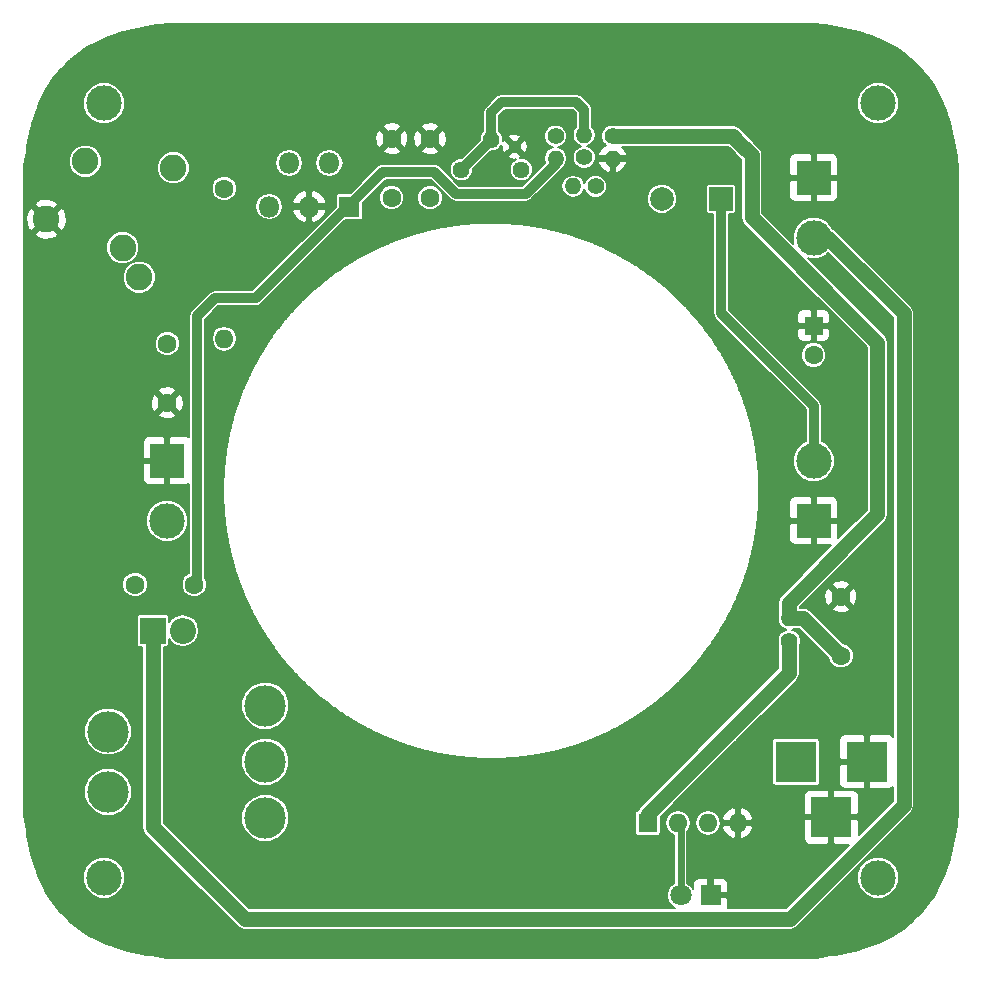
<source format=gtl>
G04 #@! TF.FileFunction,Copper,L1,Top,Signal*
%FSLAX45Y45*%
G04 Gerber Fmt 4.5, Leading zero omitted, Abs format (unit mm)*
G04 Created by KiCad (PCBNEW 4.0.7-e2-6376~58~ubuntu16.04.1) date Thu Oct 12 10:32:19 2017*
%MOMM*%
%LPD*%
G01*
G04 APERTURE LIST*
%ADD10C,0.020000*%
%ADD11R,2.200000X2.200000*%
%ADD12O,2.200000X2.200000*%
%ADD13C,3.500000*%
%ADD14C,3.000000*%
%ADD15R,3.000000X3.000000*%
%ADD16C,1.440000*%
%ADD17R,1.800000X1.800000*%
%ADD18C,1.800000*%
%ADD19C,1.400000*%
%ADD20O,1.400000X1.400000*%
%ADD21C,1.600000*%
%ADD22O,1.600000X1.600000*%
%ADD23O,1.800000X1.800000*%
%ADD24R,1.600000X1.600000*%
%ADD25C,2.000000*%
%ADD26R,2.000000X2.000000*%
%ADD27R,3.500000X3.500000*%
%ADD28C,2.250000*%
%ADD29C,1.000000*%
%ADD30C,1.270000*%
%ADD31C,0.813000*%
%ADD32C,0.610000*%
%ADD33C,0.150000*%
G04 APERTURE END LIST*
D10*
D11*
X12135358Y-11183112D03*
D12*
X12389358Y-11183112D03*
D13*
X11757096Y-12548600D03*
X11757096Y-12038600D03*
X13087096Y-12768600D03*
X13087096Y-12293600D03*
X13087096Y-11818600D03*
D14*
X12257278Y-10253472D03*
D15*
X12257278Y-9745472D03*
D16*
X15254732Y-7281164D03*
X15000732Y-7027164D03*
X14746732Y-7281164D03*
D15*
X17730000Y-7350000D03*
D14*
X17730000Y-7858000D03*
D15*
X17730000Y-10254000D03*
D14*
X17730000Y-9746000D03*
D17*
X16856710Y-13425170D03*
D18*
X16602710Y-13425170D03*
D19*
X15786100Y-7177786D03*
D20*
X15786100Y-6987786D03*
D14*
X11720000Y-13275000D03*
X18275000Y-13275000D03*
X18275000Y-6720000D03*
X11720000Y-6720000D03*
D21*
X12739624Y-7441184D03*
D22*
X12739624Y-8711184D03*
D17*
X13799820Y-7593330D03*
D23*
X13629820Y-7223330D03*
X13459820Y-7593330D03*
X13289820Y-7223330D03*
X13119820Y-7593330D03*
D19*
X15544800Y-6996684D03*
D20*
X15544800Y-7186684D03*
D19*
X17522190Y-11269980D03*
D20*
X17522190Y-11079980D03*
D19*
X16028924Y-6996684D03*
D20*
X16028924Y-7186684D03*
D19*
X15884144Y-7421880D03*
D20*
X15694144Y-7421880D03*
D24*
X16325850Y-12813030D03*
D22*
X16579850Y-12813030D03*
X16833850Y-12813030D03*
X17087850Y-12813030D03*
D25*
X16445484Y-7527036D03*
D26*
X16945484Y-7527036D03*
D21*
X14157198Y-7018528D03*
X14157198Y-7518528D03*
X17960340Y-10896600D03*
X17960340Y-11396600D03*
X17730000Y-8851900D03*
D24*
X17730000Y-8601900D03*
D21*
X14482064Y-7518528D03*
X14482064Y-7018528D03*
X12485370Y-10793730D03*
X11985370Y-10793730D03*
X12257278Y-9253220D03*
X12257278Y-8753220D03*
D27*
X17579340Y-12293600D03*
X18179340Y-12293600D03*
X17879340Y-12763600D03*
D28*
X11234800Y-7701400D03*
X11564800Y-7211400D03*
X12309800Y-7266400D03*
X11879800Y-7941400D03*
X12019800Y-8191400D03*
D29*
X15197328Y-7085076D03*
D30*
X16325850Y-12813030D02*
X16325850Y-12738354D01*
X16325850Y-12738354D02*
X17522190Y-11542014D01*
X17522190Y-11542014D02*
X17522190Y-11269980D01*
D31*
X16325850Y-12813030D02*
X16325850Y-12771374D01*
X13799820Y-7593330D02*
X13799820Y-7582662D01*
X13799820Y-7582662D02*
X14084554Y-7297928D01*
X14702028Y-7485126D02*
X15292578Y-7485126D01*
X14514830Y-7297928D02*
X14702028Y-7485126D01*
X14084554Y-7297928D02*
X14514830Y-7297928D01*
X15544800Y-7232904D02*
X15292578Y-7485126D01*
X12509500Y-10410444D02*
X12509500Y-10769600D01*
X12509500Y-10769600D02*
X12485370Y-10793730D01*
X13799820Y-7593330D02*
X13780770Y-7593330D01*
X13780770Y-7593330D02*
X13004800Y-8369300D01*
X12509500Y-8521700D02*
X12509500Y-10410444D01*
X12661900Y-8369300D02*
X12509500Y-8521700D01*
X13004800Y-8369300D02*
X12661900Y-8369300D01*
X13799820Y-7593330D02*
X13799820Y-7599680D01*
X13799820Y-7599680D02*
X13816584Y-7616444D01*
X16945484Y-7527036D02*
X16945484Y-8496428D01*
X17730000Y-9280944D02*
X17730000Y-9746000D01*
X16945484Y-8496428D02*
X17730000Y-9280944D01*
D32*
X16602710Y-13425170D02*
X16602710Y-12835890D01*
X16602710Y-12835890D02*
X16579850Y-12813030D01*
D30*
X12135358Y-11183112D02*
X12135358Y-12847066D01*
X12150852Y-12862560D02*
X12150852Y-12862052D01*
X12135358Y-12847066D02*
X12150852Y-12862560D01*
X17730000Y-7858000D02*
X17850360Y-7858000D01*
X17850360Y-7858000D02*
X18491200Y-8498840D01*
X18491200Y-8498840D02*
X18491200Y-12662662D01*
X18491200Y-12662662D02*
X17530318Y-13623544D01*
X17530318Y-13623544D02*
X12912344Y-13623544D01*
X12912344Y-13623544D02*
X12150852Y-12862052D01*
X16028924Y-6996684D02*
X17043908Y-6996684D01*
X17092168Y-7044436D02*
X17092168Y-7045198D01*
X17091660Y-7044436D02*
X17092168Y-7044436D01*
X17043908Y-6996684D02*
X17091660Y-7044436D01*
X17522190Y-11079980D02*
X17522190Y-10945876D01*
X17522190Y-10945876D02*
X18268950Y-10199116D01*
X18268950Y-10199116D02*
X18268950Y-8747760D01*
X18268950Y-8747760D02*
X17205960Y-7684770D01*
X17205960Y-7684770D02*
X17205960Y-7158990D01*
X17205960Y-7158990D02*
X17092168Y-7045198D01*
X17522190Y-11079980D02*
X17643720Y-11079980D01*
X17643720Y-11079980D02*
X17960340Y-11396600D01*
D31*
X15000732Y-7027164D02*
X14746732Y-7281164D01*
X15786100Y-6987786D02*
X15786100Y-6898632D01*
X15000732Y-6910802D02*
X15000732Y-7027164D01*
X15000000Y-6796248D02*
X15087600Y-6708648D01*
X15087600Y-6708648D02*
X15722092Y-6708648D01*
X15722092Y-6708648D02*
X15789148Y-6775704D01*
X15789148Y-6775704D02*
X15789148Y-6895584D01*
X15000000Y-6910070D02*
X15000000Y-6796248D01*
X15000732Y-6910802D02*
X15000000Y-6910070D01*
X15786100Y-6898632D02*
X15789148Y-6895584D01*
D33*
G36*
X17789911Y-6052832D02*
X17830897Y-6059330D01*
X17871670Y-6066008D01*
X17912199Y-6072968D01*
X17952423Y-6080305D01*
X17992342Y-6088125D01*
X18031897Y-6096521D01*
X18071069Y-6105595D01*
X18109825Y-6115444D01*
X18148127Y-6126165D01*
X18185945Y-6137853D01*
X18223255Y-6150606D01*
X18260025Y-6164521D01*
X18296225Y-6179693D01*
X18331832Y-6196219D01*
X18366841Y-6214206D01*
X18401242Y-6233708D01*
X18435004Y-6254689D01*
X18468056Y-6277085D01*
X18500339Y-6300837D01*
X18531780Y-6325879D01*
X18562318Y-6352149D01*
X18591884Y-6379581D01*
X18620418Y-6408115D01*
X18647852Y-6437684D01*
X18674121Y-6468219D01*
X18699165Y-6499664D01*
X18722914Y-6531942D01*
X18745311Y-6564996D01*
X18766291Y-6598756D01*
X18785795Y-6633160D01*
X18803780Y-6668166D01*
X18820307Y-6703776D01*
X18835478Y-6739974D01*
X18849393Y-6776743D01*
X18862147Y-6814055D01*
X18873835Y-6851872D01*
X18884556Y-6890175D01*
X18894405Y-6928932D01*
X18903478Y-6968101D01*
X18911875Y-7007659D01*
X18919694Y-7047575D01*
X18927033Y-7087807D01*
X18933990Y-7128321D01*
X18940670Y-7169102D01*
X18947168Y-7210089D01*
X18953262Y-7249171D01*
X18953262Y-12750829D01*
X18947168Y-12789911D01*
X18940670Y-12830897D01*
X18933990Y-12871679D01*
X18927033Y-12912193D01*
X18919694Y-12952425D01*
X18911875Y-12992341D01*
X18903478Y-13031899D01*
X18894405Y-13071069D01*
X18884556Y-13109825D01*
X18873835Y-13148127D01*
X18862147Y-13185945D01*
X18849393Y-13223256D01*
X18835479Y-13260024D01*
X18820307Y-13296224D01*
X18803780Y-13331834D01*
X18785795Y-13366841D01*
X18766292Y-13401243D01*
X18745312Y-13435003D01*
X18722915Y-13468056D01*
X18699164Y-13500337D01*
X18674121Y-13531780D01*
X18647852Y-13562316D01*
X18620418Y-13591885D01*
X18591886Y-13620417D01*
X18562318Y-13647851D01*
X18531780Y-13674120D01*
X18500339Y-13699162D01*
X18468056Y-13722915D01*
X18435004Y-13745311D01*
X18401243Y-13766291D01*
X18366840Y-13785795D01*
X18331834Y-13803780D01*
X18296226Y-13820306D01*
X18260024Y-13835479D01*
X18223256Y-13849393D01*
X18185945Y-13862147D01*
X18148128Y-13873834D01*
X18109825Y-13884555D01*
X18071069Y-13894404D01*
X18031897Y-13903478D01*
X17992341Y-13911875D01*
X17952424Y-13919694D01*
X17912199Y-13927031D01*
X17871670Y-13933991D01*
X17830897Y-13940669D01*
X17789911Y-13947167D01*
X17750828Y-13953261D01*
X12249172Y-13953261D01*
X12210090Y-13947167D01*
X12169104Y-13940669D01*
X12128333Y-13933991D01*
X12087804Y-13927031D01*
X12047576Y-13919694D01*
X12007661Y-13911875D01*
X11968102Y-13903478D01*
X11928932Y-13894404D01*
X11890176Y-13884555D01*
X11851873Y-13873835D01*
X11814055Y-13862147D01*
X11776744Y-13849393D01*
X11739975Y-13835478D01*
X11703776Y-13820307D01*
X11668167Y-13803780D01*
X11633161Y-13785795D01*
X11598757Y-13766291D01*
X11564998Y-13745311D01*
X11531946Y-13722916D01*
X11499662Y-13699162D01*
X11468222Y-13674122D01*
X11437684Y-13647852D01*
X11408116Y-13620419D01*
X11379583Y-13591885D01*
X11352148Y-13562316D01*
X11325878Y-13531779D01*
X11300838Y-13500339D01*
X11277086Y-13468056D01*
X11254690Y-13435004D01*
X11233709Y-13401243D01*
X11214206Y-13366841D01*
X11196219Y-13331832D01*
X11186157Y-13310152D01*
X11542469Y-13310152D01*
X11569435Y-13375414D01*
X11619323Y-13425389D01*
X11684538Y-13452469D01*
X11755152Y-13452531D01*
X11820414Y-13425565D01*
X11870389Y-13375677D01*
X11897469Y-13310462D01*
X11897531Y-13239848D01*
X11870565Y-13174586D01*
X11820677Y-13124611D01*
X11755462Y-13097531D01*
X11684848Y-13097469D01*
X11619586Y-13124435D01*
X11569611Y-13174323D01*
X11542531Y-13239538D01*
X11542469Y-13310152D01*
X11186157Y-13310152D01*
X11179694Y-13296225D01*
X11164521Y-13260024D01*
X11150607Y-13223255D01*
X11137853Y-13185945D01*
X11126165Y-13148127D01*
X11115445Y-13109825D01*
X11105595Y-13071068D01*
X11096522Y-13031898D01*
X11088126Y-12992343D01*
X11080306Y-12952423D01*
X11072967Y-12912190D01*
X11066009Y-12871670D01*
X11059331Y-12830897D01*
X11052833Y-12789911D01*
X11046739Y-12750829D01*
X11046739Y-12588703D01*
X11554561Y-12588703D01*
X11585325Y-12663157D01*
X11642239Y-12720171D01*
X11716639Y-12751065D01*
X11797199Y-12751135D01*
X11871653Y-12720371D01*
X11928667Y-12663457D01*
X11959561Y-12589056D01*
X11959631Y-12508497D01*
X11928867Y-12434043D01*
X11871953Y-12377029D01*
X11797552Y-12346135D01*
X11716993Y-12346065D01*
X11642539Y-12376829D01*
X11585525Y-12433743D01*
X11554631Y-12508143D01*
X11554561Y-12588703D01*
X11046739Y-12588703D01*
X11046739Y-12078703D01*
X11554561Y-12078703D01*
X11585325Y-12153157D01*
X11642239Y-12210171D01*
X11716639Y-12241065D01*
X11797199Y-12241135D01*
X11871653Y-12210371D01*
X11928667Y-12153457D01*
X11959561Y-12079056D01*
X11959631Y-11998497D01*
X11928867Y-11924043D01*
X11871953Y-11867029D01*
X11797552Y-11836135D01*
X11716993Y-11836065D01*
X11642539Y-11866829D01*
X11585525Y-11923743D01*
X11554631Y-11998143D01*
X11554561Y-12078703D01*
X11046739Y-12078703D01*
X11046739Y-11073112D01*
X11997319Y-11073112D01*
X11997319Y-11293112D01*
X11999237Y-11303303D01*
X12005260Y-11312663D01*
X12014449Y-11318942D01*
X12025358Y-11321151D01*
X12044358Y-11321151D01*
X12044358Y-12847066D01*
X12051285Y-12881890D01*
X12071011Y-12911413D01*
X12086505Y-12926907D01*
X12088036Y-12927930D01*
X12847997Y-13687891D01*
X12877520Y-13707617D01*
X12912344Y-13714544D01*
X17530318Y-13714544D01*
X17565142Y-13707617D01*
X17594665Y-13687891D01*
X17972403Y-13310152D01*
X18097469Y-13310152D01*
X18124435Y-13375414D01*
X18174323Y-13425389D01*
X18239538Y-13452469D01*
X18310152Y-13452531D01*
X18375414Y-13425565D01*
X18425389Y-13375677D01*
X18452469Y-13310462D01*
X18452531Y-13239848D01*
X18425565Y-13174586D01*
X18375677Y-13124611D01*
X18310462Y-13097531D01*
X18239848Y-13097469D01*
X18174586Y-13124435D01*
X18124611Y-13174323D01*
X18097531Y-13239538D01*
X18097469Y-13310152D01*
X17972403Y-13310152D01*
X18555547Y-12727009D01*
X18564953Y-12712932D01*
X18575273Y-12697486D01*
X18582200Y-12662662D01*
X18582200Y-8498840D01*
X18575273Y-8464016D01*
X18555547Y-8434493D01*
X17914707Y-7793653D01*
X17888130Y-7775896D01*
X17880565Y-7757586D01*
X17830677Y-7707611D01*
X17765462Y-7680531D01*
X17694848Y-7680469D01*
X17629586Y-7707435D01*
X17579611Y-7757323D01*
X17552531Y-7822538D01*
X17552469Y-7893152D01*
X17559112Y-7909229D01*
X17296960Y-7647077D01*
X17296960Y-7382475D01*
X17521700Y-7382475D01*
X17521700Y-7511597D01*
X17530576Y-7533024D01*
X17546976Y-7549424D01*
X17568403Y-7558300D01*
X17697525Y-7558300D01*
X17712100Y-7543725D01*
X17712100Y-7367900D01*
X17747900Y-7367900D01*
X17747900Y-7543725D01*
X17762475Y-7558300D01*
X17891597Y-7558300D01*
X17913024Y-7549424D01*
X17929424Y-7533024D01*
X17938300Y-7511597D01*
X17938300Y-7382475D01*
X17923725Y-7367900D01*
X17747900Y-7367900D01*
X17712100Y-7367900D01*
X17536275Y-7367900D01*
X17521700Y-7382475D01*
X17296960Y-7382475D01*
X17296960Y-7188403D01*
X17521700Y-7188403D01*
X17521700Y-7317525D01*
X17536275Y-7332100D01*
X17712100Y-7332100D01*
X17712100Y-7156275D01*
X17747900Y-7156275D01*
X17747900Y-7332100D01*
X17923725Y-7332100D01*
X17938300Y-7317525D01*
X17938300Y-7188403D01*
X17929424Y-7166976D01*
X17913024Y-7150576D01*
X17891597Y-7141700D01*
X17762475Y-7141700D01*
X17747900Y-7156275D01*
X17712100Y-7156275D01*
X17697525Y-7141700D01*
X17568403Y-7141700D01*
X17546976Y-7150576D01*
X17530576Y-7166976D01*
X17521700Y-7188403D01*
X17296960Y-7188403D01*
X17296960Y-7158990D01*
X17290033Y-7124166D01*
X17270307Y-7094643D01*
X17158049Y-6982386D01*
X17156515Y-6980089D01*
X17154984Y-6979066D01*
X17108255Y-6932337D01*
X17078732Y-6912611D01*
X17043908Y-6905684D01*
X16064016Y-6905684D01*
X16048403Y-6899201D01*
X16009615Y-6899167D01*
X15973767Y-6913979D01*
X15946316Y-6941383D01*
X15931441Y-6977205D01*
X15931407Y-7015993D01*
X15946219Y-7051841D01*
X15968173Y-7073833D01*
X15929951Y-7105040D01*
X15906241Y-7149130D01*
X15916452Y-7168784D01*
X16011024Y-7168784D01*
X16011024Y-7166784D01*
X16046824Y-7166784D01*
X16046824Y-7168784D01*
X16141396Y-7168784D01*
X16151606Y-7149130D01*
X16127896Y-7105040D01*
X16106639Y-7087684D01*
X17006215Y-7087684D01*
X17027310Y-7108779D01*
X17027821Y-7109545D01*
X17114960Y-7196683D01*
X17114960Y-7684770D01*
X17121887Y-7719594D01*
X17141613Y-7749117D01*
X18177950Y-8785453D01*
X18177950Y-10161423D01*
X17938300Y-10401073D01*
X17938300Y-10286475D01*
X17923725Y-10271900D01*
X17747900Y-10271900D01*
X17747900Y-10447725D01*
X17762475Y-10462300D01*
X17877073Y-10462300D01*
X17457843Y-10881529D01*
X17438117Y-10911052D01*
X17431190Y-10945876D01*
X17431190Y-11045392D01*
X17424690Y-11078070D01*
X17424690Y-11081890D01*
X17432112Y-11119202D01*
X17453247Y-11150833D01*
X17484878Y-11171968D01*
X17497839Y-11174546D01*
X17467033Y-11187275D01*
X17439582Y-11214679D01*
X17424707Y-11250501D01*
X17424673Y-11289289D01*
X17431190Y-11305061D01*
X17431190Y-11504320D01*
X16261503Y-12674007D01*
X16241777Y-12703530D01*
X16241317Y-12705844D01*
X16235659Y-12706909D01*
X16226299Y-12712932D01*
X16220020Y-12722121D01*
X16217811Y-12733030D01*
X16217811Y-12893030D01*
X16219729Y-12903221D01*
X16225752Y-12912581D01*
X16234941Y-12918860D01*
X16245850Y-12921069D01*
X16405850Y-12921069D01*
X16416041Y-12919151D01*
X16425401Y-12913128D01*
X16431680Y-12903939D01*
X16433889Y-12893030D01*
X16433889Y-12759009D01*
X16615894Y-12577003D01*
X17646040Y-12577003D01*
X17646040Y-12731125D01*
X17660615Y-12745700D01*
X17861440Y-12745700D01*
X17861440Y-12544875D01*
X17897240Y-12544875D01*
X17897240Y-12745700D01*
X18098065Y-12745700D01*
X18112640Y-12731125D01*
X18112640Y-12577003D01*
X18103764Y-12555576D01*
X18087364Y-12539176D01*
X18065937Y-12530300D01*
X17911815Y-12530300D01*
X17897240Y-12544875D01*
X17861440Y-12544875D01*
X17846865Y-12530300D01*
X17692743Y-12530300D01*
X17671316Y-12539176D01*
X17654916Y-12555576D01*
X17646040Y-12577003D01*
X16615894Y-12577003D01*
X17074297Y-12118600D01*
X17376301Y-12118600D01*
X17376301Y-12468600D01*
X17378219Y-12478791D01*
X17384242Y-12488151D01*
X17393431Y-12494430D01*
X17404340Y-12496639D01*
X17754340Y-12496639D01*
X17764531Y-12494721D01*
X17773891Y-12488698D01*
X17780170Y-12479509D01*
X17782379Y-12468600D01*
X17782379Y-12326075D01*
X17946040Y-12326075D01*
X17946040Y-12480197D01*
X17954916Y-12501624D01*
X17971316Y-12518024D01*
X17992743Y-12526900D01*
X18146865Y-12526900D01*
X18161440Y-12512325D01*
X18161440Y-12311500D01*
X17960615Y-12311500D01*
X17946040Y-12326075D01*
X17782379Y-12326075D01*
X17782379Y-12118600D01*
X17780461Y-12108409D01*
X17779557Y-12107003D01*
X17946040Y-12107003D01*
X17946040Y-12261125D01*
X17960615Y-12275700D01*
X18161440Y-12275700D01*
X18161440Y-12074875D01*
X18146865Y-12060300D01*
X17992743Y-12060300D01*
X17971316Y-12069176D01*
X17954916Y-12085576D01*
X17946040Y-12107003D01*
X17779557Y-12107003D01*
X17774438Y-12099049D01*
X17765249Y-12092770D01*
X17754340Y-12090561D01*
X17404340Y-12090561D01*
X17394149Y-12092479D01*
X17384789Y-12098502D01*
X17378510Y-12107691D01*
X17376301Y-12118600D01*
X17074297Y-12118600D01*
X17586537Y-11606361D01*
X17599357Y-11587173D01*
X17606263Y-11576838D01*
X17613190Y-11542014D01*
X17613190Y-11305072D01*
X17619673Y-11289459D01*
X17619707Y-11250671D01*
X17604895Y-11214823D01*
X17577491Y-11187372D01*
X17546584Y-11174538D01*
X17559502Y-11171968D01*
X17560981Y-11170980D01*
X17606027Y-11170980D01*
X17852822Y-11417775D01*
X17852821Y-11417889D01*
X17869153Y-11457414D01*
X17899367Y-11487681D01*
X17938863Y-11504081D01*
X17981629Y-11504119D01*
X18021154Y-11487787D01*
X18051421Y-11457573D01*
X18067821Y-11418077D01*
X18067859Y-11375311D01*
X18051527Y-11335786D01*
X18021313Y-11305519D01*
X17981817Y-11289119D01*
X17981552Y-11289118D01*
X17708067Y-11015633D01*
X17681317Y-10997759D01*
X17884495Y-10997759D01*
X17892609Y-11020278D01*
X17945094Y-11036783D01*
X17999900Y-11031947D01*
X18028071Y-11020278D01*
X18036185Y-10997759D01*
X17960340Y-10921914D01*
X17884495Y-10997759D01*
X17681317Y-10997759D01*
X17678544Y-10995907D01*
X17643720Y-10988980D01*
X17613190Y-10988980D01*
X17613190Y-10983569D01*
X17715406Y-10881354D01*
X17820157Y-10881354D01*
X17824993Y-10936160D01*
X17836662Y-10964331D01*
X17859181Y-10972445D01*
X17935026Y-10896600D01*
X17985654Y-10896600D01*
X18061499Y-10972445D01*
X18084018Y-10964331D01*
X18100523Y-10911846D01*
X18095687Y-10857040D01*
X18084018Y-10828869D01*
X18061499Y-10820755D01*
X17985654Y-10896600D01*
X17935026Y-10896600D01*
X17859181Y-10820755D01*
X17836662Y-10828869D01*
X17820157Y-10881354D01*
X17715406Y-10881354D01*
X17801319Y-10795441D01*
X17884495Y-10795441D01*
X17960340Y-10871286D01*
X18036185Y-10795441D01*
X18028071Y-10772922D01*
X17975586Y-10756417D01*
X17920780Y-10761253D01*
X17892609Y-10772922D01*
X17884495Y-10795441D01*
X17801319Y-10795441D01*
X18333297Y-10263463D01*
X18353023Y-10233940D01*
X18359950Y-10199116D01*
X18359950Y-8747760D01*
X18353023Y-8712936D01*
X18333297Y-8683413D01*
X17678830Y-8028946D01*
X17694538Y-8035469D01*
X17765152Y-8035531D01*
X17830414Y-8008565D01*
X17851341Y-7987674D01*
X18400200Y-8536533D01*
X18400200Y-12082011D01*
X18387364Y-12069176D01*
X18365937Y-12060300D01*
X18211815Y-12060300D01*
X18197240Y-12074875D01*
X18197240Y-12275700D01*
X18199240Y-12275700D01*
X18199240Y-12311500D01*
X18197240Y-12311500D01*
X18197240Y-12512325D01*
X18211815Y-12526900D01*
X18365937Y-12526900D01*
X18387364Y-12518024D01*
X18400200Y-12505189D01*
X18400200Y-12624969D01*
X18112640Y-12912529D01*
X18112640Y-12796075D01*
X18098065Y-12781500D01*
X17897240Y-12781500D01*
X17897240Y-12982325D01*
X17911815Y-12996900D01*
X18028269Y-12996900D01*
X17492625Y-13532544D01*
X17002617Y-13532544D01*
X17005010Y-13526767D01*
X17005010Y-13457645D01*
X16990435Y-13443070D01*
X16874610Y-13443070D01*
X16874610Y-13445070D01*
X16838810Y-13445070D01*
X16838810Y-13443070D01*
X16836810Y-13443070D01*
X16836810Y-13407270D01*
X16838810Y-13407270D01*
X16838810Y-13291445D01*
X16874610Y-13291445D01*
X16874610Y-13407270D01*
X16990435Y-13407270D01*
X17005010Y-13392695D01*
X17005010Y-13323573D01*
X16996134Y-13302146D01*
X16979734Y-13285746D01*
X16958307Y-13276870D01*
X16889185Y-13276870D01*
X16874610Y-13291445D01*
X16838810Y-13291445D01*
X16824235Y-13276870D01*
X16755113Y-13276870D01*
X16733686Y-13285746D01*
X16717286Y-13302146D01*
X16708410Y-13323573D01*
X16708410Y-13373293D01*
X16702380Y-13358698D01*
X16669355Y-13325616D01*
X16660710Y-13322027D01*
X16660710Y-12884943D01*
X16681273Y-12854168D01*
X16689456Y-12813030D01*
X16724244Y-12813030D01*
X16732427Y-12854168D01*
X16755730Y-12889044D01*
X16790606Y-12912347D01*
X16831744Y-12920530D01*
X16835956Y-12920530D01*
X16877095Y-12912347D01*
X16911970Y-12889044D01*
X16935273Y-12854168D01*
X16935672Y-12852162D01*
X16955202Y-12852162D01*
X16966382Y-12879156D01*
X17000933Y-12920607D01*
X17048717Y-12945680D01*
X17069950Y-12935593D01*
X17069950Y-12830930D01*
X17105750Y-12830930D01*
X17105750Y-12935593D01*
X17126983Y-12945680D01*
X17174767Y-12920607D01*
X17209319Y-12879156D01*
X17220498Y-12852162D01*
X17210273Y-12830930D01*
X17105750Y-12830930D01*
X17069950Y-12830930D01*
X16965427Y-12830930D01*
X16955202Y-12852162D01*
X16935672Y-12852162D01*
X16943456Y-12813030D01*
X16940084Y-12796075D01*
X17646040Y-12796075D01*
X17646040Y-12950197D01*
X17654916Y-12971624D01*
X17671316Y-12988024D01*
X17692743Y-12996900D01*
X17846865Y-12996900D01*
X17861440Y-12982325D01*
X17861440Y-12781500D01*
X17660615Y-12781500D01*
X17646040Y-12796075D01*
X16940084Y-12796075D01*
X16935672Y-12773897D01*
X16955202Y-12773897D01*
X16965427Y-12795130D01*
X17069950Y-12795130D01*
X17069950Y-12690467D01*
X17105750Y-12690467D01*
X17105750Y-12795130D01*
X17210273Y-12795130D01*
X17220498Y-12773897D01*
X17209319Y-12746904D01*
X17174767Y-12705453D01*
X17126983Y-12680380D01*
X17105750Y-12690467D01*
X17069950Y-12690467D01*
X17048717Y-12680380D01*
X17000933Y-12705453D01*
X16966382Y-12746904D01*
X16955202Y-12773897D01*
X16935672Y-12773897D01*
X16935273Y-12771891D01*
X16911970Y-12737016D01*
X16877095Y-12713713D01*
X16835956Y-12705530D01*
X16831744Y-12705530D01*
X16790606Y-12713713D01*
X16755730Y-12737016D01*
X16732427Y-12771891D01*
X16724244Y-12813030D01*
X16689456Y-12813030D01*
X16681273Y-12771891D01*
X16657970Y-12737016D01*
X16623094Y-12713713D01*
X16581956Y-12705530D01*
X16577744Y-12705530D01*
X16536605Y-12713713D01*
X16501730Y-12737016D01*
X16478427Y-12771891D01*
X16470244Y-12813030D01*
X16478427Y-12854168D01*
X16501730Y-12889044D01*
X16536605Y-12912347D01*
X16544710Y-12913959D01*
X16544710Y-13322000D01*
X16536238Y-13325500D01*
X16503156Y-13358525D01*
X16485230Y-13401695D01*
X16485190Y-13448440D01*
X16503040Y-13491641D01*
X16536065Y-13524724D01*
X16554898Y-13532544D01*
X12950037Y-13532544D01*
X12226358Y-12808865D01*
X12226358Y-12808703D01*
X12884561Y-12808703D01*
X12915325Y-12883157D01*
X12972239Y-12940171D01*
X13046639Y-12971065D01*
X13127199Y-12971135D01*
X13201653Y-12940371D01*
X13258667Y-12883457D01*
X13289561Y-12809056D01*
X13289631Y-12728497D01*
X13258867Y-12654043D01*
X13201953Y-12597029D01*
X13127552Y-12566135D01*
X13046993Y-12566065D01*
X12972539Y-12596829D01*
X12915525Y-12653743D01*
X12884631Y-12728143D01*
X12884561Y-12808703D01*
X12226358Y-12808703D01*
X12226358Y-12333703D01*
X12884561Y-12333703D01*
X12915325Y-12408157D01*
X12972239Y-12465171D01*
X13046639Y-12496065D01*
X13127199Y-12496135D01*
X13201653Y-12465371D01*
X13258667Y-12408457D01*
X13289561Y-12334056D01*
X13289631Y-12253497D01*
X13258867Y-12179043D01*
X13201953Y-12122029D01*
X13127552Y-12091135D01*
X13046993Y-12091065D01*
X12972539Y-12121829D01*
X12915525Y-12178743D01*
X12884631Y-12253143D01*
X12884561Y-12333703D01*
X12226358Y-12333703D01*
X12226358Y-11858703D01*
X12884561Y-11858703D01*
X12915325Y-11933157D01*
X12972239Y-11990171D01*
X13046639Y-12021065D01*
X13127199Y-12021135D01*
X13201653Y-11990371D01*
X13258667Y-11933457D01*
X13289561Y-11859056D01*
X13289631Y-11778497D01*
X13258867Y-11704043D01*
X13201953Y-11647029D01*
X13127552Y-11616135D01*
X13046993Y-11616065D01*
X12972539Y-11646829D01*
X12915525Y-11703743D01*
X12884631Y-11778143D01*
X12884561Y-11858703D01*
X12226358Y-11858703D01*
X12226358Y-11321151D01*
X12245358Y-11321151D01*
X12255549Y-11319233D01*
X12264909Y-11313210D01*
X12271188Y-11304021D01*
X12273397Y-11293112D01*
X12273397Y-11256333D01*
X12289437Y-11280339D01*
X12334045Y-11310145D01*
X12386664Y-11320612D01*
X12392052Y-11320612D01*
X12444671Y-11310145D01*
X12489279Y-11280339D01*
X12519085Y-11235731D01*
X12529552Y-11183112D01*
X12519085Y-11130493D01*
X12489279Y-11085885D01*
X12444671Y-11056079D01*
X12392052Y-11045612D01*
X12386664Y-11045612D01*
X12334045Y-11056079D01*
X12289437Y-11085885D01*
X12273397Y-11109891D01*
X12273397Y-11073112D01*
X12271479Y-11062921D01*
X12265456Y-11053561D01*
X12256267Y-11047282D01*
X12245358Y-11045073D01*
X12025358Y-11045073D01*
X12015167Y-11046991D01*
X12005807Y-11053014D01*
X11999528Y-11062203D01*
X11997319Y-11073112D01*
X11046739Y-11073112D01*
X11046739Y-10815019D01*
X11877851Y-10815019D01*
X11894183Y-10854544D01*
X11924397Y-10884811D01*
X11963893Y-10901211D01*
X12006659Y-10901249D01*
X12046184Y-10884917D01*
X12076451Y-10854703D01*
X12092851Y-10815207D01*
X12092889Y-10772441D01*
X12076557Y-10732916D01*
X12046343Y-10702649D01*
X12006847Y-10686249D01*
X11964081Y-10686211D01*
X11924556Y-10702543D01*
X11894289Y-10732757D01*
X11877889Y-10772253D01*
X11877851Y-10815019D01*
X11046739Y-10815019D01*
X11046739Y-10288624D01*
X12079747Y-10288624D01*
X12106713Y-10353886D01*
X12156601Y-10403861D01*
X12221816Y-10430941D01*
X12292430Y-10431003D01*
X12357692Y-10404037D01*
X12407667Y-10354149D01*
X12434747Y-10288934D01*
X12434809Y-10218320D01*
X12407843Y-10153058D01*
X12357955Y-10103083D01*
X12292740Y-10076003D01*
X12222126Y-10075941D01*
X12156864Y-10102907D01*
X12106889Y-10152795D01*
X12079809Y-10218010D01*
X12079747Y-10288624D01*
X11046739Y-10288624D01*
X11046739Y-9777947D01*
X12048978Y-9777947D01*
X12048978Y-9907069D01*
X12057854Y-9928496D01*
X12074254Y-9944896D01*
X12095681Y-9953772D01*
X12224803Y-9953772D01*
X12239378Y-9939197D01*
X12239378Y-9763372D01*
X12063553Y-9763372D01*
X12048978Y-9777947D01*
X11046739Y-9777947D01*
X11046739Y-9583875D01*
X12048978Y-9583875D01*
X12048978Y-9712997D01*
X12063553Y-9727572D01*
X12239378Y-9727572D01*
X12239378Y-9551747D01*
X12275178Y-9551747D01*
X12275178Y-9727572D01*
X12277178Y-9727572D01*
X12277178Y-9763372D01*
X12275178Y-9763372D01*
X12275178Y-9939197D01*
X12289753Y-9953772D01*
X12418875Y-9953772D01*
X12440302Y-9944896D01*
X12441350Y-9943849D01*
X12441350Y-10695604D01*
X12424556Y-10702543D01*
X12394289Y-10732757D01*
X12377889Y-10772253D01*
X12377851Y-10815019D01*
X12394183Y-10854544D01*
X12424397Y-10884811D01*
X12463893Y-10901211D01*
X12506659Y-10901249D01*
X12546184Y-10884917D01*
X12576451Y-10854703D01*
X12592851Y-10815207D01*
X12592889Y-10772441D01*
X12577650Y-10735561D01*
X12577650Y-9995364D01*
X12730430Y-9995364D01*
X12730439Y-9995410D01*
X12730430Y-9995455D01*
X12730441Y-10002832D01*
X12730450Y-10002876D01*
X12730441Y-10002919D01*
X12730474Y-10009966D01*
X12730482Y-10010007D01*
X12730475Y-10010047D01*
X12730526Y-10016763D01*
X12730534Y-10016801D01*
X12730527Y-10016839D01*
X12730593Y-10023224D01*
X12730600Y-10023259D01*
X12730594Y-10023294D01*
X12730672Y-10029347D01*
X12730679Y-10029378D01*
X12730673Y-10029409D01*
X12730760Y-10035130D01*
X12730765Y-10035156D01*
X12730761Y-10035182D01*
X12730852Y-10040571D01*
X12730857Y-10040593D01*
X12730853Y-10040615D01*
X12730948Y-10045684D01*
X12730953Y-10045708D01*
X12730949Y-10045733D01*
X12731047Y-10050548D01*
X12731054Y-10050577D01*
X12731049Y-10050606D01*
X12731153Y-10055245D01*
X12731160Y-10055276D01*
X12731155Y-10055307D01*
X12731268Y-10059851D01*
X12731275Y-10059883D01*
X12731269Y-10059915D01*
X12731392Y-10064441D01*
X12731399Y-10064473D01*
X12731394Y-10064505D01*
X12731529Y-10069093D01*
X12731536Y-10069122D01*
X12731531Y-10069152D01*
X12731681Y-10073880D01*
X12731687Y-10073907D01*
X12731683Y-10073934D01*
X12731849Y-10078881D01*
X12731854Y-10078904D01*
X12731851Y-10078927D01*
X12732035Y-10084164D01*
X12732041Y-10084191D01*
X12732037Y-10084217D01*
X12732244Y-10089763D01*
X12732251Y-10089792D01*
X12732246Y-10089822D01*
X12732476Y-10095676D01*
X12732484Y-10095709D01*
X12732479Y-10095743D01*
X12732737Y-10101905D01*
X12732745Y-10101940D01*
X12732740Y-10101977D01*
X12733027Y-10108446D01*
X12733037Y-10108484D01*
X12733031Y-10108523D01*
X12733351Y-10115298D01*
X12733361Y-10115339D01*
X12733355Y-10115381D01*
X12733711Y-10122462D01*
X12733722Y-10122504D01*
X12733716Y-10122548D01*
X12734110Y-10129934D01*
X12734122Y-10129978D01*
X12734115Y-10130024D01*
X12734551Y-10137715D01*
X12734564Y-10137763D01*
X12734557Y-10137812D01*
X12735039Y-10145808D01*
X12735052Y-10145859D01*
X12735045Y-10145911D01*
X12735576Y-10154210D01*
X12735591Y-10154264D01*
X12735583Y-10154320D01*
X12736169Y-10162921D01*
X12736184Y-10162979D01*
X12736177Y-10163037D01*
X12736820Y-10171940D01*
X12736837Y-10172000D01*
X12736829Y-10172062D01*
X12737536Y-10181265D01*
X12737553Y-10181327D01*
X12737546Y-10181391D01*
X12738319Y-10190895D01*
X12738337Y-10190959D01*
X12738330Y-10191025D01*
X12739175Y-10200828D01*
X12739194Y-10200894D01*
X12739186Y-10200962D01*
X12740107Y-10211061D01*
X12740126Y-10211126D01*
X12740119Y-10211193D01*
X12741114Y-10221560D01*
X12741133Y-10221622D01*
X12741126Y-10221687D01*
X12742192Y-10232272D01*
X12742210Y-10232333D01*
X12742205Y-10232396D01*
X12743336Y-10243150D01*
X12743355Y-10243210D01*
X12743349Y-10243272D01*
X12744542Y-10254144D01*
X12744561Y-10254204D01*
X12744556Y-10254267D01*
X12745806Y-10265207D01*
X12745825Y-10265268D01*
X12745820Y-10265331D01*
X12747123Y-10276289D01*
X12747143Y-10276351D01*
X12747139Y-10276417D01*
X12748489Y-10287342D01*
X12748511Y-10287407D01*
X12748506Y-10287475D01*
X12749901Y-10298317D01*
X12749923Y-10298384D01*
X12749919Y-10298454D01*
X12751354Y-10309186D01*
X12751376Y-10309252D01*
X12751372Y-10309321D01*
X12752846Y-10319942D01*
X12752868Y-10320007D01*
X12752864Y-10320075D01*
X12754375Y-10330584D01*
X12754397Y-10330648D01*
X12754394Y-10330716D01*
X12755940Y-10341115D01*
X12755962Y-10341177D01*
X12755960Y-10341244D01*
X12757539Y-10351532D01*
X12757561Y-10351593D01*
X12757559Y-10351659D01*
X12759170Y-10361836D01*
X12759193Y-10361897D01*
X12759190Y-10361962D01*
X12760832Y-10372029D01*
X12760854Y-10372089D01*
X12760852Y-10372152D01*
X12762523Y-10382109D01*
X12762545Y-10382168D01*
X12762543Y-10382231D01*
X12764240Y-10392078D01*
X12764262Y-10392136D01*
X12764261Y-10392198D01*
X12765984Y-10401935D01*
X12766006Y-10401992D01*
X12766005Y-10402053D01*
X12767752Y-10411682D01*
X12767774Y-10411738D01*
X12767773Y-10411798D01*
X12769542Y-10421318D01*
X12769564Y-10421373D01*
X12769563Y-10421432D01*
X12771354Y-10430844D01*
X12771375Y-10430898D01*
X12771375Y-10430956D01*
X12773185Y-10440260D01*
X12773207Y-10440313D01*
X12773207Y-10440371D01*
X12775035Y-10449566D01*
X12775056Y-10449618D01*
X12775056Y-10449675D01*
X12776901Y-10458763D01*
X12776923Y-10458815D01*
X12776923Y-10458871D01*
X12778785Y-10467859D01*
X12778807Y-10467912D01*
X12778808Y-10467969D01*
X12780692Y-10476881D01*
X12780715Y-10476934D01*
X12780716Y-10476993D01*
X12782628Y-10485855D01*
X12782652Y-10485910D01*
X12782653Y-10485969D01*
X12784600Y-10494809D01*
X12784624Y-10494864D01*
X12784625Y-10494923D01*
X12786613Y-10503767D01*
X12786637Y-10503821D01*
X12786639Y-10503880D01*
X12788672Y-10512755D01*
X12788696Y-10512808D01*
X12788698Y-10512867D01*
X12790784Y-10521800D01*
X12790808Y-10521852D01*
X12790810Y-10521909D01*
X12792955Y-10530927D01*
X12792979Y-10530978D01*
X12792981Y-10531033D01*
X12795190Y-10540159D01*
X12795214Y-10540210D01*
X12795216Y-10540266D01*
X12797492Y-10549503D01*
X12797516Y-10549555D01*
X12797519Y-10549613D01*
X12799863Y-10558961D01*
X12799888Y-10559014D01*
X12799891Y-10559073D01*
X12802305Y-10568530D01*
X12802331Y-10568585D01*
X12802335Y-10568645D01*
X12804820Y-10578211D01*
X12804847Y-10578267D01*
X12804851Y-10578329D01*
X12807410Y-10588004D01*
X12807438Y-10588060D01*
X12807442Y-10588122D01*
X12810076Y-10597905D01*
X12810105Y-10597963D01*
X12810109Y-10598026D01*
X12812821Y-10607917D01*
X12812850Y-10607975D01*
X12812855Y-10608039D01*
X12815646Y-10618036D01*
X12815676Y-10618095D01*
X12815681Y-10618161D01*
X12818553Y-10628263D01*
X12818583Y-10628323D01*
X12818589Y-10628390D01*
X12821543Y-10638597D01*
X12821575Y-10638658D01*
X12821581Y-10638726D01*
X12824621Y-10649037D01*
X12824653Y-10649099D01*
X12824660Y-10649168D01*
X12827786Y-10659582D01*
X12827819Y-10659644D01*
X12827826Y-10659715D01*
X12831041Y-10670230D01*
X12831075Y-10670294D01*
X12831082Y-10670366D01*
X12834388Y-10680982D01*
X12834423Y-10681046D01*
X12834431Y-10681119D01*
X12837829Y-10691835D01*
X12837865Y-10691899D01*
X12837873Y-10691973D01*
X12841365Y-10702784D01*
X12841400Y-10702847D01*
X12841408Y-10702918D01*
X12844981Y-10713792D01*
X12845015Y-10713852D01*
X12845024Y-10713920D01*
X12848659Y-10724803D01*
X12848692Y-10724861D01*
X12848701Y-10724927D01*
X12852380Y-10735767D01*
X12852413Y-10735824D01*
X12852422Y-10735889D01*
X12856124Y-10746635D01*
X12856157Y-10746691D01*
X12856167Y-10746756D01*
X12859874Y-10757354D01*
X12859908Y-10757412D01*
X12859918Y-10757477D01*
X12863611Y-10767876D01*
X12863646Y-10767935D01*
X12863656Y-10768003D01*
X12867316Y-10778150D01*
X12867353Y-10778211D01*
X12867364Y-10778281D01*
X12870972Y-10788127D01*
X12871009Y-10788188D01*
X12871021Y-10788260D01*
X12874565Y-10797780D01*
X12874602Y-10797839D01*
X12874613Y-10797908D01*
X12878089Y-10807104D01*
X12878125Y-10807162D01*
X12878136Y-10807228D01*
X12881540Y-10816103D01*
X12881574Y-10816158D01*
X12881585Y-10816221D01*
X12884911Y-10824775D01*
X12884944Y-10824827D01*
X12884955Y-10824888D01*
X12888199Y-10833124D01*
X12888231Y-10833173D01*
X12888242Y-10833230D01*
X12891399Y-10841149D01*
X12891429Y-10841195D01*
X12891439Y-10841249D01*
X12894505Y-10848853D01*
X12894533Y-10848896D01*
X12894543Y-10848945D01*
X12897513Y-10856236D01*
X12897539Y-10856276D01*
X12897548Y-10856322D01*
X12900420Y-10863302D01*
X12900445Y-10863340D01*
X12900454Y-10863384D01*
X12903223Y-10870054D01*
X12903247Y-10870090D01*
X12903255Y-10870132D01*
X12905919Y-10876494D01*
X12905942Y-10876528D01*
X12905951Y-10876568D01*
X12908507Y-10882623D01*
X12908528Y-10882654D01*
X12908536Y-10882691D01*
X12910981Y-10888440D01*
X12911001Y-10888469D01*
X12911008Y-10888503D01*
X12913341Y-10893948D01*
X12913358Y-10893974D01*
X12913365Y-10894004D01*
X12915581Y-10899146D01*
X12915596Y-10899168D01*
X12915602Y-10899194D01*
X12917699Y-10904035D01*
X12917713Y-10904055D01*
X12917718Y-10904079D01*
X12919704Y-10908640D01*
X12919719Y-10908663D01*
X12919725Y-10908689D01*
X12921623Y-10913026D01*
X12921641Y-10913051D01*
X12921647Y-10913081D01*
X12923484Y-10917254D01*
X12923503Y-10917281D01*
X12923510Y-10917313D01*
X12925313Y-10921382D01*
X12925332Y-10921410D01*
X12925340Y-10921442D01*
X12927135Y-10925468D01*
X12927154Y-10925494D01*
X12927161Y-10925526D01*
X12928975Y-10929569D01*
X12928992Y-10929594D01*
X12928999Y-10929623D01*
X12930858Y-10933743D01*
X12930874Y-10933765D01*
X12930880Y-10933791D01*
X12932811Y-10938047D01*
X12932825Y-10938067D01*
X12932831Y-10938092D01*
X12934854Y-10942531D01*
X12934870Y-10942552D01*
X12934876Y-10942578D01*
X12936995Y-10947206D01*
X12937013Y-10947230D01*
X12937020Y-10947259D01*
X12939237Y-10952074D01*
X12939256Y-10952100D01*
X12939263Y-10952130D01*
X12941581Y-10957133D01*
X12941601Y-10957160D01*
X12941609Y-10957193D01*
X12944028Y-10962381D01*
X12944049Y-10962410D01*
X12944058Y-10962444D01*
X12946580Y-10967818D01*
X12946602Y-10967848D01*
X12946611Y-10967884D01*
X12949238Y-10973442D01*
X12949261Y-10973473D01*
X12949270Y-10973511D01*
X12952003Y-10979252D01*
X12952027Y-10979284D01*
X12952037Y-10979323D01*
X12954878Y-10985247D01*
X12954904Y-10985281D01*
X12954914Y-10985323D01*
X12957865Y-10991428D01*
X12957892Y-10991464D01*
X12957904Y-10991508D01*
X12960966Y-10997794D01*
X12960995Y-10997831D01*
X12961007Y-10997877D01*
X12964184Y-11004342D01*
X12964214Y-11004381D01*
X12964227Y-11004429D01*
X12967520Y-11011071D01*
X12967551Y-11011111D01*
X12967565Y-11011160D01*
X12970976Y-11017979D01*
X12971009Y-11018021D01*
X12971023Y-11018073D01*
X12974556Y-11025067D01*
X12974589Y-11025109D01*
X12974604Y-11025161D01*
X12978259Y-11032329D01*
X12978294Y-11032373D01*
X12978309Y-11032426D01*
X12982087Y-11039764D01*
X12982121Y-11039806D01*
X12982136Y-11039858D01*
X12986026Y-11047341D01*
X12986059Y-11047382D01*
X12986073Y-11047432D01*
X12990058Y-11055028D01*
X12990090Y-11055068D01*
X12990105Y-11055117D01*
X12994167Y-11062793D01*
X12994200Y-11062833D01*
X12994214Y-11062881D01*
X12998338Y-11070606D01*
X12998371Y-11070645D01*
X12998386Y-11070694D01*
X13002555Y-11078435D01*
X13002588Y-11078475D01*
X13002603Y-11078524D01*
X13006800Y-11086248D01*
X13006834Y-11086290D01*
X13006850Y-11086341D01*
X13011059Y-11094016D01*
X13011094Y-11094058D01*
X13011111Y-11094111D01*
X13015315Y-11101707D01*
X13015351Y-11101749D01*
X13015368Y-11101802D01*
X13019561Y-11109307D01*
X13019597Y-11109349D01*
X13019615Y-11109402D01*
X13023796Y-11116816D01*
X13023831Y-11116858D01*
X13023848Y-11116909D01*
X13028016Y-11124234D01*
X13028051Y-11124274D01*
X13028068Y-11124325D01*
X13032222Y-11131560D01*
X13032257Y-11131600D01*
X13032274Y-11131650D01*
X13036413Y-11138796D01*
X13036447Y-11138835D01*
X13036464Y-11138884D01*
X13040587Y-11145942D01*
X13040621Y-11145980D01*
X13040638Y-11146028D01*
X13044743Y-11152998D01*
X13044777Y-11153035D01*
X13044793Y-11153083D01*
X13048881Y-11159965D01*
X13048914Y-11160002D01*
X13048931Y-11160049D01*
X13052999Y-11166843D01*
X13053032Y-11166879D01*
X13053048Y-11166925D01*
X13057097Y-11173633D01*
X13057129Y-11173669D01*
X13057146Y-11173714D01*
X13061173Y-11180336D01*
X13061205Y-11180371D01*
X13061222Y-11180416D01*
X13065228Y-11186952D01*
X13065260Y-11186987D01*
X13065276Y-11187030D01*
X13069259Y-11193482D01*
X13069290Y-11193515D01*
X13069306Y-11193558D01*
X13073266Y-11199925D01*
X13073297Y-11199958D01*
X13073313Y-11200000D01*
X13077249Y-11206283D01*
X13077279Y-11206315D01*
X13077295Y-11206357D01*
X13081206Y-11212557D01*
X13081237Y-11212589D01*
X13081253Y-11212631D01*
X13085154Y-11218771D01*
X13085188Y-11218807D01*
X13085206Y-11218853D01*
X13089131Y-11224983D01*
X13089166Y-11225020D01*
X13089185Y-11225067D01*
X13093169Y-11231240D01*
X13093205Y-11231277D01*
X13093225Y-11231326D01*
X13097303Y-11237593D01*
X13097339Y-11237630D01*
X13097359Y-11237679D01*
X13101567Y-11244093D01*
X13101602Y-11244129D01*
X13101621Y-11244176D01*
X13105994Y-11250790D01*
X13106028Y-11250824D01*
X13106046Y-11250868D01*
X13110620Y-11257735D01*
X13110651Y-11257766D01*
X13110668Y-11257807D01*
X13115477Y-11264977D01*
X13115508Y-11265008D01*
X13115525Y-11265049D01*
X13120595Y-11272557D01*
X13120630Y-11272592D01*
X13120649Y-11272637D01*
X13125988Y-11280484D01*
X13126027Y-11280522D01*
X13126048Y-11280572D01*
X13131661Y-11288752D01*
X13131703Y-11288794D01*
X13131726Y-11288848D01*
X13137618Y-11297358D01*
X13137664Y-11297402D01*
X13137689Y-11297460D01*
X13143866Y-11306297D01*
X13143914Y-11306343D01*
X13143941Y-11306404D01*
X13150408Y-11315563D01*
X13150458Y-11315611D01*
X13150487Y-11315674D01*
X13157250Y-11325152D01*
X13157303Y-11325202D01*
X13157333Y-11325268D01*
X13164397Y-11335060D01*
X13164452Y-11335111D01*
X13164484Y-11335180D01*
X13171855Y-11345282D01*
X13171914Y-11345337D01*
X13171949Y-11345410D01*
X13179634Y-11355816D01*
X13179697Y-11355874D01*
X13179734Y-11355951D01*
X13187740Y-11366654D01*
X13187807Y-11366714D01*
X13187847Y-11366795D01*
X13196181Y-11377789D01*
X13196252Y-11377851D01*
X13196293Y-11377936D01*
X13204964Y-11389214D01*
X13205037Y-11389278D01*
X13205081Y-11389366D01*
X13214094Y-11400922D01*
X13214171Y-11400988D01*
X13214217Y-11401078D01*
X13223580Y-11412905D01*
X13223660Y-11412973D01*
X13223708Y-11413066D01*
X13233429Y-11425158D01*
X13233510Y-11425226D01*
X13233560Y-11425320D01*
X13243636Y-11437662D01*
X13243715Y-11437727D01*
X13243764Y-11437817D01*
X13254157Y-11450359D01*
X13254234Y-11450421D01*
X13254281Y-11450508D01*
X13264942Y-11463188D01*
X13265018Y-11463249D01*
X13265065Y-11463334D01*
X13275943Y-11476093D01*
X13276019Y-11476153D01*
X13276066Y-11476237D01*
X13287113Y-11489015D01*
X13287189Y-11489075D01*
X13287238Y-11489159D01*
X13298403Y-11501895D01*
X13298482Y-11501955D01*
X13298532Y-11502041D01*
X13309766Y-11514675D01*
X13309848Y-11514736D01*
X13309900Y-11514824D01*
X13321155Y-11527296D01*
X13321240Y-11527359D01*
X13321296Y-11527451D01*
X13332525Y-11539705D01*
X13332611Y-11539768D01*
X13332667Y-11539859D01*
X13343854Y-11551882D01*
X13343940Y-11551944D01*
X13343996Y-11552033D01*
X13355137Y-11563827D01*
X13355221Y-11563887D01*
X13355277Y-11563975D01*
X13366368Y-11575543D01*
X13366452Y-11575602D01*
X13366507Y-11575687D01*
X13377544Y-11587033D01*
X13377627Y-11587090D01*
X13377682Y-11587173D01*
X13388661Y-11598300D01*
X13388742Y-11598355D01*
X13388796Y-11598436D01*
X13399713Y-11609346D01*
X13399793Y-11609399D01*
X13399847Y-11609479D01*
X13410697Y-11620174D01*
X13410776Y-11620226D01*
X13410829Y-11620303D01*
X13421609Y-11630787D01*
X13421687Y-11630837D01*
X13421740Y-11630913D01*
X13432446Y-11641189D01*
X13432522Y-11641238D01*
X13432574Y-11641312D01*
X13443203Y-11651382D01*
X13443279Y-11651430D01*
X13443331Y-11651502D01*
X13453879Y-11661370D01*
X13453953Y-11661416D01*
X13454005Y-11661487D01*
X13464470Y-11671155D01*
X13464543Y-11671200D01*
X13464594Y-11671269D01*
X13474972Y-11680741D01*
X13475044Y-11680784D01*
X13475094Y-11680851D01*
X13485383Y-11690129D01*
X13485453Y-11690171D01*
X13485502Y-11690236D01*
X13495698Y-11699324D01*
X13495766Y-11699364D01*
X13495814Y-11699427D01*
X13505915Y-11708327D01*
X13505983Y-11708367D01*
X13506032Y-11708430D01*
X13516042Y-11717151D01*
X13516112Y-11717191D01*
X13516161Y-11717254D01*
X13526096Y-11725809D01*
X13526166Y-11725848D01*
X13526216Y-11725912D01*
X13536088Y-11734314D01*
X13536159Y-11734353D01*
X13536210Y-11734417D01*
X13546032Y-11742679D01*
X13546104Y-11742719D01*
X13546155Y-11742782D01*
X13555942Y-11750918D01*
X13556014Y-11750957D01*
X13556065Y-11751020D01*
X13565831Y-11759042D01*
X13565902Y-11759080D01*
X13565953Y-11759142D01*
X13575711Y-11767065D01*
X13575782Y-11767102D01*
X13575833Y-11767163D01*
X13585597Y-11774999D01*
X13585667Y-11775035D01*
X13585718Y-11775096D01*
X13595495Y-11782852D01*
X13595565Y-11782888D01*
X13595616Y-11782947D01*
X13605407Y-11790626D01*
X13605476Y-11790661D01*
X13605527Y-11790720D01*
X13615331Y-11798321D01*
X13615401Y-11798356D01*
X13615452Y-11798414D01*
X13625267Y-11805938D01*
X13625337Y-11805972D01*
X13625388Y-11806030D01*
X13635215Y-11813476D01*
X13635284Y-11813510D01*
X13635336Y-11813567D01*
X13645174Y-11820937D01*
X13645243Y-11820970D01*
X13645294Y-11821027D01*
X13655142Y-11828320D01*
X13655211Y-11828353D01*
X13655262Y-11828409D01*
X13665119Y-11835627D01*
X13665188Y-11835659D01*
X13665240Y-11835714D01*
X13675105Y-11842857D01*
X13675174Y-11842888D01*
X13675226Y-11842943D01*
X13685099Y-11850010D01*
X13685168Y-11850041D01*
X13685220Y-11850096D01*
X13695101Y-11857088D01*
X13695169Y-11857119D01*
X13695221Y-11857173D01*
X13705108Y-11864091D01*
X13705177Y-11864121D01*
X13705229Y-11864174D01*
X13715122Y-11871019D01*
X13715191Y-11871048D01*
X13715242Y-11871101D01*
X13725142Y-11877872D01*
X13725210Y-11877901D01*
X13725261Y-11877953D01*
X13735166Y-11884651D01*
X13735234Y-11884680D01*
X13735286Y-11884732D01*
X13745194Y-11891357D01*
X13745262Y-11891385D01*
X13745313Y-11891436D01*
X13755225Y-11897988D01*
X13755293Y-11898016D01*
X13755345Y-11898067D01*
X13765257Y-11904546D01*
X13765325Y-11904573D01*
X13765377Y-11904624D01*
X13775286Y-11911027D01*
X13775354Y-11911054D01*
X13775407Y-11911105D01*
X13785310Y-11917432D01*
X13785378Y-11917458D01*
X13785431Y-11917508D01*
X13795326Y-11923758D01*
X13795394Y-11923784D01*
X13795447Y-11923834D01*
X13805330Y-11930004D01*
X13805399Y-11930030D01*
X13805452Y-11930079D01*
X13815320Y-11936169D01*
X13815389Y-11936195D01*
X13815443Y-11936245D01*
X13825294Y-11942252D01*
X13825363Y-11942277D01*
X13825417Y-11942327D01*
X13835247Y-11948252D01*
X13835316Y-11948276D01*
X13835370Y-11948325D01*
X13845179Y-11954168D01*
X13845247Y-11954192D01*
X13845301Y-11954240D01*
X13855088Y-11960001D01*
X13855155Y-11960025D01*
X13855209Y-11960072D01*
X13864972Y-11965752D01*
X13865040Y-11965775D01*
X13865093Y-11965822D01*
X13874832Y-11971422D01*
X13874899Y-11971445D01*
X13874953Y-11971491D01*
X13884667Y-11977011D01*
X13884734Y-11977033D01*
X13884787Y-11977079D01*
X13894476Y-11982521D01*
X13894542Y-11982542D01*
X13894595Y-11982587D01*
X13904257Y-11987952D01*
X13904323Y-11987973D01*
X13904376Y-11988017D01*
X13914011Y-11993304D01*
X13914077Y-11993325D01*
X13914129Y-11993369D01*
X13923737Y-11998580D01*
X13923802Y-11998600D01*
X13923854Y-11998643D01*
X13933434Y-12003779D01*
X13933498Y-12003799D01*
X13933550Y-12003841D01*
X13943101Y-12008902D01*
X13943164Y-12008922D01*
X13943216Y-12008964D01*
X13952737Y-12013951D01*
X13952800Y-12013970D01*
X13952852Y-12014011D01*
X13962343Y-12018926D01*
X13962406Y-12018944D01*
X13962457Y-12018985D01*
X13971917Y-12023827D01*
X13971979Y-12023845D01*
X13972030Y-12023885D01*
X13981458Y-12028656D01*
X13981520Y-12028674D01*
X13981571Y-12028714D01*
X13990967Y-12033414D01*
X13991030Y-12033432D01*
X13991082Y-12033471D01*
X14000455Y-12038107D01*
X14000519Y-12038124D01*
X14000572Y-12038164D01*
X14009937Y-12042740D01*
X14010001Y-12042757D01*
X14010055Y-12042798D01*
X14019427Y-12047322D01*
X14019492Y-12047339D01*
X14019546Y-12047379D01*
X14028940Y-12051859D01*
X14029004Y-12051876D01*
X14029058Y-12051915D01*
X14038488Y-12056357D01*
X14038553Y-12056374D01*
X14038607Y-12056413D01*
X14048088Y-12060824D01*
X14048151Y-12060840D01*
X14048205Y-12060878D01*
X14057751Y-12065265D01*
X14057815Y-12065280D01*
X14057867Y-12065318D01*
X14067494Y-12069688D01*
X14067557Y-12069703D01*
X14067610Y-12069741D01*
X14077324Y-12074096D01*
X14077388Y-12074110D01*
X14077441Y-12074148D01*
X14087243Y-12078487D01*
X14087308Y-12078502D01*
X14087362Y-12078540D01*
X14097252Y-12082863D01*
X14097318Y-12082877D01*
X14097373Y-12082915D01*
X14107352Y-12087220D01*
X14107418Y-12087234D01*
X14107474Y-12087272D01*
X14117542Y-12091557D01*
X14117609Y-12091571D01*
X14117666Y-12091610D01*
X14127823Y-12095875D01*
X14127891Y-12095888D01*
X14127948Y-12095927D01*
X14138196Y-12100170D01*
X14138264Y-12100184D01*
X14138323Y-12100222D01*
X14148660Y-12104443D01*
X14148730Y-12104456D01*
X14148789Y-12104495D01*
X14159217Y-12108691D01*
X14159287Y-12108704D01*
X14159347Y-12108743D01*
X14169867Y-12112914D01*
X14169938Y-12112927D01*
X14169998Y-12112966D01*
X14180609Y-12117110D01*
X14180681Y-12117123D01*
X14180742Y-12117162D01*
X14191445Y-12121278D01*
X14191518Y-12121291D01*
X14191580Y-12121330D01*
X14202375Y-12125417D01*
X14202448Y-12125429D01*
X14202511Y-12125468D01*
X14213398Y-12129524D01*
X14213472Y-12129536D01*
X14213536Y-12129575D01*
X14224516Y-12133599D01*
X14224591Y-12133611D01*
X14224655Y-12133650D01*
X14235729Y-12137640D01*
X14235804Y-12137652D01*
X14235869Y-12137690D01*
X14247033Y-12141646D01*
X14247108Y-12141657D01*
X14247173Y-12141695D01*
X14258423Y-12145613D01*
X14258498Y-12145623D01*
X14258563Y-12145661D01*
X14269892Y-12149538D01*
X14269967Y-12149548D01*
X14270032Y-12149586D01*
X14281435Y-12153420D01*
X14281510Y-12153429D01*
X14281575Y-12153466D01*
X14293045Y-12157255D01*
X14293119Y-12157264D01*
X14293185Y-12157301D01*
X14304716Y-12161040D01*
X14304791Y-12161049D01*
X14304857Y-12161086D01*
X14316442Y-12164774D01*
X14316517Y-12164782D01*
X14316584Y-12164819D01*
X14328217Y-12168453D01*
X14328293Y-12168461D01*
X14328360Y-12168497D01*
X14340037Y-12172076D01*
X14340113Y-12172083D01*
X14340181Y-12172119D01*
X14351900Y-12175640D01*
X14351976Y-12175648D01*
X14352044Y-12175683D01*
X14363806Y-12179147D01*
X14363882Y-12179154D01*
X14363951Y-12179189D01*
X14375755Y-12182595D01*
X14375832Y-12182601D01*
X14375900Y-12182637D01*
X14387746Y-12185984D01*
X14387824Y-12185990D01*
X14387893Y-12186025D01*
X14399781Y-12189313D01*
X14399858Y-12189319D01*
X14399928Y-12189353D01*
X14411858Y-12192582D01*
X14411936Y-12192587D01*
X14412005Y-12192622D01*
X14423978Y-12195791D01*
X14424056Y-12195795D01*
X14424126Y-12195829D01*
X14436140Y-12198938D01*
X14436218Y-12198942D01*
X14436289Y-12198976D01*
X14448345Y-12202024D01*
X14448423Y-12202028D01*
X14448494Y-12202061D01*
X14460592Y-12205047D01*
X14460670Y-12205051D01*
X14460742Y-12205084D01*
X14472881Y-12208008D01*
X14472960Y-12208011D01*
X14473032Y-12208044D01*
X14485212Y-12210906D01*
X14485292Y-12210908D01*
X14485364Y-12210941D01*
X14497586Y-12213740D01*
X14497665Y-12213742D01*
X14497737Y-12213774D01*
X14510001Y-12216509D01*
X14510080Y-12216511D01*
X14510153Y-12216543D01*
X14522458Y-12219214D01*
X14522537Y-12219215D01*
X14522610Y-12219247D01*
X14534955Y-12221854D01*
X14535034Y-12221854D01*
X14535108Y-12221885D01*
X14547485Y-12224426D01*
X14547564Y-12224426D01*
X14547636Y-12224457D01*
X14560036Y-12226929D01*
X14560115Y-12226929D01*
X14560187Y-12226959D01*
X14572599Y-12229362D01*
X14572677Y-12229362D01*
X14572749Y-12229391D01*
X14585163Y-12231722D01*
X14585241Y-12231721D01*
X14585314Y-12231750D01*
X14597718Y-12234008D01*
X14597797Y-12234007D01*
X14597870Y-12234036D01*
X14610255Y-12236218D01*
X14610334Y-12236217D01*
X14610408Y-12236245D01*
X14622763Y-12238351D01*
X14622843Y-12238348D01*
X14622917Y-12238376D01*
X14635233Y-12240403D01*
X14635312Y-12240401D01*
X14635387Y-12240428D01*
X14647659Y-12242377D01*
X14647738Y-12242373D01*
X14647812Y-12242400D01*
X14660039Y-12244271D01*
X14660118Y-12244267D01*
X14660191Y-12244294D01*
X14672373Y-12246087D01*
X14672451Y-12246084D01*
X14672525Y-12246109D01*
X14684661Y-12247828D01*
X14684738Y-12247823D01*
X14684811Y-12247848D01*
X14696901Y-12249492D01*
X14696978Y-12249487D01*
X14697051Y-12249512D01*
X14709094Y-12251082D01*
X14709170Y-12251077D01*
X14709242Y-12251101D01*
X14721238Y-12252599D01*
X14721314Y-12252594D01*
X14721386Y-12252617D01*
X14733334Y-12254044D01*
X14733409Y-12254038D01*
X14733480Y-12254061D01*
X14745380Y-12255417D01*
X14745454Y-12255411D01*
X14745525Y-12255434D01*
X14757377Y-12256721D01*
X14757451Y-12256715D01*
X14757521Y-12256736D01*
X14769324Y-12257956D01*
X14769397Y-12257949D01*
X14769466Y-12257970D01*
X14781220Y-12259122D01*
X14781292Y-12259115D01*
X14781362Y-12259136D01*
X14793066Y-12260223D01*
X14793137Y-12260215D01*
X14793206Y-12260235D01*
X14804860Y-12261257D01*
X14804931Y-12261249D01*
X14805000Y-12261269D01*
X14816603Y-12262226D01*
X14816673Y-12262218D01*
X14816741Y-12262237D01*
X14828294Y-12263132D01*
X14828364Y-12263124D01*
X14828433Y-12263143D01*
X14839948Y-12263976D01*
X14840021Y-12263967D01*
X14840091Y-12263986D01*
X14851600Y-12264759D01*
X14851674Y-12264749D01*
X14851746Y-12264768D01*
X14863280Y-12265481D01*
X14863354Y-12265471D01*
X14863426Y-12265490D01*
X14875019Y-12266144D01*
X14875093Y-12266133D01*
X14875166Y-12266152D01*
X14886849Y-12266748D01*
X14886922Y-12266737D01*
X14886995Y-12266755D01*
X14898801Y-12267295D01*
X14898873Y-12267284D01*
X14898945Y-12267301D01*
X14910906Y-12267786D01*
X14910977Y-12267775D01*
X14911047Y-12267791D01*
X14923197Y-12268221D01*
X14923266Y-12268210D01*
X14923335Y-12268226D01*
X14935695Y-12268600D01*
X14935767Y-12268588D01*
X14935837Y-12268604D01*
X14948409Y-12268920D01*
X14948482Y-12268908D01*
X14948555Y-12268924D01*
X14961336Y-12269177D01*
X14961411Y-12269163D01*
X14961485Y-12269179D01*
X14974474Y-12269366D01*
X14974551Y-12269352D01*
X14974628Y-12269368D01*
X14987822Y-12269484D01*
X14987901Y-12269469D01*
X14987979Y-12269485D01*
X15001378Y-12269526D01*
X15001459Y-12269510D01*
X15001539Y-12269526D01*
X15015140Y-12269488D01*
X15015222Y-12269472D01*
X15015304Y-12269487D01*
X15029107Y-12269367D01*
X15029190Y-12269350D01*
X15029274Y-12269365D01*
X15043276Y-12269158D01*
X15043361Y-12269140D01*
X15043447Y-12269155D01*
X15057645Y-12268856D01*
X15057732Y-12268837D01*
X15057821Y-12268852D01*
X15072214Y-12268457D01*
X15072303Y-12268437D01*
X15072393Y-12268452D01*
X15086978Y-12267957D01*
X15087069Y-12267936D01*
X15087161Y-12267950D01*
X15101937Y-12267350D01*
X15102030Y-12267328D01*
X15102123Y-12267342D01*
X15117087Y-12266633D01*
X15117181Y-12266609D01*
X15117277Y-12266623D01*
X15132426Y-12265800D01*
X15132522Y-12265775D01*
X15132620Y-12265788D01*
X15147952Y-12264846D01*
X15148048Y-12264821D01*
X15148148Y-12264834D01*
X15163655Y-12263770D01*
X15163749Y-12263744D01*
X15163847Y-12263756D01*
X15179494Y-12262572D01*
X15179586Y-12262547D01*
X15179681Y-12262558D01*
X15195423Y-12261259D01*
X15195514Y-12261233D01*
X15195608Y-12261243D01*
X15211400Y-12259832D01*
X15211491Y-12259806D01*
X15211584Y-12259815D01*
X15227382Y-12258297D01*
X15227473Y-12258270D01*
X15227567Y-12258279D01*
X15243327Y-12256658D01*
X15243417Y-12256630D01*
X15243513Y-12256638D01*
X15259190Y-12254917D01*
X15259282Y-12254888D01*
X15259379Y-12254896D01*
X15274929Y-12253080D01*
X15275023Y-12253049D01*
X15275123Y-12253057D01*
X15290504Y-12251150D01*
X15290599Y-12251118D01*
X15290698Y-12251125D01*
X15305898Y-12249131D01*
X15305991Y-12249099D01*
X15306090Y-12249105D01*
X15321110Y-12247027D01*
X15321201Y-12246995D01*
X15321298Y-12247000D01*
X15336138Y-12244843D01*
X15336228Y-12244811D01*
X15336323Y-12244815D01*
X15350983Y-12242581D01*
X15351072Y-12242549D01*
X15351165Y-12242553D01*
X15365646Y-12240247D01*
X15365733Y-12240215D01*
X15365825Y-12240218D01*
X15380127Y-12237843D01*
X15380212Y-12237811D01*
X15380303Y-12237813D01*
X15394427Y-12235374D01*
X15394510Y-12235342D01*
X15394599Y-12235344D01*
X15408544Y-12232844D01*
X15408626Y-12232812D01*
X15408714Y-12232813D01*
X15422482Y-12230255D01*
X15422563Y-12230223D01*
X15422649Y-12230223D01*
X15436241Y-12227612D01*
X15436320Y-12227579D01*
X15436405Y-12227579D01*
X15449820Y-12224917D01*
X15449898Y-12224885D01*
X15449982Y-12224884D01*
X15463222Y-12222173D01*
X15463298Y-12222141D01*
X15463381Y-12222140D01*
X15476447Y-12219385D01*
X15476521Y-12219353D01*
X15476602Y-12219352D01*
X15489494Y-12216555D01*
X15489567Y-12216524D01*
X15489646Y-12216522D01*
X15502366Y-12213687D01*
X15502437Y-12213656D01*
X15502515Y-12213654D01*
X15515062Y-12210784D01*
X15515132Y-12210753D01*
X15515208Y-12210750D01*
X15527580Y-12207850D01*
X15527650Y-12207818D01*
X15527726Y-12207815D01*
X15539915Y-12204887D01*
X15539984Y-12204856D01*
X15540059Y-12204852D01*
X15552058Y-12201902D01*
X15552126Y-12201870D01*
X15552202Y-12201866D01*
X15564003Y-12198896D01*
X15564071Y-12198864D01*
X15564147Y-12198860D01*
X15575743Y-12195875D01*
X15575811Y-12195843D01*
X15575886Y-12195838D01*
X15587271Y-12192843D01*
X15587338Y-12192810D01*
X15587414Y-12192805D01*
X15598578Y-12189803D01*
X15598646Y-12189769D01*
X15598722Y-12189764D01*
X15609659Y-12186760D01*
X15609727Y-12186726D01*
X15609802Y-12186720D01*
X15620509Y-12183717D01*
X15620575Y-12183683D01*
X15620648Y-12183677D01*
X15631124Y-12180679D01*
X15631188Y-12180646D01*
X15631260Y-12180640D01*
X15641507Y-12177650D01*
X15641569Y-12177617D01*
X15641639Y-12177611D01*
X15651657Y-12174633D01*
X15651717Y-12174601D01*
X15651786Y-12174595D01*
X15661576Y-12171632D01*
X15661635Y-12171601D01*
X15661700Y-12171594D01*
X15671265Y-12168651D01*
X15671321Y-12168621D01*
X15671385Y-12168614D01*
X15680724Y-12165694D01*
X15680778Y-12165664D01*
X15680839Y-12165657D01*
X15689954Y-12162763D01*
X15690006Y-12162735D01*
X15690065Y-12162728D01*
X15698957Y-12159863D01*
X15699007Y-12159835D01*
X15699064Y-12159828D01*
X15707735Y-12156995D01*
X15707783Y-12156968D01*
X15707839Y-12156961D01*
X15716289Y-12154163D01*
X15716336Y-12154137D01*
X15716389Y-12154130D01*
X15724619Y-12151370D01*
X15724664Y-12151344D01*
X15724716Y-12151337D01*
X15732727Y-12148617D01*
X15732770Y-12148592D01*
X15732820Y-12148586D01*
X15740614Y-12145909D01*
X15740655Y-12145885D01*
X15740701Y-12145878D01*
X15748279Y-12143247D01*
X15748318Y-12143224D01*
X15748363Y-12143218D01*
X15755725Y-12140634D01*
X15755762Y-12140613D01*
X15755804Y-12140607D01*
X15762954Y-12138073D01*
X15762991Y-12138051D01*
X15763033Y-12138045D01*
X15769977Y-12135561D01*
X15770014Y-12135539D01*
X15770057Y-12135532D01*
X15776804Y-12133095D01*
X15776841Y-12133073D01*
X15776884Y-12133066D01*
X15783441Y-12130674D01*
X15783479Y-12130652D01*
X15783522Y-12130645D01*
X15789898Y-12128296D01*
X15789935Y-12128274D01*
X15789978Y-12128267D01*
X15796180Y-12125961D01*
X15796217Y-12125938D01*
X15796260Y-12125931D01*
X15802298Y-12123664D01*
X15802335Y-12123642D01*
X15802377Y-12123635D01*
X15808258Y-12121407D01*
X15808294Y-12121384D01*
X15808335Y-12121377D01*
X15814066Y-12119186D01*
X15814102Y-12119164D01*
X15814143Y-12119157D01*
X15819726Y-12117003D01*
X15819760Y-12116982D01*
X15819800Y-12116975D01*
X15825236Y-12114860D01*
X15825269Y-12114839D01*
X15825307Y-12114832D01*
X15830597Y-12112757D01*
X15830628Y-12112737D01*
X15830665Y-12112730D01*
X15835809Y-12110696D01*
X15835839Y-12110677D01*
X15835875Y-12110670D01*
X15840873Y-12108679D01*
X15840902Y-12108660D01*
X15840936Y-12108654D01*
X15845789Y-12106707D01*
X15845817Y-12106688D01*
X15845850Y-12106682D01*
X15850558Y-12104780D01*
X15850584Y-12104763D01*
X15850615Y-12104757D01*
X15855179Y-12102901D01*
X15855204Y-12102885D01*
X15855234Y-12102879D01*
X15859654Y-12101071D01*
X15859678Y-12101055D01*
X15859707Y-12101049D01*
X15863985Y-12099289D01*
X15864008Y-12099273D01*
X15864035Y-12099268D01*
X15868170Y-12097557D01*
X15868192Y-12097542D01*
X15868218Y-12097537D01*
X15872211Y-12095875D01*
X15872232Y-12095861D01*
X15872257Y-12095856D01*
X15876108Y-12094246D01*
X15876127Y-12094233D01*
X15876150Y-12094228D01*
X15879860Y-12092669D01*
X15879878Y-12092657D01*
X15879899Y-12092653D01*
X15883468Y-12091147D01*
X15883484Y-12091136D01*
X15883504Y-12091132D01*
X15886935Y-12089678D01*
X15886953Y-12089666D01*
X15886974Y-12089661D01*
X15890303Y-12088244D01*
X15890324Y-12088230D01*
X15890349Y-12088225D01*
X15893637Y-12086819D01*
X15893660Y-12086803D01*
X15893688Y-12086797D01*
X15896996Y-12085374D01*
X15897020Y-12085358D01*
X15897047Y-12085353D01*
X15900437Y-12083887D01*
X15900460Y-12083871D01*
X15900487Y-12083865D01*
X15904019Y-12082330D01*
X15904040Y-12082315D01*
X15904065Y-12082309D01*
X15907802Y-12080677D01*
X15907820Y-12080664D01*
X15907842Y-12080659D01*
X15911843Y-12078904D01*
X15911859Y-12078893D01*
X15911878Y-12078888D01*
X15916203Y-12076983D01*
X15916221Y-12076971D01*
X15916241Y-12076966D01*
X15920922Y-12074896D01*
X15920945Y-12074880D01*
X15920972Y-12074874D01*
X15926007Y-12072635D01*
X15926033Y-12072617D01*
X15926064Y-12072610D01*
X15931453Y-12070199D01*
X15931483Y-12070178D01*
X15931518Y-12070170D01*
X15937259Y-12067584D01*
X15937291Y-12067561D01*
X15937329Y-12067552D01*
X15943420Y-12064788D01*
X15943455Y-12064763D01*
X15943496Y-12064754D01*
X15949935Y-12061808D01*
X15949971Y-12061782D01*
X15950015Y-12061771D01*
X15956800Y-12058641D01*
X15956838Y-12058614D01*
X15956883Y-12058603D01*
X15964014Y-12055284D01*
X15964054Y-12055255D01*
X15964103Y-12055243D01*
X15971576Y-12051732D01*
X15971621Y-12051699D01*
X15971674Y-12051686D01*
X15979488Y-12047978D01*
X15979536Y-12047942D01*
X15979594Y-12047927D01*
X15987744Y-12044017D01*
X15987796Y-12043979D01*
X15987858Y-12043962D01*
X15996342Y-12039844D01*
X15996396Y-12039803D01*
X15996461Y-12039786D01*
X16005276Y-12035454D01*
X16005332Y-12035411D01*
X16005401Y-12035393D01*
X16014544Y-12030843D01*
X16014602Y-12030797D01*
X16014673Y-12030778D01*
X16024140Y-12026004D01*
X16024201Y-12025957D01*
X16024274Y-12025936D01*
X16034063Y-12020933D01*
X16034123Y-12020885D01*
X16034197Y-12020864D01*
X16044292Y-12015634D01*
X16044350Y-12015588D01*
X16044422Y-12015567D01*
X16054781Y-12010130D01*
X16054837Y-12010085D01*
X16054906Y-12010064D01*
X16065482Y-12004444D01*
X16065538Y-12004399D01*
X16065606Y-12004378D01*
X16076354Y-11998597D01*
X16076409Y-11998551D01*
X16076477Y-11998530D01*
X16087350Y-11992610D01*
X16087405Y-11992564D01*
X16087473Y-11992543D01*
X16098425Y-11986507D01*
X16098481Y-11986459D01*
X16098552Y-11986437D01*
X16109536Y-11980307D01*
X16109594Y-11980258D01*
X16109666Y-11980234D01*
X16120636Y-11974034D01*
X16120696Y-11973983D01*
X16120771Y-11973958D01*
X16131690Y-11967705D01*
X16131750Y-11967653D01*
X16131825Y-11967627D01*
X16142686Y-11961326D01*
X16142745Y-11961274D01*
X16142820Y-11961248D01*
X16153623Y-11954899D01*
X16153682Y-11954847D01*
X16153756Y-11954821D01*
X16164502Y-11948424D01*
X16164560Y-11948372D01*
X16164634Y-11948345D01*
X16175322Y-11941902D01*
X16175380Y-11941849D01*
X16175453Y-11941822D01*
X16186084Y-11935332D01*
X16186141Y-11935280D01*
X16186214Y-11935252D01*
X16196786Y-11928717D01*
X16196843Y-11928664D01*
X16196916Y-11928636D01*
X16207431Y-11922056D01*
X16207487Y-11922003D01*
X16207559Y-11921975D01*
X16218016Y-11915350D01*
X16218072Y-11915297D01*
X16218144Y-11915268D01*
X16228543Y-11908599D01*
X16228599Y-11908546D01*
X16228670Y-11908517D01*
X16239012Y-11901805D01*
X16239067Y-11901751D01*
X16239138Y-11901723D01*
X16249422Y-11894967D01*
X16249476Y-11894914D01*
X16249547Y-11894884D01*
X16259773Y-11888087D01*
X16259827Y-11888033D01*
X16259898Y-11888003D01*
X16270067Y-11881164D01*
X16270120Y-11881110D01*
X16270190Y-11881080D01*
X16280301Y-11874199D01*
X16280354Y-11874145D01*
X16280424Y-11874115D01*
X16290478Y-11867194D01*
X16290530Y-11867140D01*
X16290600Y-11867110D01*
X16300594Y-11860149D01*
X16300645Y-11860096D01*
X16300713Y-11860066D01*
X16310633Y-11853080D01*
X16310683Y-11853027D01*
X16310749Y-11852998D01*
X16320571Y-11846004D01*
X16320620Y-11845952D01*
X16320685Y-11845923D01*
X16330386Y-11838941D01*
X16330435Y-11838889D01*
X16330499Y-11838859D01*
X16340057Y-11831907D01*
X16340105Y-11831855D01*
X16340169Y-11831825D01*
X16349562Y-11824920D01*
X16349610Y-11824868D01*
X16349674Y-11824837D01*
X16358877Y-11818000D01*
X16358926Y-11817946D01*
X16358991Y-11817915D01*
X16367982Y-11811163D01*
X16368032Y-11811108D01*
X16368097Y-11811076D01*
X16376856Y-11804426D01*
X16376905Y-11804371D01*
X16376970Y-11804339D01*
X16385487Y-11797803D01*
X16385534Y-11797749D01*
X16385598Y-11797717D01*
X16393875Y-11791297D01*
X16393920Y-11791245D01*
X16393982Y-11791213D01*
X16402022Y-11784913D01*
X16402066Y-11784862D01*
X16402126Y-11784831D01*
X16409932Y-11778654D01*
X16409974Y-11778605D01*
X16410031Y-11778575D01*
X16417605Y-11772525D01*
X16417645Y-11772477D01*
X16417700Y-11772448D01*
X16425044Y-11766528D01*
X16425082Y-11766482D01*
X16425135Y-11766454D01*
X16432251Y-11760667D01*
X16432287Y-11760623D01*
X16432337Y-11760597D01*
X16439229Y-11754946D01*
X16439263Y-11754904D01*
X16439310Y-11754879D01*
X16445980Y-11749368D01*
X16446013Y-11749327D01*
X16446059Y-11749302D01*
X16452507Y-11743933D01*
X16452539Y-11743894D01*
X16452583Y-11743869D01*
X16458813Y-11738644D01*
X16458843Y-11738607D01*
X16458885Y-11738583D01*
X16464899Y-11733504D01*
X16464928Y-11733468D01*
X16464968Y-11733446D01*
X16470767Y-11728516D01*
X16470794Y-11728482D01*
X16470831Y-11728461D01*
X16476418Y-11723682D01*
X16476443Y-11723650D01*
X16476478Y-11723630D01*
X16481854Y-11719004D01*
X16481876Y-11718975D01*
X16481909Y-11718957D01*
X16487076Y-11714486D01*
X16487098Y-11714458D01*
X16487130Y-11714440D01*
X16492102Y-11710116D01*
X16492125Y-11710086D01*
X16492158Y-11710067D01*
X16496967Y-11705862D01*
X16496992Y-11705830D01*
X16497026Y-11705810D01*
X16501704Y-11701696D01*
X16501729Y-11701664D01*
X16501764Y-11701643D01*
X16506344Y-11697592D01*
X16506369Y-11697559D01*
X16506405Y-11697537D01*
X16510918Y-11693520D01*
X16510943Y-11693487D01*
X16510979Y-11693466D01*
X16515459Y-11689455D01*
X16515483Y-11689423D01*
X16515518Y-11689402D01*
X16519998Y-11685368D01*
X16520021Y-11685338D01*
X16520053Y-11685318D01*
X16524566Y-11681233D01*
X16524588Y-11681204D01*
X16524619Y-11681185D01*
X16529188Y-11677027D01*
X16529210Y-11676997D01*
X16529241Y-11676979D01*
X16533868Y-11672745D01*
X16533890Y-11672715D01*
X16533923Y-11672695D01*
X16538608Y-11668386D01*
X16538631Y-11668355D01*
X16538664Y-11668334D01*
X16543407Y-11663948D01*
X16543430Y-11663916D01*
X16543463Y-11663895D01*
X16548263Y-11659431D01*
X16548286Y-11659399D01*
X16548320Y-11659378D01*
X16553175Y-11654836D01*
X16553199Y-11654802D01*
X16553234Y-11654781D01*
X16558145Y-11650160D01*
X16558169Y-11650126D01*
X16558205Y-11650103D01*
X16563169Y-11645403D01*
X16563194Y-11645368D01*
X16563230Y-11645346D01*
X16568249Y-11640566D01*
X16568274Y-11640530D01*
X16568311Y-11640506D01*
X16573383Y-11635645D01*
X16573408Y-11635609D01*
X16573446Y-11635585D01*
X16578570Y-11630642D01*
X16578596Y-11630605D01*
X16578634Y-11630580D01*
X16583809Y-11625556D01*
X16583836Y-11625517D01*
X16583875Y-11625492D01*
X16589101Y-11620384D01*
X16589128Y-11620345D01*
X16589168Y-11620319D01*
X16594443Y-11615128D01*
X16594471Y-11615088D01*
X16594511Y-11615061D01*
X16599836Y-11609786D01*
X16599863Y-11609745D01*
X16599904Y-11609718D01*
X16605277Y-11604357D01*
X16605305Y-11604316D01*
X16605346Y-11604289D01*
X16610765Y-11598844D01*
X16610791Y-11598804D01*
X16610831Y-11598777D01*
X16616284Y-11593261D01*
X16616310Y-11593221D01*
X16616349Y-11593194D01*
X16621820Y-11587622D01*
X16621845Y-11587583D01*
X16621884Y-11587557D01*
X16627357Y-11581945D01*
X16627382Y-11581906D01*
X16627420Y-11581880D01*
X16632880Y-11576244D01*
X16632905Y-11576205D01*
X16632943Y-11576179D01*
X16638374Y-11570536D01*
X16638399Y-11570496D01*
X16638438Y-11570469D01*
X16643825Y-11564834D01*
X16643851Y-11564793D01*
X16643890Y-11564766D01*
X16649217Y-11559155D01*
X16649243Y-11559113D01*
X16649284Y-11559084D01*
X16654537Y-11553512D01*
X16654563Y-11553471D01*
X16654603Y-11553442D01*
X16659777Y-11547914D01*
X16659803Y-11547873D01*
X16659842Y-11547845D01*
X16664939Y-11542363D01*
X16664964Y-11542322D01*
X16665002Y-11542294D01*
X16670021Y-11536858D01*
X16670046Y-11536818D01*
X16670084Y-11536790D01*
X16675027Y-11531401D01*
X16675050Y-11531362D01*
X16675088Y-11531334D01*
X16679954Y-11525993D01*
X16679978Y-11525954D01*
X16680014Y-11525927D01*
X16684806Y-11520634D01*
X16684828Y-11520595D01*
X16684864Y-11520569D01*
X16689581Y-11515325D01*
X16689603Y-11515287D01*
X16689638Y-11515261D01*
X16694281Y-11510067D01*
X16694303Y-11510030D01*
X16694337Y-11510004D01*
X16698907Y-11504860D01*
X16698928Y-11504823D01*
X16698961Y-11504798D01*
X16703459Y-11499705D01*
X16703479Y-11499669D01*
X16703512Y-11499644D01*
X16707937Y-11494603D01*
X16707958Y-11494568D01*
X16707990Y-11494543D01*
X16712344Y-11489554D01*
X16712364Y-11489519D01*
X16712395Y-11489495D01*
X16716679Y-11484558D01*
X16716698Y-11484524D01*
X16716728Y-11484500D01*
X16720942Y-11479617D01*
X16720960Y-11479584D01*
X16720991Y-11479561D01*
X16725134Y-11474732D01*
X16725153Y-11474699D01*
X16725182Y-11474676D01*
X16729257Y-11469901D01*
X16729276Y-11469867D01*
X16729306Y-11469843D01*
X16733328Y-11465105D01*
X16733348Y-11465069D01*
X16733380Y-11465044D01*
X16737378Y-11460304D01*
X16737399Y-11460267D01*
X16737433Y-11460240D01*
X16741439Y-11455462D01*
X16741460Y-11455424D01*
X16741493Y-11455397D01*
X16745538Y-11450543D01*
X16745559Y-11450504D01*
X16745592Y-11450477D01*
X16749706Y-11445508D01*
X16749726Y-11445471D01*
X16749759Y-11445445D01*
X16753972Y-11440324D01*
X16753992Y-11440288D01*
X16754023Y-11440263D01*
X16758367Y-11434952D01*
X16758385Y-11434918D01*
X16758414Y-11434894D01*
X16762921Y-11429355D01*
X16762938Y-11429322D01*
X16762967Y-11429298D01*
X16767654Y-11423506D01*
X16767673Y-11423469D01*
X16767705Y-11423443D01*
X16772570Y-11417393D01*
X16772591Y-11417353D01*
X16772625Y-11417324D01*
X16777667Y-11411014D01*
X16777690Y-11410971D01*
X16777726Y-11410940D01*
X16782941Y-11404368D01*
X16782964Y-11404322D01*
X16783003Y-11404289D01*
X16788388Y-11397451D01*
X16788412Y-11397404D01*
X16788453Y-11397369D01*
X16794005Y-11390264D01*
X16794030Y-11390214D01*
X16794072Y-11390177D01*
X16799788Y-11382801D01*
X16799814Y-11382749D01*
X16799857Y-11382711D01*
X16805733Y-11375064D01*
X16805760Y-11375009D01*
X16805805Y-11374969D01*
X16811839Y-11367046D01*
X16811867Y-11366988D01*
X16811915Y-11366945D01*
X16818102Y-11358744D01*
X16818131Y-11358683D01*
X16818181Y-11358638D01*
X16824516Y-11350155D01*
X16824546Y-11350091D01*
X16824599Y-11350043D01*
X16831077Y-11341276D01*
X16831108Y-11341209D01*
X16831163Y-11341159D01*
X16837780Y-11332104D01*
X16837812Y-11332034D01*
X16837868Y-11331982D01*
X16844620Y-11322636D01*
X16844653Y-11322564D01*
X16844710Y-11322509D01*
X16851591Y-11312870D01*
X16851625Y-11312795D01*
X16851684Y-11312739D01*
X16858690Y-11302802D01*
X16858724Y-11302726D01*
X16858783Y-11302669D01*
X16865908Y-11292436D01*
X16865940Y-11292361D01*
X16865999Y-11292304D01*
X16873227Y-11281791D01*
X16873259Y-11281716D01*
X16873317Y-11281660D01*
X16880632Y-11270887D01*
X16880663Y-11270813D01*
X16880720Y-11270756D01*
X16888106Y-11259744D01*
X16888137Y-11259669D01*
X16888194Y-11259612D01*
X16895635Y-11248379D01*
X16895666Y-11248304D01*
X16895722Y-11248247D01*
X16903201Y-11236813D01*
X16903232Y-11236738D01*
X16903289Y-11236679D01*
X16910789Y-11225065D01*
X16910820Y-11224987D01*
X16910877Y-11224928D01*
X16918384Y-11213153D01*
X16918414Y-11213074D01*
X16918472Y-11213012D01*
X16925969Y-11201094D01*
X16926000Y-11201014D01*
X16926059Y-11200951D01*
X16933541Y-11188893D01*
X16933571Y-11188812D01*
X16933630Y-11188748D01*
X16941095Y-11176550D01*
X16941126Y-11176467D01*
X16941185Y-11176402D01*
X16948630Y-11164061D01*
X16948660Y-11163978D01*
X16948720Y-11163911D01*
X16956143Y-11151429D01*
X16956174Y-11151344D01*
X16956233Y-11151276D01*
X16963633Y-11138650D01*
X16963663Y-11138563D01*
X16963723Y-11138495D01*
X16971096Y-11125724D01*
X16971125Y-11125637D01*
X16971186Y-11125567D01*
X16978530Y-11112650D01*
X16978559Y-11112562D01*
X16978619Y-11112491D01*
X16985932Y-11099427D01*
X16985962Y-11099337D01*
X16986022Y-11099266D01*
X16993301Y-11086054D01*
X16993330Y-11085963D01*
X16993391Y-11085890D01*
X17000634Y-11072531D01*
X17000663Y-11072439D01*
X17000724Y-11072364D01*
X17007927Y-11058855D01*
X17007956Y-11058762D01*
X17008017Y-11058686D01*
X17015179Y-11045027D01*
X17015207Y-11044933D01*
X17015268Y-11044855D01*
X17022386Y-11031046D01*
X17022413Y-11030950D01*
X17022475Y-11030872D01*
X17029545Y-11016911D01*
X17029572Y-11016814D01*
X17029634Y-11016734D01*
X17036654Y-11002621D01*
X17036681Y-11002522D01*
X17036742Y-11002442D01*
X17043710Y-10988176D01*
X17043736Y-10988078D01*
X17043797Y-10987997D01*
X17050704Y-10973591D01*
X17050729Y-10973495D01*
X17050788Y-10973414D01*
X17057625Y-10958892D01*
X17057649Y-10958795D01*
X17057707Y-10958715D01*
X17064462Y-10944099D01*
X17064485Y-10944003D01*
X17064543Y-10943923D01*
X17071206Y-10929235D01*
X17071228Y-10929139D01*
X17071285Y-10929058D01*
X17077845Y-10914322D01*
X17077867Y-10914225D01*
X17077924Y-10914144D01*
X17084369Y-10899383D01*
X17084391Y-10899285D01*
X17084447Y-10899202D01*
X17090769Y-10884440D01*
X17090790Y-10884340D01*
X17090847Y-10884256D01*
X17097033Y-10869513D01*
X17097053Y-10869413D01*
X17097110Y-10869327D01*
X17103155Y-10854619D01*
X17103175Y-10854519D01*
X17103231Y-10854434D01*
X17109137Y-10839761D01*
X17109156Y-10839662D01*
X17109211Y-10839577D01*
X17114980Y-10824942D01*
X17114998Y-10824843D01*
X17115052Y-10824758D01*
X17120686Y-10810161D01*
X17120703Y-10810064D01*
X17120756Y-10809979D01*
X17126256Y-10795422D01*
X17126272Y-10795325D01*
X17126324Y-10795241D01*
X17131692Y-10780726D01*
X17131707Y-10780629D01*
X17131758Y-10780546D01*
X17136996Y-10766074D01*
X17137010Y-10765978D01*
X17137060Y-10765895D01*
X17142169Y-10751467D01*
X17142183Y-10751372D01*
X17142232Y-10751289D01*
X17147214Y-10736907D01*
X17147227Y-10736812D01*
X17147275Y-10736730D01*
X17152132Y-10722394D01*
X17152144Y-10722301D01*
X17152191Y-10722219D01*
X17156925Y-10707932D01*
X17156936Y-10707839D01*
X17156982Y-10707757D01*
X17161594Y-10693519D01*
X17161605Y-10693427D01*
X17161650Y-10693345D01*
X17166142Y-10679157D01*
X17166152Y-10679066D01*
X17166196Y-10678985D01*
X17170570Y-10664848D01*
X17170580Y-10664758D01*
X17170623Y-10664677D01*
X17174881Y-10650593D01*
X17174889Y-10650503D01*
X17174931Y-10650423D01*
X17179075Y-10636393D01*
X17179083Y-10636303D01*
X17179124Y-10636224D01*
X17183154Y-10622250D01*
X17183161Y-10622162D01*
X17183201Y-10622082D01*
X17187117Y-10608174D01*
X17187124Y-10608086D01*
X17187163Y-10608007D01*
X17190964Y-10594174D01*
X17190970Y-10594086D01*
X17191009Y-10594007D01*
X17194693Y-10580259D01*
X17194699Y-10580171D01*
X17194737Y-10580091D01*
X17198304Y-10566438D01*
X17198309Y-10566350D01*
X17198347Y-10566270D01*
X17201795Y-10552721D01*
X17201800Y-10552633D01*
X17201837Y-10552553D01*
X17205166Y-10539118D01*
X17205170Y-10539029D01*
X17205208Y-10538948D01*
X17208416Y-10525637D01*
X17208420Y-10525548D01*
X17208457Y-10525466D01*
X17211544Y-10512287D01*
X17211547Y-10512199D01*
X17211583Y-10512118D01*
X17214553Y-10499074D01*
X17214555Y-10498987D01*
X17214590Y-10498907D01*
X17217444Y-10485999D01*
X17217446Y-10485913D01*
X17217480Y-10485835D01*
X17220222Y-10473063D01*
X17220223Y-10472979D01*
X17220256Y-10472902D01*
X17222890Y-10460269D01*
X17222890Y-10460186D01*
X17222922Y-10460111D01*
X17225449Y-10447618D01*
X17225450Y-10447537D01*
X17225481Y-10447462D01*
X17227905Y-10435110D01*
X17227905Y-10435031D01*
X17227935Y-10434957D01*
X17230260Y-10422748D01*
X17230259Y-10422671D01*
X17230288Y-10422598D01*
X17232517Y-10410533D01*
X17232516Y-10410457D01*
X17232543Y-10410386D01*
X17234678Y-10398465D01*
X17234677Y-10398390D01*
X17234704Y-10398320D01*
X17236748Y-10386544D01*
X17236746Y-10386471D01*
X17236772Y-10386403D01*
X17238728Y-10374774D01*
X17238726Y-10374702D01*
X17238751Y-10374635D01*
X17240622Y-10363153D01*
X17240620Y-10363082D01*
X17240644Y-10363017D01*
X17242433Y-10351683D01*
X17242430Y-10351614D01*
X17242453Y-10351550D01*
X17244163Y-10340365D01*
X17244160Y-10340298D01*
X17244182Y-10340235D01*
X17245814Y-10329200D01*
X17245811Y-10329135D01*
X17245833Y-10329073D01*
X17247391Y-10318189D01*
X17247388Y-10318124D01*
X17247409Y-10318063D01*
X17248895Y-10307329D01*
X17248892Y-10307264D01*
X17248913Y-10307203D01*
X17250329Y-10296618D01*
X17250325Y-10296553D01*
X17250345Y-10296492D01*
X17251638Y-10286475D01*
X17521700Y-10286475D01*
X17521700Y-10415597D01*
X17530576Y-10437024D01*
X17546976Y-10453424D01*
X17568403Y-10462300D01*
X17697525Y-10462300D01*
X17712100Y-10447725D01*
X17712100Y-10271900D01*
X17536275Y-10271900D01*
X17521700Y-10286475D01*
X17251638Y-10286475D01*
X17251692Y-10286055D01*
X17251688Y-10285991D01*
X17251708Y-10285929D01*
X17252988Y-10275640D01*
X17252984Y-10275575D01*
X17253004Y-10275514D01*
X17254218Y-10265371D01*
X17254213Y-10265306D01*
X17254233Y-10265245D01*
X17255383Y-10255248D01*
X17255378Y-10255183D01*
X17255397Y-10255121D01*
X17256484Y-10245268D01*
X17256479Y-10245204D01*
X17256498Y-10245143D01*
X17257525Y-10235434D01*
X17257519Y-10235370D01*
X17257537Y-10235309D01*
X17258505Y-10225743D01*
X17258499Y-10225681D01*
X17258517Y-10225620D01*
X17259427Y-10216199D01*
X17259421Y-10216138D01*
X17259438Y-10216079D01*
X17260293Y-10206802D01*
X17260287Y-10206742D01*
X17260304Y-10206684D01*
X17261106Y-10197552D01*
X17261100Y-10197493D01*
X17261116Y-10197437D01*
X17261868Y-10188450D01*
X17261861Y-10188393D01*
X17261877Y-10188337D01*
X17262579Y-10179497D01*
X17262573Y-10179441D01*
X17262588Y-10179387D01*
X17263244Y-10170694D01*
X17263237Y-10170639D01*
X17263252Y-10170587D01*
X17263863Y-10162040D01*
X17263856Y-10161988D01*
X17263870Y-10161936D01*
X17264439Y-10153538D01*
X17264432Y-10153487D01*
X17264445Y-10153437D01*
X17264974Y-10145187D01*
X17264967Y-10145137D01*
X17264980Y-10145089D01*
X17265470Y-10136987D01*
X17265463Y-10136940D01*
X17265475Y-10136893D01*
X17265929Y-10128940D01*
X17265923Y-10128894D01*
X17265934Y-10128850D01*
X17266354Y-10121046D01*
X17266347Y-10121002D01*
X17266358Y-10120960D01*
X17266745Y-10113305D01*
X17266739Y-10113264D01*
X17266750Y-10113223D01*
X17267107Y-10105719D01*
X17267101Y-10105679D01*
X17267111Y-10105641D01*
X17267440Y-10098287D01*
X17267434Y-10098248D01*
X17267443Y-10098210D01*
X17267687Y-10092403D01*
X17521700Y-10092403D01*
X17521700Y-10221525D01*
X17536275Y-10236100D01*
X17712100Y-10236100D01*
X17712100Y-10060275D01*
X17747900Y-10060275D01*
X17747900Y-10236100D01*
X17923725Y-10236100D01*
X17938300Y-10221525D01*
X17938300Y-10092403D01*
X17929424Y-10070976D01*
X17913024Y-10054576D01*
X17891597Y-10045700D01*
X17762475Y-10045700D01*
X17747900Y-10060275D01*
X17712100Y-10060275D01*
X17697525Y-10045700D01*
X17568403Y-10045700D01*
X17546976Y-10054576D01*
X17530576Y-10070976D01*
X17521700Y-10092403D01*
X17267687Y-10092403D01*
X17267747Y-10090999D01*
X17267740Y-10090959D01*
X17267750Y-10090919D01*
X17268027Y-10083834D01*
X17268020Y-10083791D01*
X17268030Y-10083748D01*
X17268281Y-10076771D01*
X17268274Y-10076725D01*
X17268284Y-10076680D01*
X17268509Y-10069791D01*
X17268501Y-10069744D01*
X17268512Y-10069697D01*
X17268711Y-10062878D01*
X17268702Y-10062829D01*
X17268713Y-10062780D01*
X17268887Y-10056012D01*
X17268878Y-10055962D01*
X17268889Y-10055911D01*
X17269037Y-10049176D01*
X17269028Y-10049125D01*
X17269039Y-10049073D01*
X17269161Y-10042352D01*
X17269152Y-10042301D01*
X17269162Y-10042251D01*
X17269260Y-10035529D01*
X17269252Y-10035484D01*
X17269261Y-10035440D01*
X17269337Y-10028715D01*
X17269329Y-10028677D01*
X17269337Y-10028639D01*
X17269394Y-10021911D01*
X17269388Y-10021879D01*
X17269395Y-10021847D01*
X17269436Y-10015116D01*
X17269431Y-10015090D01*
X17269436Y-10015065D01*
X17269465Y-10008330D01*
X17269461Y-10008311D01*
X17269465Y-10008292D01*
X17269485Y-10001554D01*
X17269482Y-10001541D01*
X17269485Y-10001529D01*
X17269498Y-9994787D01*
X17269497Y-9994781D01*
X17269498Y-9994774D01*
X17269508Y-9988028D01*
X17269416Y-9987557D01*
X17269487Y-9987161D01*
X17269293Y-9975894D01*
X17269291Y-9975883D01*
X17269293Y-9975873D01*
X17269090Y-9964617D01*
X17269086Y-9964596D01*
X17269090Y-9964575D01*
X17268870Y-9953331D01*
X17268863Y-9953299D01*
X17268869Y-9953267D01*
X17268624Y-9942033D01*
X17268615Y-9941991D01*
X17268622Y-9941949D01*
X17268343Y-9930725D01*
X17268331Y-9930673D01*
X17268340Y-9930620D01*
X17268018Y-9919406D01*
X17268003Y-9919342D01*
X17268014Y-9919279D01*
X17267641Y-9908073D01*
X17267623Y-9908000D01*
X17267635Y-9907926D01*
X17267202Y-9896729D01*
X17267182Y-9896647D01*
X17267195Y-9896563D01*
X17266694Y-9885375D01*
X17266674Y-9885292D01*
X17266686Y-9885207D01*
X17266117Y-9874024D01*
X17266097Y-9873944D01*
X17266109Y-9873862D01*
X17265474Y-9862680D01*
X17265454Y-9862602D01*
X17265464Y-9862523D01*
X17264765Y-9851339D01*
X17264745Y-9851265D01*
X17264755Y-9851188D01*
X17263994Y-9839999D01*
X17263974Y-9839927D01*
X17263983Y-9839853D01*
X17263162Y-9828654D01*
X17263143Y-9828586D01*
X17263151Y-9828515D01*
X17262271Y-9817304D01*
X17262253Y-9817238D01*
X17262260Y-9817171D01*
X17261324Y-9805943D01*
X17261306Y-9805880D01*
X17261313Y-9805815D01*
X17260322Y-9794568D01*
X17260304Y-9794505D01*
X17260311Y-9794441D01*
X17259265Y-9783173D01*
X17259246Y-9783109D01*
X17259253Y-9783043D01*
X17258152Y-9771755D01*
X17258132Y-9771691D01*
X17258139Y-9771624D01*
X17256981Y-9760315D01*
X17256961Y-9760250D01*
X17256967Y-9760182D01*
X17255751Y-9748853D01*
X17255730Y-9748787D01*
X17255736Y-9748718D01*
X17254462Y-9737370D01*
X17254440Y-9737303D01*
X17254446Y-9737232D01*
X17253111Y-9725865D01*
X17253089Y-9725797D01*
X17253094Y-9725726D01*
X17251698Y-9714339D01*
X17251676Y-9714270D01*
X17251681Y-9714198D01*
X17250222Y-9702792D01*
X17250199Y-9702723D01*
X17250204Y-9702650D01*
X17248683Y-9691226D01*
X17248659Y-9691157D01*
X17248663Y-9691084D01*
X17247079Y-9679642D01*
X17247055Y-9679572D01*
X17247059Y-9679499D01*
X17245411Y-9668039D01*
X17245386Y-9667970D01*
X17245390Y-9667897D01*
X17243678Y-9656419D01*
X17243653Y-9656350D01*
X17243656Y-9656276D01*
X17241880Y-9644781D01*
X17241854Y-9644712D01*
X17241857Y-9644638D01*
X17240016Y-9633127D01*
X17239990Y-9633057D01*
X17239993Y-9632984D01*
X17238087Y-9621455D01*
X17238061Y-9621386D01*
X17238063Y-9621312D01*
X17236091Y-9609768D01*
X17236065Y-9609698D01*
X17236066Y-9609623D01*
X17234027Y-9598056D01*
X17234000Y-9597986D01*
X17234001Y-9597910D01*
X17231891Y-9586305D01*
X17231864Y-9586234D01*
X17231864Y-9586158D01*
X17229679Y-9574500D01*
X17229651Y-9574429D01*
X17229651Y-9574353D01*
X17227387Y-9562627D01*
X17227358Y-9562556D01*
X17227358Y-9562480D01*
X17225012Y-9550671D01*
X17224982Y-9550600D01*
X17224982Y-9550524D01*
X17222548Y-9538617D01*
X17222519Y-9538547D01*
X17222518Y-9538471D01*
X17219994Y-9526451D01*
X17219964Y-9526382D01*
X17219963Y-9526307D01*
X17217344Y-9514158D01*
X17217314Y-9514089D01*
X17217312Y-9514015D01*
X17214595Y-9501727D01*
X17214564Y-9501657D01*
X17214562Y-9501581D01*
X17211743Y-9489155D01*
X17211711Y-9489084D01*
X17211709Y-9489006D01*
X17208785Y-9476443D01*
X17208752Y-9476371D01*
X17208749Y-9476292D01*
X17205718Y-9463593D01*
X17205684Y-9463520D01*
X17205681Y-9463439D01*
X17202539Y-9450606D01*
X17202504Y-9450531D01*
X17202500Y-9450449D01*
X17199245Y-9437482D01*
X17199209Y-9437407D01*
X17199204Y-9437323D01*
X17195832Y-9424224D01*
X17195795Y-9424148D01*
X17195790Y-9424063D01*
X17192299Y-9410833D01*
X17192261Y-9410755D01*
X17192255Y-9410669D01*
X17188640Y-9397309D01*
X17188601Y-9397230D01*
X17188595Y-9397142D01*
X17184854Y-9383655D01*
X17184814Y-9383575D01*
X17184807Y-9383485D01*
X17180937Y-9369872D01*
X17180896Y-9369791D01*
X17180888Y-9369699D01*
X17176886Y-9355962D01*
X17176843Y-9355879D01*
X17176834Y-9355787D01*
X17172697Y-9341926D01*
X17172652Y-9341842D01*
X17172643Y-9341749D01*
X17168366Y-9327767D01*
X17168321Y-9327683D01*
X17168311Y-9327587D01*
X17163892Y-9313487D01*
X17163845Y-9313401D01*
X17163834Y-9313304D01*
X17159270Y-9299086D01*
X17159222Y-9299000D01*
X17159210Y-9298903D01*
X17154500Y-9284576D01*
X17154453Y-9284492D01*
X17154441Y-9284398D01*
X17149597Y-9269997D01*
X17149551Y-9269916D01*
X17149538Y-9269823D01*
X17144577Y-9255391D01*
X17144531Y-9255312D01*
X17144518Y-9255221D01*
X17139454Y-9240801D01*
X17139408Y-9240722D01*
X17139394Y-9240631D01*
X17134245Y-9226265D01*
X17134197Y-9226187D01*
X17134183Y-9226096D01*
X17128963Y-9211828D01*
X17128915Y-9211748D01*
X17128900Y-9211657D01*
X17123624Y-9197528D01*
X17123574Y-9197447D01*
X17123558Y-9197354D01*
X17118243Y-9183408D01*
X17118192Y-9183326D01*
X17118175Y-9183230D01*
X17112835Y-9169504D01*
X17112783Y-9169423D01*
X17112765Y-9169328D01*
X17107408Y-9155833D01*
X17107356Y-9155753D01*
X17107338Y-9155660D01*
X17101967Y-9142394D01*
X17101916Y-9142316D01*
X17101898Y-9142225D01*
X17096518Y-9129186D01*
X17096468Y-9129110D01*
X17096450Y-9129021D01*
X17091065Y-9116208D01*
X17091015Y-9116134D01*
X17090997Y-9116047D01*
X17085612Y-9103459D01*
X17085563Y-9103387D01*
X17085544Y-9103302D01*
X17080164Y-9090936D01*
X17080116Y-9090867D01*
X17080097Y-9090784D01*
X17074725Y-9078640D01*
X17074678Y-9078572D01*
X17074659Y-9078492D01*
X17069300Y-9066568D01*
X17069253Y-9066502D01*
X17069235Y-9066423D01*
X17063893Y-9054717D01*
X17063846Y-9054653D01*
X17063828Y-9054576D01*
X17058506Y-9043087D01*
X17058460Y-9043024D01*
X17058441Y-9042949D01*
X17053143Y-9031675D01*
X17053098Y-9031614D01*
X17053079Y-9031540D01*
X17047808Y-9020479D01*
X17047764Y-9020420D01*
X17047745Y-9020349D01*
X17042505Y-9009500D01*
X17042462Y-9009442D01*
X17042443Y-9009373D01*
X17037236Y-8998733D01*
X17037194Y-8998678D01*
X17037176Y-8998610D01*
X17032006Y-8988179D01*
X17031965Y-8988126D01*
X17031947Y-8988060D01*
X17026818Y-8977835D01*
X17026776Y-8977781D01*
X17026758Y-8977716D01*
X17021661Y-8967676D01*
X17021618Y-8967621D01*
X17021599Y-8967554D01*
X17016516Y-8957665D01*
X17016472Y-8957609D01*
X17016452Y-8957540D01*
X17011366Y-8947768D01*
X17011320Y-8947711D01*
X17011300Y-8947642D01*
X17006192Y-8937951D01*
X17006146Y-8937895D01*
X17006125Y-8937826D01*
X17000978Y-8928181D01*
X17000933Y-8928125D01*
X17000912Y-8928057D01*
X16995707Y-8918423D01*
X16995662Y-8918369D01*
X16995641Y-8918302D01*
X16990361Y-8908645D01*
X16990317Y-8908593D01*
X16990297Y-8908528D01*
X16984923Y-8898812D01*
X16984880Y-8898761D01*
X16984859Y-8898697D01*
X16979381Y-8888903D01*
X16979337Y-8888851D01*
X16979315Y-8888787D01*
X16973731Y-8878915D01*
X16973685Y-8878863D01*
X16973663Y-8878797D01*
X16967970Y-8868849D01*
X16967924Y-8868795D01*
X16967901Y-8868729D01*
X16962098Y-8858705D01*
X16962050Y-8858652D01*
X16962027Y-8858584D01*
X16956112Y-8848487D01*
X16956063Y-8848432D01*
X16956039Y-8848364D01*
X16950010Y-8838193D01*
X16949961Y-8838138D01*
X16949936Y-8838069D01*
X16943792Y-8827828D01*
X16943742Y-8827773D01*
X16943716Y-8827702D01*
X16937455Y-8817391D01*
X16937403Y-8817335D01*
X16937377Y-8817264D01*
X16930997Y-8806883D01*
X16930944Y-8806827D01*
X16930917Y-8806755D01*
X16924416Y-8796307D01*
X16924363Y-8796250D01*
X16924335Y-8796177D01*
X16917712Y-8785665D01*
X16917657Y-8785607D01*
X16917628Y-8785533D01*
X16910881Y-8774956D01*
X16910825Y-8774898D01*
X16910795Y-8774824D01*
X16903922Y-8764185D01*
X16903865Y-8764126D01*
X16903835Y-8764051D01*
X16896834Y-8753351D01*
X16896776Y-8753292D01*
X16896744Y-8753216D01*
X16889614Y-8742458D01*
X16889555Y-8742399D01*
X16889523Y-8742321D01*
X16882261Y-8731506D01*
X16882202Y-8731447D01*
X16882169Y-8731370D01*
X16874783Y-8720510D01*
X16874725Y-8720453D01*
X16874693Y-8720380D01*
X16867212Y-8709514D01*
X16867156Y-8709459D01*
X16867125Y-8709388D01*
X16859582Y-8698562D01*
X16859527Y-8698509D01*
X16859496Y-8698440D01*
X16851925Y-8687699D01*
X16851870Y-8687647D01*
X16851839Y-8687578D01*
X16844274Y-8676967D01*
X16844219Y-8676915D01*
X16844187Y-8676846D01*
X16836661Y-8666411D01*
X16836605Y-8666358D01*
X16836573Y-8666288D01*
X16829120Y-8656073D01*
X16829061Y-8656019D01*
X16829027Y-8655947D01*
X16821681Y-8645997D01*
X16821620Y-8645942D01*
X16821585Y-8645868D01*
X16814375Y-8636221D01*
X16814315Y-8636167D01*
X16814279Y-8636094D01*
X16807215Y-8626756D01*
X16807156Y-8626704D01*
X16807121Y-8626633D01*
X16800208Y-8617600D01*
X16800151Y-8617550D01*
X16800117Y-8617482D01*
X16793358Y-8608750D01*
X16793303Y-8608702D01*
X16793270Y-8608637D01*
X16786672Y-8600204D01*
X16786619Y-8600158D01*
X16786587Y-8600096D01*
X16780154Y-8591958D01*
X16780103Y-8591915D01*
X16780072Y-8591855D01*
X16773809Y-8584008D01*
X16773761Y-8583968D01*
X16773732Y-8583913D01*
X16767642Y-8576354D01*
X16767597Y-8576316D01*
X16767569Y-8576264D01*
X16761659Y-8568990D01*
X16761616Y-8568954D01*
X16761590Y-8568905D01*
X16755861Y-8561913D01*
X16755820Y-8561878D01*
X16755794Y-8561831D01*
X16750251Y-8555118D01*
X16750212Y-8555085D01*
X16750187Y-8555040D01*
X16744833Y-8548604D01*
X16744795Y-8548573D01*
X16744771Y-8548530D01*
X16739608Y-8542368D01*
X16739573Y-8542339D01*
X16739550Y-8542299D01*
X16734582Y-8536408D01*
X16734549Y-8536382D01*
X16734529Y-8536345D01*
X16729758Y-8530722D01*
X16729728Y-8530699D01*
X16729709Y-8530665D01*
X16725139Y-8525309D01*
X16725112Y-8525288D01*
X16725095Y-8525258D01*
X16720725Y-8520162D01*
X16720697Y-8520140D01*
X16720680Y-8520109D01*
X16716477Y-8515233D01*
X16716445Y-8515209D01*
X16716425Y-8515173D01*
X16712334Y-8510454D01*
X16712300Y-8510428D01*
X16712278Y-8510390D01*
X16708244Y-8505766D01*
X16708208Y-8505738D01*
X16708186Y-8505700D01*
X16704153Y-8501106D01*
X16704117Y-8501079D01*
X16704095Y-8501040D01*
X16700008Y-8496416D01*
X16699974Y-8496390D01*
X16699953Y-8496354D01*
X16695758Y-8491636D01*
X16695727Y-8491612D01*
X16695707Y-8491579D01*
X16691348Y-8486704D01*
X16691321Y-8486683D01*
X16691303Y-8486653D01*
X16686727Y-8481561D01*
X16686699Y-8481540D01*
X16686681Y-8481510D01*
X16681860Y-8476173D01*
X16681829Y-8476149D01*
X16681808Y-8476115D01*
X16676739Y-8470534D01*
X16676704Y-8470508D01*
X16676681Y-8470471D01*
X16671360Y-8464649D01*
X16671322Y-8464621D01*
X16671298Y-8464581D01*
X16665722Y-8458521D01*
X16665681Y-8458492D01*
X16665655Y-8458449D01*
X16659821Y-8452154D01*
X16659778Y-8452123D01*
X16659750Y-8452078D01*
X16653655Y-8445552D01*
X16653610Y-8445520D01*
X16653581Y-8445473D01*
X16647221Y-8438717D01*
X16647174Y-8438684D01*
X16647143Y-8438635D01*
X16640517Y-8431653D01*
X16640467Y-8431618D01*
X16640435Y-8431567D01*
X16633537Y-8424362D01*
X16633484Y-8424325D01*
X16633449Y-8424270D01*
X16626276Y-8416848D01*
X16626219Y-8416808D01*
X16626182Y-8416751D01*
X16618730Y-8409114D01*
X16618670Y-8409073D01*
X16618630Y-8409013D01*
X16610895Y-8401168D01*
X16610833Y-8401126D01*
X16610791Y-8401063D01*
X16602768Y-8393013D01*
X16602703Y-8392969D01*
X16602659Y-8392904D01*
X16594345Y-8384655D01*
X16594277Y-8384610D01*
X16594231Y-8384543D01*
X16585621Y-8376098D01*
X16585551Y-8376052D01*
X16585503Y-8375984D01*
X16576593Y-8367348D01*
X16576523Y-8367303D01*
X16576475Y-8367234D01*
X16567273Y-8358423D01*
X16567204Y-8358379D01*
X16567157Y-8358313D01*
X16557698Y-8349359D01*
X16557631Y-8349317D01*
X16557585Y-8349253D01*
X16547904Y-8340192D01*
X16547837Y-8340151D01*
X16547791Y-8340087D01*
X16537925Y-8330957D01*
X16537858Y-8330916D01*
X16537812Y-8330853D01*
X16527796Y-8321687D01*
X16527728Y-8321646D01*
X16527681Y-8321583D01*
X16517552Y-8312418D01*
X16517483Y-8312377D01*
X16517434Y-8312312D01*
X16507229Y-8303185D01*
X16507157Y-8303143D01*
X16507107Y-8303076D01*
X16496861Y-8294022D01*
X16496786Y-8293979D01*
X16496734Y-8293911D01*
X16486476Y-8284957D01*
X16486401Y-8284914D01*
X16486349Y-8284846D01*
X16476083Y-8275997D01*
X16476009Y-8275955D01*
X16475956Y-8275888D01*
X16465685Y-8267142D01*
X16465612Y-8267101D01*
X16465559Y-8267035D01*
X16455283Y-8258391D01*
X16455209Y-8258350D01*
X16455156Y-8258285D01*
X16444877Y-8249743D01*
X16444804Y-8249704D01*
X16444751Y-8249639D01*
X16434470Y-8241199D01*
X16434397Y-8241160D01*
X16434344Y-8241096D01*
X16424062Y-8232756D01*
X16423989Y-8232718D01*
X16423936Y-8232655D01*
X16413654Y-8224415D01*
X16413581Y-8224377D01*
X16413528Y-8224315D01*
X16403248Y-8216174D01*
X16403175Y-8216137D01*
X16403122Y-8216075D01*
X16392844Y-8208032D01*
X16392772Y-8207996D01*
X16392719Y-8207935D01*
X16382443Y-8199990D01*
X16382372Y-8199954D01*
X16382319Y-8199894D01*
X16372048Y-8192046D01*
X16371977Y-8192011D01*
X16371924Y-8191951D01*
X16361658Y-8184199D01*
X16361587Y-8184164D01*
X16361534Y-8184106D01*
X16351275Y-8176448D01*
X16351204Y-8176415D01*
X16351151Y-8176357D01*
X16340899Y-8168794D01*
X16340829Y-8168761D01*
X16340776Y-8168704D01*
X16330533Y-8161234D01*
X16330462Y-8161201D01*
X16330410Y-8161145D01*
X16320177Y-8153769D01*
X16320108Y-8153738D01*
X16320056Y-8153682D01*
X16309845Y-8146406D01*
X16309776Y-8146376D01*
X16309725Y-8146321D01*
X16299553Y-8139155D01*
X16299484Y-8139125D01*
X16299433Y-8139071D01*
X16289315Y-8132023D01*
X16289247Y-8131993D01*
X16289195Y-8131940D01*
X16279147Y-8125020D01*
X16279079Y-8124990D01*
X16279027Y-8124937D01*
X16269066Y-8118154D01*
X16268997Y-8118124D01*
X16268944Y-8118072D01*
X16259084Y-8111434D01*
X16259015Y-8111405D01*
X16258962Y-8111352D01*
X16249220Y-8104870D01*
X16249149Y-8104841D01*
X16249095Y-8104787D01*
X16239486Y-8098469D01*
X16239416Y-8098440D01*
X16239362Y-8098387D01*
X16229893Y-8092235D01*
X16229824Y-8092207D01*
X16229771Y-8092155D01*
X16220445Y-8086165D01*
X16220378Y-8086139D01*
X16220325Y-8086089D01*
X16211144Y-8080258D01*
X16211078Y-8080233D01*
X16211027Y-8080184D01*
X16201993Y-8074511D01*
X16201929Y-8074487D01*
X16201879Y-8074440D01*
X16192994Y-8068921D01*
X16192931Y-8068897D01*
X16192882Y-8068852D01*
X16184149Y-8063484D01*
X16184088Y-8063462D01*
X16184041Y-8063418D01*
X16175460Y-8058199D01*
X16175402Y-8058178D01*
X16175356Y-8058136D01*
X16166932Y-8053062D01*
X16166875Y-8053042D01*
X16166830Y-8053001D01*
X16158563Y-8048071D01*
X16158508Y-8048052D01*
X16158464Y-8048013D01*
X16150356Y-8043223D01*
X16150302Y-8043204D01*
X16150260Y-8043167D01*
X16142312Y-8038516D01*
X16142260Y-8038498D01*
X16142218Y-8038461D01*
X16134433Y-8033946D01*
X16134382Y-8033929D01*
X16134342Y-8033894D01*
X16126721Y-8029512D01*
X16126672Y-8029496D01*
X16126633Y-8029462D01*
X16119177Y-8025212D01*
X16119130Y-8025196D01*
X16119093Y-8025164D01*
X16111803Y-8021043D01*
X16111759Y-8021028D01*
X16111724Y-8020998D01*
X16104602Y-8017002D01*
X16104557Y-8016988D01*
X16104522Y-8016958D01*
X16097549Y-8013077D01*
X16097502Y-8013062D01*
X16097464Y-8013030D01*
X16090596Y-8009239D01*
X16090547Y-8009223D01*
X16090507Y-8009189D01*
X16083697Y-8005463D01*
X16083647Y-8005447D01*
X16083606Y-8005413D01*
X16076807Y-8001727D01*
X16076756Y-8001711D01*
X16076714Y-8001677D01*
X16069880Y-7998004D01*
X16069830Y-7997989D01*
X16069789Y-7997956D01*
X16062873Y-7994273D01*
X16062824Y-7994258D01*
X16062785Y-7994226D01*
X16055739Y-7990507D01*
X16055693Y-7990493D01*
X16055656Y-7990463D01*
X16048434Y-7986682D01*
X16048390Y-7986669D01*
X16048354Y-7986640D01*
X16040924Y-7982782D01*
X16040878Y-7982768D01*
X16040840Y-7982738D01*
X16033196Y-7978802D01*
X16033147Y-7978788D01*
X16033107Y-7978756D01*
X16025249Y-7974746D01*
X16025198Y-7974732D01*
X16025156Y-7974699D01*
X16017082Y-7970617D01*
X16017028Y-7970602D01*
X16016985Y-7970568D01*
X16008693Y-7966417D01*
X16008637Y-7966402D01*
X16008592Y-7966367D01*
X16000081Y-7962149D01*
X16000023Y-7962134D01*
X15999976Y-7962098D01*
X15991245Y-7957817D01*
X15991186Y-7957802D01*
X15991137Y-7957765D01*
X15982183Y-7953424D01*
X15982122Y-7953408D01*
X15982072Y-7953370D01*
X15972895Y-7948971D01*
X15972831Y-7948955D01*
X15972779Y-7948916D01*
X15963376Y-7944463D01*
X15963310Y-7944446D01*
X15963255Y-7944406D01*
X15953626Y-7939902D01*
X15953558Y-7939885D01*
X15953501Y-7939844D01*
X15943643Y-7935294D01*
X15943573Y-7935277D01*
X15943514Y-7935234D01*
X15933426Y-7930641D01*
X15933353Y-7930624D01*
X15933293Y-7930581D01*
X15922973Y-7925947D01*
X15922898Y-7925930D01*
X15922836Y-7925886D01*
X15912283Y-7921218D01*
X15912207Y-7921201D01*
X15912143Y-7921156D01*
X15901356Y-7916455D01*
X15901278Y-7916438D01*
X15901213Y-7916393D01*
X15890193Y-7911665D01*
X15890117Y-7911649D01*
X15890052Y-7911605D01*
X15878821Y-7906860D01*
X15878745Y-7906845D01*
X15878681Y-7906802D01*
X15867265Y-7902053D01*
X15867190Y-7902038D01*
X15867127Y-7901996D01*
X15855551Y-7897254D01*
X15855476Y-7897239D01*
X15855412Y-7897197D01*
X15843703Y-7892475D01*
X15843628Y-7892461D01*
X15843564Y-7892419D01*
X15831748Y-7887728D01*
X15831672Y-7887714D01*
X15831607Y-7887673D01*
X15819710Y-7883025D01*
X15819632Y-7883012D01*
X15819566Y-7882970D01*
X15807614Y-7878378D01*
X15807535Y-7878364D01*
X15807467Y-7878322D01*
X15795484Y-7873797D01*
X15795404Y-7873784D01*
X15795335Y-7873741D01*
X15783329Y-7869287D01*
X15783249Y-7869274D01*
X15783180Y-7869232D01*
X15771150Y-7864847D01*
X15771071Y-7864835D01*
X15771001Y-7864793D01*
X15758949Y-7860479D01*
X15758869Y-7860467D01*
X15758800Y-7860426D01*
X15746725Y-7856182D01*
X15746645Y-7856170D01*
X15746575Y-7856130D01*
X15734479Y-7851956D01*
X15734399Y-7851945D01*
X15734329Y-7851905D01*
X15722210Y-7847801D01*
X15722130Y-7847791D01*
X15722060Y-7847751D01*
X15709920Y-7843718D01*
X15709840Y-7843708D01*
X15709769Y-7843669D01*
X15697608Y-7839706D01*
X15697528Y-7839697D01*
X15697457Y-7839658D01*
X15685275Y-7835766D01*
X15685195Y-7835756D01*
X15685124Y-7835718D01*
X15672921Y-7831896D01*
X15672841Y-7831888D01*
X15672770Y-7831850D01*
X15660546Y-7828099D01*
X15660466Y-7828091D01*
X15660396Y-7828053D01*
X15648152Y-7824372D01*
X15648072Y-7824365D01*
X15648000Y-7824327D01*
X15635737Y-7820718D01*
X15635657Y-7820711D01*
X15635585Y-7820674D01*
X15623302Y-7817135D01*
X15623222Y-7817128D01*
X15623151Y-7817091D01*
X15610848Y-7813623D01*
X15610768Y-7813617D01*
X15610697Y-7813581D01*
X15598375Y-7810183D01*
X15598294Y-7810177D01*
X15598222Y-7810141D01*
X15585871Y-7806812D01*
X15585789Y-7806807D01*
X15585715Y-7806771D01*
X15573318Y-7803507D01*
X15573235Y-7803502D01*
X15573160Y-7803466D01*
X15560697Y-7800264D01*
X15560615Y-7800259D01*
X15560539Y-7800224D01*
X15547992Y-7797079D01*
X15547909Y-7797075D01*
X15547834Y-7797040D01*
X15535185Y-7793950D01*
X15535102Y-7793946D01*
X15535026Y-7793911D01*
X15522256Y-7790872D01*
X15522174Y-7790869D01*
X15522099Y-7790835D01*
X15509190Y-7787842D01*
X15509109Y-7787839D01*
X15509035Y-7787806D01*
X15495968Y-7784857D01*
X15495887Y-7784855D01*
X15495812Y-7784822D01*
X15482576Y-7781915D01*
X15482494Y-7781913D01*
X15482418Y-7781880D01*
X15469012Y-7779019D01*
X15468928Y-7779017D01*
X15468850Y-7778985D01*
X15455273Y-7776171D01*
X15455187Y-7776171D01*
X15455108Y-7776138D01*
X15441358Y-7773376D01*
X15441271Y-7773376D01*
X15441191Y-7773343D01*
X15427269Y-7770637D01*
X15427180Y-7770638D01*
X15427098Y-7770605D01*
X15413003Y-7767957D01*
X15412913Y-7767958D01*
X15412829Y-7767925D01*
X15398560Y-7765340D01*
X15398469Y-7765341D01*
X15398384Y-7765308D01*
X15383939Y-7762788D01*
X15383847Y-7762790D01*
X15383761Y-7762758D01*
X15369141Y-7760306D01*
X15369047Y-7760309D01*
X15368959Y-7760276D01*
X15354163Y-7757897D01*
X15354068Y-7757900D01*
X15353978Y-7757868D01*
X15339006Y-7755565D01*
X15338909Y-7755569D01*
X15338818Y-7755536D01*
X15323669Y-7753314D01*
X15323571Y-7753319D01*
X15323478Y-7753286D01*
X15308153Y-7751147D01*
X15308053Y-7751153D01*
X15307959Y-7751121D01*
X15292456Y-7749070D01*
X15292355Y-7749076D01*
X15292259Y-7749044D01*
X15276579Y-7747085D01*
X15276477Y-7747092D01*
X15276379Y-7747060D01*
X15260521Y-7745196D01*
X15260419Y-7745204D01*
X15260322Y-7745173D01*
X15244303Y-7743408D01*
X15244206Y-7743417D01*
X15244112Y-7743388D01*
X15228004Y-7741727D01*
X15227910Y-7741736D01*
X15227820Y-7741709D01*
X15211705Y-7740156D01*
X15211614Y-7740165D01*
X15211526Y-7740140D01*
X15195486Y-7738700D01*
X15195396Y-7738710D01*
X15195309Y-7738685D01*
X15179428Y-7737363D01*
X15179337Y-7737373D01*
X15179250Y-7737348D01*
X15163608Y-7736149D01*
X15163516Y-7736160D01*
X15163426Y-7736135D01*
X15148108Y-7735062D01*
X15148012Y-7735075D01*
X15147919Y-7735050D01*
X15133005Y-7734108D01*
X15132906Y-7734122D01*
X15132809Y-7734097D01*
X15118371Y-7733289D01*
X15118273Y-7733303D01*
X15118177Y-7733279D01*
X15104234Y-7732598D01*
X15104140Y-7732612D01*
X15104047Y-7732589D01*
X15090600Y-7732024D01*
X15090509Y-7732038D01*
X15090420Y-7732017D01*
X15077471Y-7731558D01*
X15077385Y-7731572D01*
X15077300Y-7731552D01*
X15064852Y-7731189D01*
X15064770Y-7731203D01*
X15064690Y-7731185D01*
X15052743Y-7730906D01*
X15052667Y-7730919D01*
X15052592Y-7730903D01*
X15041149Y-7730699D01*
X15041080Y-7730712D01*
X15041010Y-7730697D01*
X15030073Y-7730558D01*
X15030010Y-7730569D01*
X15029947Y-7730556D01*
X15019518Y-7730471D01*
X15019459Y-7730483D01*
X15019400Y-7730471D01*
X15009479Y-7730433D01*
X15009423Y-7730444D01*
X15009366Y-7730433D01*
X14999956Y-7730435D01*
X14999902Y-7730446D01*
X14999849Y-7730436D01*
X14990950Y-7730473D01*
X14990900Y-7730483D01*
X14990850Y-7730474D01*
X14982463Y-7730539D01*
X14982417Y-7730549D01*
X14982371Y-7730540D01*
X14974498Y-7730628D01*
X14974457Y-7730637D01*
X14974417Y-7730629D01*
X14967058Y-7730733D01*
X14967023Y-7730740D01*
X14966989Y-7730734D01*
X14960145Y-7730848D01*
X14960118Y-7730853D01*
X14960091Y-7730848D01*
X14953757Y-7730966D01*
X14953729Y-7730972D01*
X14953701Y-7730967D01*
X14947790Y-7731089D01*
X14947756Y-7731096D01*
X14947720Y-7731090D01*
X14942091Y-7731220D01*
X14942051Y-7731229D01*
X14942011Y-7731222D01*
X14936520Y-7731365D01*
X14936478Y-7731375D01*
X14936435Y-7731367D01*
X14930941Y-7731527D01*
X14930899Y-7731537D01*
X14930857Y-7731530D01*
X14925215Y-7731711D01*
X14925177Y-7731720D01*
X14925139Y-7731714D01*
X14919208Y-7731921D01*
X14919176Y-7731929D01*
X14919144Y-7731923D01*
X14912780Y-7732161D01*
X14912754Y-7732167D01*
X14912728Y-7732163D01*
X14905793Y-7732434D01*
X14905764Y-7732441D01*
X14905735Y-7732437D01*
X14898158Y-7732749D01*
X14898120Y-7732759D01*
X14898081Y-7732753D01*
X14889860Y-7733115D01*
X14889815Y-7733126D01*
X14889768Y-7733119D01*
X14880905Y-7733540D01*
X14880853Y-7733553D01*
X14880800Y-7733545D01*
X14871297Y-7734033D01*
X14871240Y-7734047D01*
X14871181Y-7734039D01*
X14861040Y-7734602D01*
X14860979Y-7734618D01*
X14860916Y-7734610D01*
X14850138Y-7735257D01*
X14850073Y-7735274D01*
X14850006Y-7735265D01*
X14838593Y-7736006D01*
X14838525Y-7736024D01*
X14838455Y-7736015D01*
X14826408Y-7736857D01*
X14826335Y-7736877D01*
X14826260Y-7736868D01*
X14813582Y-7737823D01*
X14813500Y-7737845D01*
X14813417Y-7737836D01*
X14800110Y-7738918D01*
X14800022Y-7738944D01*
X14799930Y-7738934D01*
X14785999Y-7740159D01*
X14785904Y-7740187D01*
X14785806Y-7740177D01*
X14771254Y-7741561D01*
X14771153Y-7741591D01*
X14771049Y-7741581D01*
X14755880Y-7743138D01*
X14755774Y-7743171D01*
X14755665Y-7743161D01*
X14739881Y-7744907D01*
X14739772Y-7744942D01*
X14739657Y-7744933D01*
X14723263Y-7746882D01*
X14723150Y-7746919D01*
X14723031Y-7746911D01*
X14706031Y-7749079D01*
X14705918Y-7749117D01*
X14705800Y-7749110D01*
X14688236Y-7751502D01*
X14688131Y-7751538D01*
X14688020Y-7751532D01*
X14670022Y-7754128D01*
X14669923Y-7754163D01*
X14669817Y-7754159D01*
X14651524Y-7756938D01*
X14651428Y-7756973D01*
X14651326Y-7756969D01*
X14632877Y-7759910D01*
X14632782Y-7759945D01*
X14632681Y-7759942D01*
X14614216Y-7763022D01*
X14614120Y-7763059D01*
X14614017Y-7763056D01*
X14595676Y-7766255D01*
X14595577Y-7766293D01*
X14595470Y-7766291D01*
X14577393Y-7769586D01*
X14577287Y-7769628D01*
X14577173Y-7769627D01*
X14559500Y-7772997D01*
X14559388Y-7773042D01*
X14559268Y-7773042D01*
X14542108Y-7776467D01*
X14541998Y-7776512D01*
X14541879Y-7776513D01*
X14525249Y-7779979D01*
X14525143Y-7780024D01*
X14525028Y-7780026D01*
X14508925Y-7783521D01*
X14508823Y-7783565D01*
X14508712Y-7783568D01*
X14493133Y-7787079D01*
X14493035Y-7787122D01*
X14492928Y-7787126D01*
X14477871Y-7790640D01*
X14477778Y-7790682D01*
X14477676Y-7790687D01*
X14463136Y-7794192D01*
X14463049Y-7794233D01*
X14462952Y-7794237D01*
X14448928Y-7797721D01*
X14448845Y-7797760D01*
X14448754Y-7797765D01*
X14435243Y-7801215D01*
X14435166Y-7801251D01*
X14435081Y-7801257D01*
X14422079Y-7804661D01*
X14422006Y-7804696D01*
X14421925Y-7804701D01*
X14409428Y-7808051D01*
X14409358Y-7808085D01*
X14409280Y-7808091D01*
X14397286Y-7811377D01*
X14397220Y-7811410D01*
X14397145Y-7811416D01*
X14385651Y-7814631D01*
X14385588Y-7814663D01*
X14385518Y-7814669D01*
X14374520Y-7817805D01*
X14374462Y-7817835D01*
X14374396Y-7817840D01*
X14363892Y-7820889D01*
X14363838Y-7820917D01*
X14363778Y-7820923D01*
X14353763Y-7823876D01*
X14353715Y-7823902D01*
X14353661Y-7823907D01*
X14344133Y-7826757D01*
X14344090Y-7826780D01*
X14344042Y-7826784D01*
X14334993Y-7829525D01*
X14334950Y-7829548D01*
X14334902Y-7829553D01*
X14326285Y-7832196D01*
X14326239Y-7832221D01*
X14326187Y-7832227D01*
X14317938Y-7834790D01*
X14317890Y-7834816D01*
X14317835Y-7834822D01*
X14309891Y-7837326D01*
X14309841Y-7837353D01*
X14309785Y-7837359D01*
X14302079Y-7839822D01*
X14302029Y-7839849D01*
X14301972Y-7839856D01*
X14294442Y-7842296D01*
X14294393Y-7842324D01*
X14294338Y-7842330D01*
X14286918Y-7844768D01*
X14286871Y-7844794D01*
X14286819Y-7844800D01*
X14279445Y-7847253D01*
X14279401Y-7847278D01*
X14279352Y-7847284D01*
X14271963Y-7849772D01*
X14271921Y-7849796D01*
X14271874Y-7849802D01*
X14264443Y-7852332D01*
X14264401Y-7852356D01*
X14264353Y-7852362D01*
X14256881Y-7854935D01*
X14256839Y-7854960D01*
X14256790Y-7854966D01*
X14249277Y-7857583D01*
X14249235Y-7857608D01*
X14249186Y-7857615D01*
X14241632Y-7860275D01*
X14241589Y-7860300D01*
X14241540Y-7860308D01*
X14233946Y-7863013D01*
X14233903Y-7863038D01*
X14233853Y-7863046D01*
X14226219Y-7865796D01*
X14226175Y-7865823D01*
X14226124Y-7865830D01*
X14218451Y-7868627D01*
X14218407Y-7868653D01*
X14218356Y-7868661D01*
X14210643Y-7871504D01*
X14210599Y-7871531D01*
X14210547Y-7871539D01*
X14202795Y-7874429D01*
X14202751Y-7874457D01*
X14202699Y-7874465D01*
X14194908Y-7877403D01*
X14194863Y-7877431D01*
X14194811Y-7877440D01*
X14186982Y-7880426D01*
X14186937Y-7880454D01*
X14186884Y-7880463D01*
X14179017Y-7883498D01*
X14178971Y-7883527D01*
X14178918Y-7883537D01*
X14171014Y-7886621D01*
X14170967Y-7886650D01*
X14170914Y-7886660D01*
X14162972Y-7889795D01*
X14162926Y-7889825D01*
X14162872Y-7889835D01*
X14154894Y-7893020D01*
X14154847Y-7893050D01*
X14154793Y-7893060D01*
X14146778Y-7896297D01*
X14146731Y-7896328D01*
X14146677Y-7896338D01*
X14138628Y-7899626D01*
X14138582Y-7899657D01*
X14138528Y-7899667D01*
X14130450Y-7903004D01*
X14130404Y-7903035D01*
X14130350Y-7903046D01*
X14122249Y-7906429D01*
X14122204Y-7906460D01*
X14122150Y-7906471D01*
X14114031Y-7909900D01*
X14113986Y-7909931D01*
X14113932Y-7909942D01*
X14105801Y-7913413D01*
X14105755Y-7913444D01*
X14105702Y-7913456D01*
X14097563Y-7916968D01*
X14097518Y-7916999D01*
X14097464Y-7917011D01*
X14089324Y-7920562D01*
X14089279Y-7920594D01*
X14089224Y-7920606D01*
X14081088Y-7924194D01*
X14081043Y-7924226D01*
X14080988Y-7924238D01*
X14072860Y-7927861D01*
X14072814Y-7927893D01*
X14072760Y-7927906D01*
X14064639Y-7931564D01*
X14064594Y-7931596D01*
X14064540Y-7931609D01*
X14056428Y-7935303D01*
X14056383Y-7935335D01*
X14056328Y-7935348D01*
X14048225Y-7939077D01*
X14048179Y-7939109D01*
X14048125Y-7939123D01*
X14040030Y-7942886D01*
X14039985Y-7942920D01*
X14039931Y-7942933D01*
X14031845Y-7946732D01*
X14031800Y-7946765D01*
X14031746Y-7946779D01*
X14023669Y-7950613D01*
X14023624Y-7950647D01*
X14023569Y-7950661D01*
X14015501Y-7954530D01*
X14015457Y-7954564D01*
X14015402Y-7954578D01*
X14007344Y-7958483D01*
X14007299Y-7958517D01*
X14007244Y-7958532D01*
X13999195Y-7962472D01*
X13999151Y-7962506D01*
X13999096Y-7962521D01*
X13991057Y-7966497D01*
X13991012Y-7966531D01*
X13990957Y-7966546D01*
X13982928Y-7970558D01*
X13982883Y-7970592D01*
X13982829Y-7970607D01*
X13974809Y-7974654D01*
X13974764Y-7974689D01*
X13974710Y-7974705D01*
X13966699Y-7978787D01*
X13966655Y-7978822D01*
X13966600Y-7978838D01*
X13958600Y-7982956D01*
X13958556Y-7982991D01*
X13958502Y-7983007D01*
X13950512Y-7987161D01*
X13950468Y-7987197D01*
X13950413Y-7987213D01*
X13942431Y-7991404D01*
X13942386Y-7991441D01*
X13942330Y-7991457D01*
X13934340Y-7995695D01*
X13934295Y-7995732D01*
X13934238Y-7995750D01*
X13926220Y-8000046D01*
X13926174Y-8000084D01*
X13926117Y-8000101D01*
X13918051Y-8004468D01*
X13918005Y-8004506D01*
X13917947Y-8004524D01*
X13909813Y-8008973D01*
X13909768Y-8009011D01*
X13909711Y-8009029D01*
X13901489Y-8013571D01*
X13901443Y-8013609D01*
X13901387Y-8013628D01*
X13893057Y-8018276D01*
X13893013Y-8018313D01*
X13892958Y-8018331D01*
X13884499Y-8023097D01*
X13884455Y-8023134D01*
X13884401Y-8023152D01*
X13875796Y-8028047D01*
X13875752Y-8028084D01*
X13875697Y-8028103D01*
X13866940Y-8033132D01*
X13866895Y-8033171D01*
X13866838Y-8033191D01*
X13857930Y-8038356D01*
X13857884Y-8038397D01*
X13857825Y-8038418D01*
X13848770Y-8043723D01*
X13848722Y-8043766D01*
X13848661Y-8043787D01*
X13839460Y-8049235D01*
X13839411Y-8049279D01*
X13839349Y-8049301D01*
X13830003Y-8054894D01*
X13829952Y-8054939D01*
X13829889Y-8054962D01*
X13820400Y-8060703D01*
X13820349Y-8060749D01*
X13820284Y-8060773D01*
X13810654Y-8066664D01*
X13810602Y-8066712D01*
X13810536Y-8066737D01*
X13800767Y-8072781D01*
X13800714Y-8072830D01*
X13800646Y-8072856D01*
X13790741Y-8079056D01*
X13790686Y-8079107D01*
X13790616Y-8079134D01*
X13780576Y-8085493D01*
X13780521Y-8085546D01*
X13780449Y-8085574D01*
X13770278Y-8092095D01*
X13770221Y-8092149D01*
X13770148Y-8092179D01*
X13759847Y-8098864D01*
X13759789Y-8098920D01*
X13759715Y-8098951D01*
X13749287Y-8105804D01*
X13749228Y-8105862D01*
X13749152Y-8105893D01*
X13738600Y-8112917D01*
X13738541Y-8112976D01*
X13738463Y-8113009D01*
X13727789Y-8120207D01*
X13727729Y-8120267D01*
X13727650Y-8120301D01*
X13716857Y-8127675D01*
X13716798Y-8127736D01*
X13716720Y-8127770D01*
X13705826Y-8135310D01*
X13705769Y-8135370D01*
X13705693Y-8135403D01*
X13694730Y-8143087D01*
X13694674Y-8143145D01*
X13694600Y-8143178D01*
X13683603Y-8150982D01*
X13683547Y-8151040D01*
X13683474Y-8151074D01*
X13672475Y-8158974D01*
X13672420Y-8159032D01*
X13672348Y-8159066D01*
X13661380Y-8167038D01*
X13661326Y-8167097D01*
X13661252Y-8167132D01*
X13650350Y-8175153D01*
X13650295Y-8175214D01*
X13650221Y-8175249D01*
X13639418Y-8183295D01*
X13639362Y-8183358D01*
X13639286Y-8183394D01*
X13628616Y-8191442D01*
X13628559Y-8191506D01*
X13628482Y-8191544D01*
X13617964Y-8199578D01*
X13617908Y-8199642D01*
X13617832Y-8199680D01*
X13607468Y-8207697D01*
X13607413Y-8207760D01*
X13607339Y-8207797D01*
X13597127Y-8215795D01*
X13597073Y-8215857D01*
X13596999Y-8215895D01*
X13586938Y-8223870D01*
X13586885Y-8223932D01*
X13586813Y-8223969D01*
X13576900Y-8231921D01*
X13576848Y-8231982D01*
X13576778Y-8232019D01*
X13567013Y-8239944D01*
X13566963Y-8240004D01*
X13566893Y-8240041D01*
X13557274Y-8247937D01*
X13557225Y-8247997D01*
X13557157Y-8248034D01*
X13547683Y-8255898D01*
X13547636Y-8255957D01*
X13547569Y-8255994D01*
X13538239Y-8263825D01*
X13538192Y-8263883D01*
X13538126Y-8263920D01*
X13528938Y-8271716D01*
X13528892Y-8271774D01*
X13528828Y-8271810D01*
X13519780Y-8279569D01*
X13519736Y-8279626D01*
X13519672Y-8279662D01*
X13510764Y-8287382D01*
X13510720Y-8287438D01*
X13510659Y-8287474D01*
X13501888Y-8295153D01*
X13501845Y-8295208D01*
X13501785Y-8295244D01*
X13493151Y-8302880D01*
X13493109Y-8302935D01*
X13493050Y-8302969D01*
X13484551Y-8310561D01*
X13484510Y-8310615D01*
X13484452Y-8310649D01*
X13476087Y-8318194D01*
X13476047Y-8318248D01*
X13475990Y-8318282D01*
X13467751Y-8325785D01*
X13467710Y-8325841D01*
X13467650Y-8325877D01*
X13459509Y-8333365D01*
X13459467Y-8333423D01*
X13459406Y-8333460D01*
X13451329Y-8340965D01*
X13451286Y-8341024D01*
X13451224Y-8341063D01*
X13443178Y-8348618D01*
X13443136Y-8348677D01*
X13443074Y-8348716D01*
X13435026Y-8356352D01*
X13434984Y-8356412D01*
X13434922Y-8356451D01*
X13426838Y-8364201D01*
X13426797Y-8364259D01*
X13426738Y-8364298D01*
X13418585Y-8372194D01*
X13418545Y-8372250D01*
X13418488Y-8372288D01*
X13410233Y-8380362D01*
X13410195Y-8380417D01*
X13410139Y-8380454D01*
X13401753Y-8388735D01*
X13401715Y-8388791D01*
X13401658Y-8388829D01*
X13393136Y-8397326D01*
X13393097Y-8397385D01*
X13393038Y-8397425D01*
X13384384Y-8406141D01*
X13384344Y-8406203D01*
X13384283Y-8406244D01*
X13375501Y-8415183D01*
X13375459Y-8415247D01*
X13375397Y-8415290D01*
X13366490Y-8424455D01*
X13366447Y-8424521D01*
X13366383Y-8424566D01*
X13357355Y-8433960D01*
X13357311Y-8434028D01*
X13357246Y-8434075D01*
X13348100Y-8443702D01*
X13348056Y-8443771D01*
X13347989Y-8443819D01*
X13338729Y-8453682D01*
X13338684Y-8453754D01*
X13338616Y-8453803D01*
X13329245Y-8463905D01*
X13329199Y-8463979D01*
X13329129Y-8464030D01*
X13319653Y-8474374D01*
X13319606Y-8474451D01*
X13319534Y-8474504D01*
X13309956Y-8485094D01*
X13309909Y-8485173D01*
X13309835Y-8485228D01*
X13300161Y-8496067D01*
X13300113Y-8496148D01*
X13300038Y-8496206D01*
X13290271Y-8507297D01*
X13290222Y-8507381D01*
X13290146Y-8507440D01*
X13280292Y-8518787D01*
X13280243Y-8518873D01*
X13280166Y-8518934D01*
X13270230Y-8530540D01*
X13270180Y-8530628D01*
X13270101Y-8530691D01*
X13260088Y-8542560D01*
X13260038Y-8542650D01*
X13259959Y-8542715D01*
X13249875Y-8554846D01*
X13249828Y-8554933D01*
X13249751Y-8554997D01*
X13239634Y-8567346D01*
X13239589Y-8567428D01*
X13239517Y-8567489D01*
X13229426Y-8579976D01*
X13229384Y-8580056D01*
X13229315Y-8580114D01*
X13219311Y-8592658D01*
X13219270Y-8592737D01*
X13219203Y-8592794D01*
X13209345Y-8605316D01*
X13209305Y-8605394D01*
X13209239Y-8605452D01*
X13199588Y-8617871D01*
X13199548Y-8617951D01*
X13199480Y-8618010D01*
X13190097Y-8630245D01*
X13190056Y-8630328D01*
X13189986Y-8630390D01*
X13180930Y-8642361D01*
X13180887Y-8642449D01*
X13180815Y-8642515D01*
X13172145Y-8654143D01*
X13172102Y-8654234D01*
X13172028Y-8654301D01*
X13163772Y-8665542D01*
X13163731Y-8665630D01*
X13163659Y-8665696D01*
X13155810Y-8676539D01*
X13155772Y-8676623D01*
X13155704Y-8676687D01*
X13148253Y-8687126D01*
X13148216Y-8687207D01*
X13148152Y-8687269D01*
X13141090Y-8697296D01*
X13141056Y-8697373D01*
X13140995Y-8697431D01*
X13134314Y-8707041D01*
X13134283Y-8707112D01*
X13134226Y-8707167D01*
X13127917Y-8716351D01*
X13127889Y-8716418D01*
X13127837Y-8716468D01*
X13121891Y-8725220D01*
X13121866Y-8725280D01*
X13121820Y-8725325D01*
X13116228Y-8733637D01*
X13116205Y-8733691D01*
X13116164Y-8733733D01*
X13110918Y-8741600D01*
X13110897Y-8741652D01*
X13110858Y-8741692D01*
X13105954Y-8749111D01*
X13105934Y-8749160D01*
X13105897Y-8749197D01*
X13101329Y-8756165D01*
X13101310Y-8756211D01*
X13101276Y-8756247D01*
X13097039Y-8762759D01*
X13097022Y-8762801D01*
X13096991Y-8762834D01*
X13093080Y-8768887D01*
X13093065Y-8768924D01*
X13093038Y-8768953D01*
X13089448Y-8774545D01*
X13089436Y-8774576D01*
X13089413Y-8774600D01*
X13086139Y-8779727D01*
X13086130Y-8779750D01*
X13086113Y-8779768D01*
X13083150Y-8784426D01*
X13083144Y-8784442D01*
X13083132Y-8784455D01*
X13080460Y-8788667D01*
X13080452Y-8788686D01*
X13080437Y-8788702D01*
X13078003Y-8792554D01*
X13077993Y-8792578D01*
X13077975Y-8792598D01*
X13075717Y-8796184D01*
X13075706Y-8796212D01*
X13075685Y-8796234D01*
X13073546Y-8799650D01*
X13073534Y-8799679D01*
X13073512Y-8799703D01*
X13071431Y-8803042D01*
X13071419Y-8803072D01*
X13071398Y-8803095D01*
X13069315Y-8806453D01*
X13069305Y-8806479D01*
X13069286Y-8806500D01*
X13067142Y-8809972D01*
X13067134Y-8809993D01*
X13067118Y-8810010D01*
X13064854Y-8813690D01*
X13064848Y-8813709D01*
X13064834Y-8813723D01*
X13062402Y-8817689D01*
X13062394Y-8817710D01*
X13062379Y-8817727D01*
X13059771Y-8821995D01*
X13059761Y-8822021D01*
X13059742Y-8822042D01*
X13056962Y-8826613D01*
X13056951Y-8826643D01*
X13056929Y-8826666D01*
X13053978Y-8831542D01*
X13053966Y-8831575D01*
X13053943Y-8831602D01*
X13050824Y-8836784D01*
X13050811Y-8836820D01*
X13050786Y-8836848D01*
X13047502Y-8842339D01*
X13047488Y-8842376D01*
X13047461Y-8842406D01*
X13044015Y-8848207D01*
X13044001Y-8848247D01*
X13043973Y-8848278D01*
X13040365Y-8854391D01*
X13040350Y-8854433D01*
X13040321Y-8854466D01*
X13036556Y-8860891D01*
X13036540Y-8860937D01*
X13036509Y-8860973D01*
X13032590Y-8867715D01*
X13032573Y-8867765D01*
X13032538Y-8867804D01*
X13028469Y-8874864D01*
X13028451Y-8874918D01*
X13028414Y-8874961D01*
X13024201Y-8882341D01*
X13024182Y-8882398D01*
X13024142Y-8882444D01*
X13019789Y-8890147D01*
X13019769Y-8890207D01*
X13019728Y-8890255D01*
X13015238Y-8898284D01*
X13015217Y-8898347D01*
X13015175Y-8898397D01*
X13010553Y-8906754D01*
X13010532Y-8906819D01*
X13010488Y-8906871D01*
X13005739Y-8915558D01*
X13005718Y-8915625D01*
X13005673Y-8915679D01*
X13000801Y-8924696D01*
X13000781Y-8924762D01*
X13000737Y-8924816D01*
X12995758Y-8934143D01*
X12995738Y-8934207D01*
X12995696Y-8934260D01*
X12990628Y-8943864D01*
X12990609Y-8943928D01*
X12990567Y-8943980D01*
X12985429Y-8953829D01*
X12985410Y-8953893D01*
X12985369Y-8953945D01*
X12980180Y-8964008D01*
X12980162Y-8964072D01*
X12980121Y-8964124D01*
X12974900Y-8974368D01*
X12974882Y-8974434D01*
X12974840Y-8974487D01*
X12969607Y-8984881D01*
X12969588Y-8984948D01*
X12969546Y-8985003D01*
X12964319Y-8995513D01*
X12964300Y-8995582D01*
X12964256Y-8995639D01*
X12959054Y-9006236D01*
X12959035Y-9006306D01*
X12958991Y-9006364D01*
X12953822Y-9017033D01*
X12953803Y-9017105D01*
X12953759Y-9017164D01*
X12948624Y-9027905D01*
X12948606Y-9027977D01*
X12948562Y-9028037D01*
X12943462Y-9038851D01*
X12943444Y-9038923D01*
X12943400Y-9038983D01*
X12938337Y-9049871D01*
X12938319Y-9049944D01*
X12938275Y-9050004D01*
X12933249Y-9060965D01*
X12933232Y-9061038D01*
X12933188Y-9061100D01*
X12928200Y-9072133D01*
X12928183Y-9072208D01*
X12928139Y-9072270D01*
X12923190Y-9083377D01*
X12923173Y-9083451D01*
X12923130Y-9083514D01*
X12918221Y-9094695D01*
X12918204Y-9094771D01*
X12918161Y-9094834D01*
X12913293Y-9106089D01*
X12913277Y-9106165D01*
X12913233Y-9106229D01*
X12908408Y-9117558D01*
X12908392Y-9117634D01*
X12908348Y-9117699D01*
X12903566Y-9129103D01*
X12903550Y-9129180D01*
X12903507Y-9129245D01*
X12898769Y-9140723D01*
X12898754Y-9140801D01*
X12898710Y-9140867D01*
X12894017Y-9152419D01*
X12894002Y-9152497D01*
X12893959Y-9152564D01*
X12889312Y-9164192D01*
X12889298Y-9164270D01*
X12889255Y-9164337D01*
X12884655Y-9176040D01*
X12884641Y-9176119D01*
X12884598Y-9176187D01*
X12880047Y-9187965D01*
X12880033Y-9188044D01*
X12879990Y-9188112D01*
X12875489Y-9199965D01*
X12875475Y-9200044D01*
X12875433Y-9200112D01*
X12870982Y-9212037D01*
X12870969Y-9212117D01*
X12870927Y-9212185D01*
X12866529Y-9224180D01*
X12866516Y-9224260D01*
X12866475Y-9224329D01*
X12862129Y-9236392D01*
X12862117Y-9236472D01*
X12862076Y-9236541D01*
X12857786Y-9248671D01*
X12857774Y-9248750D01*
X12857734Y-9248820D01*
X12853499Y-9261013D01*
X12853488Y-9261093D01*
X12853448Y-9261163D01*
X12849271Y-9273419D01*
X12849260Y-9273499D01*
X12849220Y-9273569D01*
X12845102Y-9285885D01*
X12845092Y-9285965D01*
X12845052Y-9286036D01*
X12840994Y-9298409D01*
X12840985Y-9298490D01*
X12840945Y-9298561D01*
X12836948Y-9310993D01*
X12836939Y-9311074D01*
X12836899Y-9311146D01*
X12832964Y-9323635D01*
X12832955Y-9323717D01*
X12832916Y-9323789D01*
X12829044Y-9336337D01*
X12829035Y-9336419D01*
X12828996Y-9336492D01*
X12825187Y-9349097D01*
X12825179Y-9349180D01*
X12825140Y-9349253D01*
X12821395Y-9361917D01*
X12821387Y-9361999D01*
X12821349Y-9362073D01*
X12817668Y-9374795D01*
X12817661Y-9374878D01*
X12817623Y-9374952D01*
X12814008Y-9387732D01*
X12814001Y-9387815D01*
X12813964Y-9387890D01*
X12810415Y-9400728D01*
X12810409Y-9400811D01*
X12810372Y-9400887D01*
X12806890Y-9413782D01*
X12806884Y-9413866D01*
X12806847Y-9413942D01*
X12803433Y-9426895D01*
X12803428Y-9426980D01*
X12803392Y-9427056D01*
X12800047Y-9440067D01*
X12800042Y-9440152D01*
X12800006Y-9440228D01*
X12796730Y-9453297D01*
X12796726Y-9453382D01*
X12796690Y-9453460D01*
X12793485Y-9466586D01*
X12793482Y-9466671D01*
X12793446Y-9466749D01*
X12790312Y-9479933D01*
X12790309Y-9480018D01*
X12790274Y-9480097D01*
X12787212Y-9493338D01*
X12787210Y-9493424D01*
X12787175Y-9493502D01*
X12784187Y-9506799D01*
X12784184Y-9506884D01*
X12784150Y-9506963D01*
X12781237Y-9520304D01*
X12781236Y-9520389D01*
X12781202Y-9520467D01*
X12778368Y-9533838D01*
X12778367Y-9533922D01*
X12778334Y-9534000D01*
X12775580Y-9547386D01*
X12775580Y-9547471D01*
X12775547Y-9547549D01*
X12772877Y-9560936D01*
X12772877Y-9561020D01*
X12772845Y-9561098D01*
X12770262Y-9574471D01*
X12770262Y-9574556D01*
X12770231Y-9574635D01*
X12767737Y-9587980D01*
X12767738Y-9588066D01*
X12767706Y-9588145D01*
X12765304Y-9601447D01*
X12765306Y-9601533D01*
X12765274Y-9601614D01*
X12762967Y-9614859D01*
X12762969Y-9614945D01*
X12762938Y-9615026D01*
X12760725Y-9628209D01*
X12760727Y-9628294D01*
X12760698Y-9628374D01*
X12758577Y-9641494D01*
X12758580Y-9641579D01*
X12758551Y-9641658D01*
X12756521Y-9654715D01*
X12756525Y-9654799D01*
X12756497Y-9654877D01*
X12754556Y-9667870D01*
X12754560Y-9667953D01*
X12754533Y-9668031D01*
X12752681Y-9680958D01*
X12752685Y-9681040D01*
X12752658Y-9681118D01*
X12750892Y-9693980D01*
X12750897Y-9694061D01*
X12750871Y-9694138D01*
X12749190Y-9706933D01*
X12749195Y-9707013D01*
X12749170Y-9707090D01*
X12747572Y-9719817D01*
X12747577Y-9719897D01*
X12747553Y-9719972D01*
X12746036Y-9732633D01*
X12746042Y-9732711D01*
X12746018Y-9732787D01*
X12744581Y-9745378D01*
X12744588Y-9745457D01*
X12744564Y-9745531D01*
X12743206Y-9758054D01*
X12743213Y-9758131D01*
X12743190Y-9758205D01*
X12741909Y-9770659D01*
X12741917Y-9770735D01*
X12741894Y-9770808D01*
X12740689Y-9783192D01*
X12740696Y-9783268D01*
X12740675Y-9783340D01*
X12739544Y-9795654D01*
X12739551Y-9795729D01*
X12739530Y-9795801D01*
X12738472Y-9808043D01*
X12738480Y-9808117D01*
X12738459Y-9808189D01*
X12737472Y-9820360D01*
X12737480Y-9820432D01*
X12737460Y-9820502D01*
X12736543Y-9832587D01*
X12736551Y-9832657D01*
X12736533Y-9832726D01*
X12735685Y-9844695D01*
X12735693Y-9844764D01*
X12735675Y-9844831D01*
X12734897Y-9856654D01*
X12734906Y-9856722D01*
X12734888Y-9856788D01*
X12734179Y-9868434D01*
X12734188Y-9868502D01*
X12734171Y-9868568D01*
X12733530Y-9880006D01*
X12733539Y-9880073D01*
X12733522Y-9880140D01*
X12732950Y-9891339D01*
X12732960Y-9891408D01*
X12732943Y-9891475D01*
X12732438Y-9902405D01*
X12732449Y-9902475D01*
X12732432Y-9902543D01*
X12731994Y-9913174D01*
X12732005Y-9913244D01*
X12731989Y-9913313D01*
X12731617Y-9923624D01*
X12731628Y-9923692D01*
X12731613Y-9923760D01*
X12731302Y-9933748D01*
X12731313Y-9933814D01*
X12731298Y-9933880D01*
X12731043Y-9943544D01*
X12731054Y-9943608D01*
X12731040Y-9943672D01*
X12730838Y-9953012D01*
X12730849Y-9953073D01*
X12730835Y-9953134D01*
X12730680Y-9962149D01*
X12730690Y-9962207D01*
X12730678Y-9962265D01*
X12730565Y-9970954D01*
X12730575Y-9971009D01*
X12730564Y-9971064D01*
X12730488Y-9979426D01*
X12730498Y-9979477D01*
X12730487Y-9979529D01*
X12730444Y-9987563D01*
X12730454Y-9987610D01*
X12730444Y-9987659D01*
X12730430Y-9995364D01*
X12577650Y-9995364D01*
X12577650Y-8709078D01*
X12632124Y-8709078D01*
X12632124Y-8713290D01*
X12640307Y-8754429D01*
X12663610Y-8789304D01*
X12698485Y-8812607D01*
X12739624Y-8820790D01*
X12780762Y-8812607D01*
X12815638Y-8789304D01*
X12838941Y-8754429D01*
X12847124Y-8713290D01*
X12847124Y-8709078D01*
X12838941Y-8667940D01*
X12815638Y-8633064D01*
X12780762Y-8609761D01*
X12739624Y-8601578D01*
X12698485Y-8609761D01*
X12663610Y-8633064D01*
X12640307Y-8667940D01*
X12632124Y-8709078D01*
X12577650Y-8709078D01*
X12577650Y-8549929D01*
X12690129Y-8437450D01*
X13004800Y-8437450D01*
X13030880Y-8432262D01*
X13052989Y-8417489D01*
X13759110Y-7711369D01*
X13889820Y-7711369D01*
X13900011Y-7709451D01*
X13909371Y-7703428D01*
X13915650Y-7694239D01*
X13917859Y-7683330D01*
X13917859Y-7561002D01*
X13939043Y-7539817D01*
X14049679Y-7539817D01*
X14066011Y-7579342D01*
X14096225Y-7609609D01*
X14135721Y-7626009D01*
X14178487Y-7626047D01*
X14218012Y-7609715D01*
X14248279Y-7579501D01*
X14264679Y-7540005D01*
X14264679Y-7539817D01*
X14374545Y-7539817D01*
X14390877Y-7579342D01*
X14421091Y-7609609D01*
X14460587Y-7626009D01*
X14503353Y-7626047D01*
X14542878Y-7609715D01*
X14573145Y-7579501D01*
X14589545Y-7540005D01*
X14589583Y-7497239D01*
X14573251Y-7457714D01*
X14543037Y-7427447D01*
X14503541Y-7411047D01*
X14460775Y-7411009D01*
X14421250Y-7427341D01*
X14390983Y-7457555D01*
X14374583Y-7497051D01*
X14374545Y-7539817D01*
X14264679Y-7539817D01*
X14264717Y-7497239D01*
X14248385Y-7457714D01*
X14218171Y-7427447D01*
X14178675Y-7411047D01*
X14135909Y-7411009D01*
X14096384Y-7427341D01*
X14066117Y-7457555D01*
X14049717Y-7497051D01*
X14049679Y-7539817D01*
X13939043Y-7539817D01*
X14112783Y-7366078D01*
X14486601Y-7366078D01*
X14653839Y-7533315D01*
X14663850Y-7540005D01*
X14675948Y-7548088D01*
X14702028Y-7553276D01*
X15292578Y-7553276D01*
X15297554Y-7552286D01*
X16317962Y-7552286D01*
X16337332Y-7599165D01*
X16373167Y-7635062D01*
X16420011Y-7654514D01*
X16470734Y-7654558D01*
X16517613Y-7635188D01*
X16553510Y-7599353D01*
X16572962Y-7552509D01*
X16573006Y-7501786D01*
X16553636Y-7454907D01*
X16525814Y-7427036D01*
X16817445Y-7427036D01*
X16817445Y-7627036D01*
X16819363Y-7637227D01*
X16825386Y-7646587D01*
X16834575Y-7652866D01*
X16845484Y-7655075D01*
X16877334Y-7655075D01*
X16877334Y-8496428D01*
X16882522Y-8522508D01*
X16897295Y-8544617D01*
X17661850Y-9309173D01*
X17661850Y-9582104D01*
X17629586Y-9595435D01*
X17579611Y-9645323D01*
X17552531Y-9710538D01*
X17552469Y-9781152D01*
X17579435Y-9846414D01*
X17629323Y-9896389D01*
X17694538Y-9923469D01*
X17765152Y-9923531D01*
X17830414Y-9896565D01*
X17880389Y-9846677D01*
X17907469Y-9781462D01*
X17907531Y-9710848D01*
X17880565Y-9645586D01*
X17830677Y-9595611D01*
X17798150Y-9582104D01*
X17798150Y-9280944D01*
X17792962Y-9254864D01*
X17786512Y-9245210D01*
X17778189Y-9232755D01*
X17418624Y-8873189D01*
X17622481Y-8873189D01*
X17638813Y-8912714D01*
X17669027Y-8942981D01*
X17708523Y-8959381D01*
X17751289Y-8959419D01*
X17790814Y-8943087D01*
X17821081Y-8912873D01*
X17837481Y-8873377D01*
X17837519Y-8830611D01*
X17821187Y-8791086D01*
X17790973Y-8760819D01*
X17751477Y-8744419D01*
X17708711Y-8744381D01*
X17669186Y-8760713D01*
X17638919Y-8790927D01*
X17622519Y-8830423D01*
X17622481Y-8873189D01*
X17418624Y-8873189D01*
X17179810Y-8634375D01*
X17591700Y-8634375D01*
X17591700Y-8693497D01*
X17600576Y-8714924D01*
X17616976Y-8731324D01*
X17638403Y-8740200D01*
X17697525Y-8740200D01*
X17712100Y-8725625D01*
X17712100Y-8619800D01*
X17747900Y-8619800D01*
X17747900Y-8725625D01*
X17762475Y-8740200D01*
X17821597Y-8740200D01*
X17843024Y-8731324D01*
X17859424Y-8714924D01*
X17868300Y-8693497D01*
X17868300Y-8634375D01*
X17853725Y-8619800D01*
X17747900Y-8619800D01*
X17712100Y-8619800D01*
X17606275Y-8619800D01*
X17591700Y-8634375D01*
X17179810Y-8634375D01*
X17055738Y-8510303D01*
X17591700Y-8510303D01*
X17591700Y-8569425D01*
X17606275Y-8584000D01*
X17712100Y-8584000D01*
X17712100Y-8478175D01*
X17747900Y-8478175D01*
X17747900Y-8584000D01*
X17853725Y-8584000D01*
X17868300Y-8569425D01*
X17868300Y-8510303D01*
X17859424Y-8488876D01*
X17843024Y-8472476D01*
X17821597Y-8463600D01*
X17762475Y-8463600D01*
X17747900Y-8478175D01*
X17712100Y-8478175D01*
X17697525Y-8463600D01*
X17638403Y-8463600D01*
X17616976Y-8472476D01*
X17600576Y-8488876D01*
X17591700Y-8510303D01*
X17055738Y-8510303D01*
X17013634Y-8468199D01*
X17013634Y-7655075D01*
X17045484Y-7655075D01*
X17055675Y-7653157D01*
X17065035Y-7647134D01*
X17071314Y-7637945D01*
X17073523Y-7627036D01*
X17073523Y-7427036D01*
X17071605Y-7416845D01*
X17065582Y-7407485D01*
X17056393Y-7401206D01*
X17045484Y-7398997D01*
X16845484Y-7398997D01*
X16835293Y-7400915D01*
X16825933Y-7406938D01*
X16819654Y-7416127D01*
X16817445Y-7427036D01*
X16525814Y-7427036D01*
X16517801Y-7419010D01*
X16470957Y-7399558D01*
X16420234Y-7399514D01*
X16373355Y-7418884D01*
X16337458Y-7454719D01*
X16318006Y-7501563D01*
X16317962Y-7552286D01*
X15297554Y-7552286D01*
X15318658Y-7548088D01*
X15340767Y-7533315D01*
X15452203Y-7421880D01*
X15594734Y-7421880D01*
X15602156Y-7459192D01*
X15623291Y-7490823D01*
X15654922Y-7511958D01*
X15692234Y-7519380D01*
X15696054Y-7519380D01*
X15733366Y-7511958D01*
X15764997Y-7490823D01*
X15786132Y-7459192D01*
X15788710Y-7446231D01*
X15801439Y-7477037D01*
X15828843Y-7504488D01*
X15864665Y-7519363D01*
X15903453Y-7519397D01*
X15939301Y-7504585D01*
X15966752Y-7477181D01*
X15981627Y-7441359D01*
X15981661Y-7402571D01*
X15966849Y-7366723D01*
X15939445Y-7339272D01*
X15903623Y-7324397D01*
X15864835Y-7324363D01*
X15828987Y-7339175D01*
X15801536Y-7366579D01*
X15788702Y-7397486D01*
X15786132Y-7384568D01*
X15764997Y-7352937D01*
X15733366Y-7331802D01*
X15696054Y-7324380D01*
X15692234Y-7324380D01*
X15654922Y-7331802D01*
X15623291Y-7352937D01*
X15602156Y-7384568D01*
X15594734Y-7421880D01*
X15452203Y-7421880D01*
X15592989Y-7281093D01*
X15604685Y-7263589D01*
X15613743Y-7257537D01*
X15634878Y-7225906D01*
X15642300Y-7188594D01*
X15642300Y-7184774D01*
X15634878Y-7147462D01*
X15613743Y-7115831D01*
X15582112Y-7094696D01*
X15569151Y-7092118D01*
X15599957Y-7079389D01*
X15627408Y-7051985D01*
X15642283Y-7016163D01*
X15642317Y-6977375D01*
X15627505Y-6941527D01*
X15600101Y-6914076D01*
X15564279Y-6899201D01*
X15525491Y-6899167D01*
X15489643Y-6913979D01*
X15462192Y-6941383D01*
X15447317Y-6977205D01*
X15447283Y-7015993D01*
X15462095Y-7051841D01*
X15489499Y-7079292D01*
X15520406Y-7092126D01*
X15507488Y-7094696D01*
X15475857Y-7115831D01*
X15454722Y-7147462D01*
X15447300Y-7184774D01*
X15447300Y-7188594D01*
X15454722Y-7225906D01*
X15455001Y-7226324D01*
X15264349Y-7416976D01*
X14730257Y-7416976D01*
X14614150Y-7300869D01*
X14647215Y-7300869D01*
X14662331Y-7337453D01*
X14690296Y-7365467D01*
X14726853Y-7380647D01*
X14766437Y-7380681D01*
X14803021Y-7365565D01*
X14831035Y-7337600D01*
X14846215Y-7301043D01*
X14846235Y-7278040D01*
X14959960Y-7164315D01*
X15143404Y-7164315D01*
X15147764Y-7183749D01*
X15189297Y-7195205D01*
X15207763Y-7192912D01*
X15198443Y-7196763D01*
X15170429Y-7224728D01*
X15155249Y-7261285D01*
X15155215Y-7300869D01*
X15170331Y-7337453D01*
X15198296Y-7365467D01*
X15234853Y-7380647D01*
X15274437Y-7380681D01*
X15311021Y-7365565D01*
X15339035Y-7337600D01*
X15354215Y-7301043D01*
X15354249Y-7261459D01*
X15339133Y-7224875D01*
X15311168Y-7196861D01*
X15274611Y-7181681D01*
X15247361Y-7181658D01*
X15251252Y-7164315D01*
X15197328Y-7110390D01*
X15143404Y-7164315D01*
X14959960Y-7164315D01*
X14997613Y-7126661D01*
X15020437Y-7126681D01*
X15057021Y-7111565D01*
X15085035Y-7083600D01*
X15087327Y-7078079D01*
X15092508Y-7119801D01*
X15098655Y-7134640D01*
X15118089Y-7139000D01*
X15172014Y-7085076D01*
X15222642Y-7085076D01*
X15276567Y-7139000D01*
X15296001Y-7134640D01*
X15307457Y-7093107D01*
X15302147Y-7050351D01*
X15296001Y-7035512D01*
X15276567Y-7031152D01*
X15222642Y-7085076D01*
X15172014Y-7085076D01*
X15118089Y-7031152D01*
X15100225Y-7035159D01*
X15100249Y-7007459D01*
X15099579Y-7005837D01*
X15143404Y-7005837D01*
X15197328Y-7059762D01*
X15251252Y-7005837D01*
X15246892Y-6986403D01*
X15205359Y-6974947D01*
X15162603Y-6980256D01*
X15147764Y-6986403D01*
X15143404Y-7005837D01*
X15099579Y-7005837D01*
X15085133Y-6970875D01*
X15068882Y-6954596D01*
X15068882Y-6910802D01*
X15068150Y-6907122D01*
X15068150Y-6824477D01*
X15115829Y-6776798D01*
X15693863Y-6776798D01*
X15720998Y-6803933D01*
X15720998Y-6883309D01*
X15717950Y-6898632D01*
X15717950Y-6916403D01*
X15717157Y-6916933D01*
X15696022Y-6948564D01*
X15688600Y-6985876D01*
X15688600Y-6989696D01*
X15696022Y-7027008D01*
X15717157Y-7058639D01*
X15748788Y-7079774D01*
X15761749Y-7082352D01*
X15730943Y-7095081D01*
X15703492Y-7122485D01*
X15688617Y-7158307D01*
X15688583Y-7197095D01*
X15703395Y-7232943D01*
X15730799Y-7260394D01*
X15766621Y-7275269D01*
X15805409Y-7275303D01*
X15841257Y-7260491D01*
X15868708Y-7233087D01*
X15872383Y-7224238D01*
X15906241Y-7224238D01*
X15929951Y-7268328D01*
X15968729Y-7299988D01*
X15991370Y-7309365D01*
X16011024Y-7298991D01*
X16011024Y-7204584D01*
X16046824Y-7204584D01*
X16046824Y-7298991D01*
X16066478Y-7309365D01*
X16089119Y-7299988D01*
X16127896Y-7268328D01*
X16151606Y-7224238D01*
X16141396Y-7204584D01*
X16046824Y-7204584D01*
X16011024Y-7204584D01*
X15916452Y-7204584D01*
X15906241Y-7224238D01*
X15872383Y-7224238D01*
X15883583Y-7197265D01*
X15883617Y-7158477D01*
X15868805Y-7122629D01*
X15841401Y-7095178D01*
X15810494Y-7082344D01*
X15823412Y-7079774D01*
X15855043Y-7058639D01*
X15876178Y-7027008D01*
X15883600Y-6989696D01*
X15883600Y-6985876D01*
X15876178Y-6948564D01*
X15855043Y-6916933D01*
X15854250Y-6916403D01*
X15854250Y-6910907D01*
X15857298Y-6895584D01*
X15857298Y-6775704D01*
X15853210Y-6755152D01*
X18097469Y-6755152D01*
X18124435Y-6820414D01*
X18174323Y-6870389D01*
X18239538Y-6897469D01*
X18310152Y-6897531D01*
X18375414Y-6870565D01*
X18425389Y-6820677D01*
X18452469Y-6755462D01*
X18452531Y-6684848D01*
X18425565Y-6619586D01*
X18375677Y-6569611D01*
X18310462Y-6542531D01*
X18239848Y-6542469D01*
X18174586Y-6569435D01*
X18124611Y-6619323D01*
X18097531Y-6684538D01*
X18097469Y-6755152D01*
X15853210Y-6755152D01*
X15852110Y-6749624D01*
X15837337Y-6727515D01*
X15770281Y-6660459D01*
X15748172Y-6645686D01*
X15722092Y-6640498D01*
X15087600Y-6640498D01*
X15061520Y-6645686D01*
X15039411Y-6660459D01*
X14951811Y-6748059D01*
X14937038Y-6770168D01*
X14931850Y-6796248D01*
X14931850Y-6910070D01*
X14932582Y-6913750D01*
X14932582Y-6954603D01*
X14916429Y-6970728D01*
X14901249Y-7007285D01*
X14901229Y-7030288D01*
X14749851Y-7181667D01*
X14727027Y-7181647D01*
X14690443Y-7196763D01*
X14662429Y-7224728D01*
X14647249Y-7261285D01*
X14647215Y-7300869D01*
X14614150Y-7300869D01*
X14563019Y-7249739D01*
X14540910Y-7234966D01*
X14514830Y-7229778D01*
X14084554Y-7229778D01*
X14058474Y-7234966D01*
X14036365Y-7249739D01*
X13810812Y-7475291D01*
X13709820Y-7475291D01*
X13699629Y-7477209D01*
X13690269Y-7483232D01*
X13683990Y-7492421D01*
X13681781Y-7503330D01*
X13681781Y-7595940D01*
X12976571Y-8301150D01*
X12661900Y-8301150D01*
X12636493Y-8306204D01*
X12635820Y-8306338D01*
X12613711Y-8321111D01*
X12461311Y-8473511D01*
X12446538Y-8495620D01*
X12441350Y-8521700D01*
X12441350Y-9547095D01*
X12440302Y-9546048D01*
X12418875Y-9537172D01*
X12289753Y-9537172D01*
X12275178Y-9551747D01*
X12239378Y-9551747D01*
X12224803Y-9537172D01*
X12095681Y-9537172D01*
X12074254Y-9546048D01*
X12057854Y-9562448D01*
X12048978Y-9583875D01*
X11046739Y-9583875D01*
X11046739Y-9354379D01*
X12181433Y-9354379D01*
X12189547Y-9376898D01*
X12242032Y-9393403D01*
X12296838Y-9388567D01*
X12325009Y-9376898D01*
X12333123Y-9354379D01*
X12257278Y-9278534D01*
X12181433Y-9354379D01*
X11046739Y-9354379D01*
X11046739Y-9237974D01*
X12117095Y-9237974D01*
X12121931Y-9292780D01*
X12133600Y-9320951D01*
X12156119Y-9329065D01*
X12231964Y-9253220D01*
X12282592Y-9253220D01*
X12358437Y-9329065D01*
X12380956Y-9320951D01*
X12397461Y-9268466D01*
X12392625Y-9213660D01*
X12380956Y-9185489D01*
X12358437Y-9177375D01*
X12282592Y-9253220D01*
X12231964Y-9253220D01*
X12156119Y-9177375D01*
X12133600Y-9185489D01*
X12117095Y-9237974D01*
X11046739Y-9237974D01*
X11046739Y-9152061D01*
X12181433Y-9152061D01*
X12257278Y-9227906D01*
X12333123Y-9152061D01*
X12325009Y-9129542D01*
X12272524Y-9113037D01*
X12217718Y-9117873D01*
X12189547Y-9129542D01*
X12181433Y-9152061D01*
X11046739Y-9152061D01*
X11046739Y-8774509D01*
X12149759Y-8774509D01*
X12166091Y-8814034D01*
X12196305Y-8844301D01*
X12235801Y-8860701D01*
X12278567Y-8860739D01*
X12318092Y-8844407D01*
X12348359Y-8814193D01*
X12364759Y-8774697D01*
X12364797Y-8731931D01*
X12348465Y-8692406D01*
X12318251Y-8662139D01*
X12278755Y-8645739D01*
X12235989Y-8645701D01*
X12196464Y-8662033D01*
X12166197Y-8692247D01*
X12149797Y-8731743D01*
X12149759Y-8774509D01*
X11046739Y-8774509D01*
X11046739Y-8219126D01*
X11879776Y-8219126D01*
X11901044Y-8270600D01*
X11940393Y-8310017D01*
X11991830Y-8331376D01*
X12047526Y-8331424D01*
X12099000Y-8310155D01*
X12138417Y-8270807D01*
X12159776Y-8219370D01*
X12159824Y-8163674D01*
X12138555Y-8112200D01*
X12099207Y-8072783D01*
X12047770Y-8051424D01*
X11992074Y-8051376D01*
X11940600Y-8072644D01*
X11901183Y-8111993D01*
X11879824Y-8163430D01*
X11879776Y-8219126D01*
X11046739Y-8219126D01*
X11046739Y-7969126D01*
X11739776Y-7969126D01*
X11761044Y-8020600D01*
X11800393Y-8060017D01*
X11851830Y-8081376D01*
X11907526Y-8081424D01*
X11959000Y-8060155D01*
X11998417Y-8020807D01*
X12019776Y-7969370D01*
X12019824Y-7913674D01*
X11998555Y-7862200D01*
X11959207Y-7822783D01*
X11907770Y-7801424D01*
X11852074Y-7801376D01*
X11800600Y-7822644D01*
X11761183Y-7861993D01*
X11739824Y-7913430D01*
X11739776Y-7969126D01*
X11046739Y-7969126D01*
X11046739Y-7826179D01*
X11135336Y-7826179D01*
X11147463Y-7852062D01*
X11211767Y-7874016D01*
X11279578Y-7869691D01*
X11322137Y-7852062D01*
X11334264Y-7826179D01*
X11234800Y-7726714D01*
X11135336Y-7826179D01*
X11046739Y-7826179D01*
X11046739Y-7678367D01*
X11062184Y-7678367D01*
X11066509Y-7746178D01*
X11084138Y-7788737D01*
X11110021Y-7800864D01*
X11209486Y-7701400D01*
X11260114Y-7701400D01*
X11359579Y-7800864D01*
X11385462Y-7788737D01*
X11407416Y-7724433D01*
X11403091Y-7656622D01*
X11385462Y-7614063D01*
X11359579Y-7601935D01*
X11260114Y-7701400D01*
X11209486Y-7701400D01*
X11110021Y-7601935D01*
X11084138Y-7614063D01*
X11062184Y-7678367D01*
X11046739Y-7678367D01*
X11046739Y-7576621D01*
X11135336Y-7576621D01*
X11234800Y-7676086D01*
X11317556Y-7593330D01*
X13000018Y-7593330D01*
X13008962Y-7638295D01*
X13034433Y-7676415D01*
X13072553Y-7701886D01*
X13117518Y-7710830D01*
X13122122Y-7710830D01*
X13167087Y-7701886D01*
X13205207Y-7676415D01*
X13230678Y-7638295D01*
X13231524Y-7634039D01*
X13317217Y-7634039D01*
X13330198Y-7665381D01*
X13367637Y-7709500D01*
X13419111Y-7735934D01*
X13441920Y-7725972D01*
X13441920Y-7611230D01*
X13477720Y-7611230D01*
X13477720Y-7725972D01*
X13500529Y-7735934D01*
X13552003Y-7709500D01*
X13589442Y-7665381D01*
X13602423Y-7634039D01*
X13592342Y-7611230D01*
X13477720Y-7611230D01*
X13441920Y-7611230D01*
X13327298Y-7611230D01*
X13317217Y-7634039D01*
X13231524Y-7634039D01*
X13239622Y-7593330D01*
X13231524Y-7552621D01*
X13317217Y-7552621D01*
X13327298Y-7575430D01*
X13441920Y-7575430D01*
X13441920Y-7460688D01*
X13477720Y-7460688D01*
X13477720Y-7575430D01*
X13592342Y-7575430D01*
X13602423Y-7552621D01*
X13589442Y-7521279D01*
X13552003Y-7477159D01*
X13500529Y-7450726D01*
X13477720Y-7460688D01*
X13441920Y-7460688D01*
X13419111Y-7450726D01*
X13367637Y-7477159D01*
X13330198Y-7521279D01*
X13317217Y-7552621D01*
X13231524Y-7552621D01*
X13230678Y-7548365D01*
X13205207Y-7510245D01*
X13167087Y-7484774D01*
X13122122Y-7475830D01*
X13117518Y-7475830D01*
X13072553Y-7484774D01*
X13034433Y-7510245D01*
X13008962Y-7548365D01*
X13000018Y-7593330D01*
X11317556Y-7593330D01*
X11334264Y-7576621D01*
X11322137Y-7550738D01*
X11257833Y-7528784D01*
X11190022Y-7533109D01*
X11147463Y-7550738D01*
X11135336Y-7576621D01*
X11046739Y-7576621D01*
X11046739Y-7462473D01*
X12632105Y-7462473D01*
X12648437Y-7501998D01*
X12678651Y-7532265D01*
X12718147Y-7548665D01*
X12760913Y-7548703D01*
X12800438Y-7532371D01*
X12830705Y-7502157D01*
X12847105Y-7462661D01*
X12847143Y-7419895D01*
X12830811Y-7380370D01*
X12800597Y-7350103D01*
X12761101Y-7333703D01*
X12718335Y-7333665D01*
X12678810Y-7349997D01*
X12648543Y-7380211D01*
X12632143Y-7419707D01*
X12632105Y-7462473D01*
X11046739Y-7462473D01*
X11046739Y-7249171D01*
X11048305Y-7239126D01*
X11424776Y-7239126D01*
X11446044Y-7290600D01*
X11485393Y-7330017D01*
X11536830Y-7351376D01*
X11592526Y-7351424D01*
X11644000Y-7330155D01*
X11680093Y-7294126D01*
X12169776Y-7294126D01*
X12191044Y-7345600D01*
X12230393Y-7385017D01*
X12281830Y-7406376D01*
X12337526Y-7406424D01*
X12389000Y-7385155D01*
X12428417Y-7345807D01*
X12449776Y-7294370D01*
X12449824Y-7238674D01*
X12443484Y-7223330D01*
X13170018Y-7223330D01*
X13178962Y-7268295D01*
X13204433Y-7306415D01*
X13242553Y-7331886D01*
X13287518Y-7340830D01*
X13292122Y-7340830D01*
X13337087Y-7331886D01*
X13375207Y-7306415D01*
X13400678Y-7268295D01*
X13409622Y-7223330D01*
X13510018Y-7223330D01*
X13518962Y-7268295D01*
X13544433Y-7306415D01*
X13582553Y-7331886D01*
X13627518Y-7340830D01*
X13632122Y-7340830D01*
X13677087Y-7331886D01*
X13715207Y-7306415D01*
X13740678Y-7268295D01*
X13749622Y-7223330D01*
X13740678Y-7178365D01*
X13715207Y-7140245D01*
X13684440Y-7119687D01*
X14081353Y-7119687D01*
X14089467Y-7142206D01*
X14141952Y-7158711D01*
X14196758Y-7153875D01*
X14224929Y-7142206D01*
X14233043Y-7119687D01*
X14406219Y-7119687D01*
X14414333Y-7142206D01*
X14466818Y-7158711D01*
X14521624Y-7153875D01*
X14549795Y-7142206D01*
X14557909Y-7119687D01*
X14482064Y-7043842D01*
X14406219Y-7119687D01*
X14233043Y-7119687D01*
X14157198Y-7043842D01*
X14081353Y-7119687D01*
X13684440Y-7119687D01*
X13677087Y-7114774D01*
X13632122Y-7105830D01*
X13627518Y-7105830D01*
X13582553Y-7114774D01*
X13544433Y-7140245D01*
X13518962Y-7178365D01*
X13510018Y-7223330D01*
X13409622Y-7223330D01*
X13400678Y-7178365D01*
X13375207Y-7140245D01*
X13337087Y-7114774D01*
X13292122Y-7105830D01*
X13287518Y-7105830D01*
X13242553Y-7114774D01*
X13204433Y-7140245D01*
X13178962Y-7178365D01*
X13170018Y-7223330D01*
X12443484Y-7223330D01*
X12428555Y-7187200D01*
X12389207Y-7147783D01*
X12337770Y-7126424D01*
X12282074Y-7126376D01*
X12230600Y-7147644D01*
X12191183Y-7186993D01*
X12169824Y-7238430D01*
X12169776Y-7294126D01*
X11680093Y-7294126D01*
X11683417Y-7290807D01*
X11704776Y-7239370D01*
X11704824Y-7183674D01*
X11683555Y-7132200D01*
X11644207Y-7092783D01*
X11592770Y-7071424D01*
X11537074Y-7071376D01*
X11485600Y-7092644D01*
X11446183Y-7131993D01*
X11424824Y-7183430D01*
X11424776Y-7239126D01*
X11048305Y-7239126D01*
X11052833Y-7210089D01*
X11059331Y-7169102D01*
X11066009Y-7128330D01*
X11072967Y-7087810D01*
X11080306Y-7047577D01*
X11088126Y-7007657D01*
X11089055Y-7003282D01*
X14017015Y-7003282D01*
X14021851Y-7058088D01*
X14033520Y-7086259D01*
X14056039Y-7094373D01*
X14131884Y-7018528D01*
X14182512Y-7018528D01*
X14258357Y-7094373D01*
X14280876Y-7086259D01*
X14297381Y-7033774D01*
X14294690Y-7003282D01*
X14341881Y-7003282D01*
X14346717Y-7058088D01*
X14358386Y-7086259D01*
X14380905Y-7094373D01*
X14456750Y-7018528D01*
X14507378Y-7018528D01*
X14583223Y-7094373D01*
X14605742Y-7086259D01*
X14622247Y-7033774D01*
X14617411Y-6978968D01*
X14605742Y-6950797D01*
X14583223Y-6942683D01*
X14507378Y-7018528D01*
X14456750Y-7018528D01*
X14380905Y-6942683D01*
X14358386Y-6950797D01*
X14341881Y-7003282D01*
X14294690Y-7003282D01*
X14292545Y-6978968D01*
X14280876Y-6950797D01*
X14258357Y-6942683D01*
X14182512Y-7018528D01*
X14131884Y-7018528D01*
X14056039Y-6942683D01*
X14033520Y-6950797D01*
X14017015Y-7003282D01*
X11089055Y-7003282D01*
X11096522Y-6968102D01*
X11105596Y-6928931D01*
X11108534Y-6917369D01*
X14081353Y-6917369D01*
X14157198Y-6993214D01*
X14233043Y-6917369D01*
X14406219Y-6917369D01*
X14482064Y-6993214D01*
X14557909Y-6917369D01*
X14549795Y-6894850D01*
X14497310Y-6878345D01*
X14442504Y-6883181D01*
X14414333Y-6894850D01*
X14406219Y-6917369D01*
X14233043Y-6917369D01*
X14224929Y-6894850D01*
X14172444Y-6878345D01*
X14117638Y-6883181D01*
X14089467Y-6894850D01*
X14081353Y-6917369D01*
X11108534Y-6917369D01*
X11115445Y-6890175D01*
X11126165Y-6851872D01*
X11137853Y-6814055D01*
X11150607Y-6776745D01*
X11158778Y-6755152D01*
X11542469Y-6755152D01*
X11569435Y-6820414D01*
X11619323Y-6870389D01*
X11684538Y-6897469D01*
X11755152Y-6897531D01*
X11820414Y-6870565D01*
X11870389Y-6820677D01*
X11897469Y-6755462D01*
X11897531Y-6684848D01*
X11870565Y-6619586D01*
X11820677Y-6569611D01*
X11755462Y-6542531D01*
X11684848Y-6542469D01*
X11619586Y-6569435D01*
X11569611Y-6619323D01*
X11542531Y-6684538D01*
X11542469Y-6755152D01*
X11158778Y-6755152D01*
X11164521Y-6739976D01*
X11179694Y-6703774D01*
X11196219Y-6668168D01*
X11214206Y-6633159D01*
X11233708Y-6598758D01*
X11254690Y-6564996D01*
X11277086Y-6531943D01*
X11300838Y-6499661D01*
X11325880Y-6468220D01*
X11352148Y-6437684D01*
X11379583Y-6408114D01*
X11408114Y-6379584D01*
X11437684Y-6352148D01*
X11468222Y-6325878D01*
X11499662Y-6300837D01*
X11531946Y-6277084D01*
X11564997Y-6254689D01*
X11598757Y-6233709D01*
X11633159Y-6214206D01*
X11668166Y-6196220D01*
X11703776Y-6179693D01*
X11739975Y-6164522D01*
X11776744Y-6150607D01*
X11814055Y-6137853D01*
X11851873Y-6126165D01*
X11890176Y-6115444D01*
X11928933Y-6105595D01*
X11968103Y-6096521D01*
X12007664Y-6088124D01*
X12047576Y-6080306D01*
X12087804Y-6072968D01*
X12128333Y-6066008D01*
X12169104Y-6059330D01*
X12210090Y-6052832D01*
X12249172Y-6046738D01*
X17750828Y-6046738D01*
X17789911Y-6052832D01*
X17789911Y-6052832D01*
G37*
X17789911Y-6052832D02*
X17830897Y-6059330D01*
X17871670Y-6066008D01*
X17912199Y-6072968D01*
X17952423Y-6080305D01*
X17992342Y-6088125D01*
X18031897Y-6096521D01*
X18071069Y-6105595D01*
X18109825Y-6115444D01*
X18148127Y-6126165D01*
X18185945Y-6137853D01*
X18223255Y-6150606D01*
X18260025Y-6164521D01*
X18296225Y-6179693D01*
X18331832Y-6196219D01*
X18366841Y-6214206D01*
X18401242Y-6233708D01*
X18435004Y-6254689D01*
X18468056Y-6277085D01*
X18500339Y-6300837D01*
X18531780Y-6325879D01*
X18562318Y-6352149D01*
X18591884Y-6379581D01*
X18620418Y-6408115D01*
X18647852Y-6437684D01*
X18674121Y-6468219D01*
X18699165Y-6499664D01*
X18722914Y-6531942D01*
X18745311Y-6564996D01*
X18766291Y-6598756D01*
X18785795Y-6633160D01*
X18803780Y-6668166D01*
X18820307Y-6703776D01*
X18835478Y-6739974D01*
X18849393Y-6776743D01*
X18862147Y-6814055D01*
X18873835Y-6851872D01*
X18884556Y-6890175D01*
X18894405Y-6928932D01*
X18903478Y-6968101D01*
X18911875Y-7007659D01*
X18919694Y-7047575D01*
X18927033Y-7087807D01*
X18933990Y-7128321D01*
X18940670Y-7169102D01*
X18947168Y-7210089D01*
X18953262Y-7249171D01*
X18953262Y-12750829D01*
X18947168Y-12789911D01*
X18940670Y-12830897D01*
X18933990Y-12871679D01*
X18927033Y-12912193D01*
X18919694Y-12952425D01*
X18911875Y-12992341D01*
X18903478Y-13031899D01*
X18894405Y-13071069D01*
X18884556Y-13109825D01*
X18873835Y-13148127D01*
X18862147Y-13185945D01*
X18849393Y-13223256D01*
X18835479Y-13260024D01*
X18820307Y-13296224D01*
X18803780Y-13331834D01*
X18785795Y-13366841D01*
X18766292Y-13401243D01*
X18745312Y-13435003D01*
X18722915Y-13468056D01*
X18699164Y-13500337D01*
X18674121Y-13531780D01*
X18647852Y-13562316D01*
X18620418Y-13591885D01*
X18591886Y-13620417D01*
X18562318Y-13647851D01*
X18531780Y-13674120D01*
X18500339Y-13699162D01*
X18468056Y-13722915D01*
X18435004Y-13745311D01*
X18401243Y-13766291D01*
X18366840Y-13785795D01*
X18331834Y-13803780D01*
X18296226Y-13820306D01*
X18260024Y-13835479D01*
X18223256Y-13849393D01*
X18185945Y-13862147D01*
X18148128Y-13873834D01*
X18109825Y-13884555D01*
X18071069Y-13894404D01*
X18031897Y-13903478D01*
X17992341Y-13911875D01*
X17952424Y-13919694D01*
X17912199Y-13927031D01*
X17871670Y-13933991D01*
X17830897Y-13940669D01*
X17789911Y-13947167D01*
X17750828Y-13953261D01*
X12249172Y-13953261D01*
X12210090Y-13947167D01*
X12169104Y-13940669D01*
X12128333Y-13933991D01*
X12087804Y-13927031D01*
X12047576Y-13919694D01*
X12007661Y-13911875D01*
X11968102Y-13903478D01*
X11928932Y-13894404D01*
X11890176Y-13884555D01*
X11851873Y-13873835D01*
X11814055Y-13862147D01*
X11776744Y-13849393D01*
X11739975Y-13835478D01*
X11703776Y-13820307D01*
X11668167Y-13803780D01*
X11633161Y-13785795D01*
X11598757Y-13766291D01*
X11564998Y-13745311D01*
X11531946Y-13722916D01*
X11499662Y-13699162D01*
X11468222Y-13674122D01*
X11437684Y-13647852D01*
X11408116Y-13620419D01*
X11379583Y-13591885D01*
X11352148Y-13562316D01*
X11325878Y-13531779D01*
X11300838Y-13500339D01*
X11277086Y-13468056D01*
X11254690Y-13435004D01*
X11233709Y-13401243D01*
X11214206Y-13366841D01*
X11196219Y-13331832D01*
X11186157Y-13310152D01*
X11542469Y-13310152D01*
X11569435Y-13375414D01*
X11619323Y-13425389D01*
X11684538Y-13452469D01*
X11755152Y-13452531D01*
X11820414Y-13425565D01*
X11870389Y-13375677D01*
X11897469Y-13310462D01*
X11897531Y-13239848D01*
X11870565Y-13174586D01*
X11820677Y-13124611D01*
X11755462Y-13097531D01*
X11684848Y-13097469D01*
X11619586Y-13124435D01*
X11569611Y-13174323D01*
X11542531Y-13239538D01*
X11542469Y-13310152D01*
X11186157Y-13310152D01*
X11179694Y-13296225D01*
X11164521Y-13260024D01*
X11150607Y-13223255D01*
X11137853Y-13185945D01*
X11126165Y-13148127D01*
X11115445Y-13109825D01*
X11105595Y-13071068D01*
X11096522Y-13031898D01*
X11088126Y-12992343D01*
X11080306Y-12952423D01*
X11072967Y-12912190D01*
X11066009Y-12871670D01*
X11059331Y-12830897D01*
X11052833Y-12789911D01*
X11046739Y-12750829D01*
X11046739Y-12588703D01*
X11554561Y-12588703D01*
X11585325Y-12663157D01*
X11642239Y-12720171D01*
X11716639Y-12751065D01*
X11797199Y-12751135D01*
X11871653Y-12720371D01*
X11928667Y-12663457D01*
X11959561Y-12589056D01*
X11959631Y-12508497D01*
X11928867Y-12434043D01*
X11871953Y-12377029D01*
X11797552Y-12346135D01*
X11716993Y-12346065D01*
X11642539Y-12376829D01*
X11585525Y-12433743D01*
X11554631Y-12508143D01*
X11554561Y-12588703D01*
X11046739Y-12588703D01*
X11046739Y-12078703D01*
X11554561Y-12078703D01*
X11585325Y-12153157D01*
X11642239Y-12210171D01*
X11716639Y-12241065D01*
X11797199Y-12241135D01*
X11871653Y-12210371D01*
X11928667Y-12153457D01*
X11959561Y-12079056D01*
X11959631Y-11998497D01*
X11928867Y-11924043D01*
X11871953Y-11867029D01*
X11797552Y-11836135D01*
X11716993Y-11836065D01*
X11642539Y-11866829D01*
X11585525Y-11923743D01*
X11554631Y-11998143D01*
X11554561Y-12078703D01*
X11046739Y-12078703D01*
X11046739Y-11073112D01*
X11997319Y-11073112D01*
X11997319Y-11293112D01*
X11999237Y-11303303D01*
X12005260Y-11312663D01*
X12014449Y-11318942D01*
X12025358Y-11321151D01*
X12044358Y-11321151D01*
X12044358Y-12847066D01*
X12051285Y-12881890D01*
X12071011Y-12911413D01*
X12086505Y-12926907D01*
X12088036Y-12927930D01*
X12847997Y-13687891D01*
X12877520Y-13707617D01*
X12912344Y-13714544D01*
X17530318Y-13714544D01*
X17565142Y-13707617D01*
X17594665Y-13687891D01*
X17972403Y-13310152D01*
X18097469Y-13310152D01*
X18124435Y-13375414D01*
X18174323Y-13425389D01*
X18239538Y-13452469D01*
X18310152Y-13452531D01*
X18375414Y-13425565D01*
X18425389Y-13375677D01*
X18452469Y-13310462D01*
X18452531Y-13239848D01*
X18425565Y-13174586D01*
X18375677Y-13124611D01*
X18310462Y-13097531D01*
X18239848Y-13097469D01*
X18174586Y-13124435D01*
X18124611Y-13174323D01*
X18097531Y-13239538D01*
X18097469Y-13310152D01*
X17972403Y-13310152D01*
X18555547Y-12727009D01*
X18564953Y-12712932D01*
X18575273Y-12697486D01*
X18582200Y-12662662D01*
X18582200Y-8498840D01*
X18575273Y-8464016D01*
X18555547Y-8434493D01*
X17914707Y-7793653D01*
X17888130Y-7775896D01*
X17880565Y-7757586D01*
X17830677Y-7707611D01*
X17765462Y-7680531D01*
X17694848Y-7680469D01*
X17629586Y-7707435D01*
X17579611Y-7757323D01*
X17552531Y-7822538D01*
X17552469Y-7893152D01*
X17559112Y-7909229D01*
X17296960Y-7647077D01*
X17296960Y-7382475D01*
X17521700Y-7382475D01*
X17521700Y-7511597D01*
X17530576Y-7533024D01*
X17546976Y-7549424D01*
X17568403Y-7558300D01*
X17697525Y-7558300D01*
X17712100Y-7543725D01*
X17712100Y-7367900D01*
X17747900Y-7367900D01*
X17747900Y-7543725D01*
X17762475Y-7558300D01*
X17891597Y-7558300D01*
X17913024Y-7549424D01*
X17929424Y-7533024D01*
X17938300Y-7511597D01*
X17938300Y-7382475D01*
X17923725Y-7367900D01*
X17747900Y-7367900D01*
X17712100Y-7367900D01*
X17536275Y-7367900D01*
X17521700Y-7382475D01*
X17296960Y-7382475D01*
X17296960Y-7188403D01*
X17521700Y-7188403D01*
X17521700Y-7317525D01*
X17536275Y-7332100D01*
X17712100Y-7332100D01*
X17712100Y-7156275D01*
X17747900Y-7156275D01*
X17747900Y-7332100D01*
X17923725Y-7332100D01*
X17938300Y-7317525D01*
X17938300Y-7188403D01*
X17929424Y-7166976D01*
X17913024Y-7150576D01*
X17891597Y-7141700D01*
X17762475Y-7141700D01*
X17747900Y-7156275D01*
X17712100Y-7156275D01*
X17697525Y-7141700D01*
X17568403Y-7141700D01*
X17546976Y-7150576D01*
X17530576Y-7166976D01*
X17521700Y-7188403D01*
X17296960Y-7188403D01*
X17296960Y-7158990D01*
X17290033Y-7124166D01*
X17270307Y-7094643D01*
X17158049Y-6982386D01*
X17156515Y-6980089D01*
X17154984Y-6979066D01*
X17108255Y-6932337D01*
X17078732Y-6912611D01*
X17043908Y-6905684D01*
X16064016Y-6905684D01*
X16048403Y-6899201D01*
X16009615Y-6899167D01*
X15973767Y-6913979D01*
X15946316Y-6941383D01*
X15931441Y-6977205D01*
X15931407Y-7015993D01*
X15946219Y-7051841D01*
X15968173Y-7073833D01*
X15929951Y-7105040D01*
X15906241Y-7149130D01*
X15916452Y-7168784D01*
X16011024Y-7168784D01*
X16011024Y-7166784D01*
X16046824Y-7166784D01*
X16046824Y-7168784D01*
X16141396Y-7168784D01*
X16151606Y-7149130D01*
X16127896Y-7105040D01*
X16106639Y-7087684D01*
X17006215Y-7087684D01*
X17027310Y-7108779D01*
X17027821Y-7109545D01*
X17114960Y-7196683D01*
X17114960Y-7684770D01*
X17121887Y-7719594D01*
X17141613Y-7749117D01*
X18177950Y-8785453D01*
X18177950Y-10161423D01*
X17938300Y-10401073D01*
X17938300Y-10286475D01*
X17923725Y-10271900D01*
X17747900Y-10271900D01*
X17747900Y-10447725D01*
X17762475Y-10462300D01*
X17877073Y-10462300D01*
X17457843Y-10881529D01*
X17438117Y-10911052D01*
X17431190Y-10945876D01*
X17431190Y-11045392D01*
X17424690Y-11078070D01*
X17424690Y-11081890D01*
X17432112Y-11119202D01*
X17453247Y-11150833D01*
X17484878Y-11171968D01*
X17497839Y-11174546D01*
X17467033Y-11187275D01*
X17439582Y-11214679D01*
X17424707Y-11250501D01*
X17424673Y-11289289D01*
X17431190Y-11305061D01*
X17431190Y-11504320D01*
X16261503Y-12674007D01*
X16241777Y-12703530D01*
X16241317Y-12705844D01*
X16235659Y-12706909D01*
X16226299Y-12712932D01*
X16220020Y-12722121D01*
X16217811Y-12733030D01*
X16217811Y-12893030D01*
X16219729Y-12903221D01*
X16225752Y-12912581D01*
X16234941Y-12918860D01*
X16245850Y-12921069D01*
X16405850Y-12921069D01*
X16416041Y-12919151D01*
X16425401Y-12913128D01*
X16431680Y-12903939D01*
X16433889Y-12893030D01*
X16433889Y-12759009D01*
X16615894Y-12577003D01*
X17646040Y-12577003D01*
X17646040Y-12731125D01*
X17660615Y-12745700D01*
X17861440Y-12745700D01*
X17861440Y-12544875D01*
X17897240Y-12544875D01*
X17897240Y-12745700D01*
X18098065Y-12745700D01*
X18112640Y-12731125D01*
X18112640Y-12577003D01*
X18103764Y-12555576D01*
X18087364Y-12539176D01*
X18065937Y-12530300D01*
X17911815Y-12530300D01*
X17897240Y-12544875D01*
X17861440Y-12544875D01*
X17846865Y-12530300D01*
X17692743Y-12530300D01*
X17671316Y-12539176D01*
X17654916Y-12555576D01*
X17646040Y-12577003D01*
X16615894Y-12577003D01*
X17074297Y-12118600D01*
X17376301Y-12118600D01*
X17376301Y-12468600D01*
X17378219Y-12478791D01*
X17384242Y-12488151D01*
X17393431Y-12494430D01*
X17404340Y-12496639D01*
X17754340Y-12496639D01*
X17764531Y-12494721D01*
X17773891Y-12488698D01*
X17780170Y-12479509D01*
X17782379Y-12468600D01*
X17782379Y-12326075D01*
X17946040Y-12326075D01*
X17946040Y-12480197D01*
X17954916Y-12501624D01*
X17971316Y-12518024D01*
X17992743Y-12526900D01*
X18146865Y-12526900D01*
X18161440Y-12512325D01*
X18161440Y-12311500D01*
X17960615Y-12311500D01*
X17946040Y-12326075D01*
X17782379Y-12326075D01*
X17782379Y-12118600D01*
X17780461Y-12108409D01*
X17779557Y-12107003D01*
X17946040Y-12107003D01*
X17946040Y-12261125D01*
X17960615Y-12275700D01*
X18161440Y-12275700D01*
X18161440Y-12074875D01*
X18146865Y-12060300D01*
X17992743Y-12060300D01*
X17971316Y-12069176D01*
X17954916Y-12085576D01*
X17946040Y-12107003D01*
X17779557Y-12107003D01*
X17774438Y-12099049D01*
X17765249Y-12092770D01*
X17754340Y-12090561D01*
X17404340Y-12090561D01*
X17394149Y-12092479D01*
X17384789Y-12098502D01*
X17378510Y-12107691D01*
X17376301Y-12118600D01*
X17074297Y-12118600D01*
X17586537Y-11606361D01*
X17599357Y-11587173D01*
X17606263Y-11576838D01*
X17613190Y-11542014D01*
X17613190Y-11305072D01*
X17619673Y-11289459D01*
X17619707Y-11250671D01*
X17604895Y-11214823D01*
X17577491Y-11187372D01*
X17546584Y-11174538D01*
X17559502Y-11171968D01*
X17560981Y-11170980D01*
X17606027Y-11170980D01*
X17852822Y-11417775D01*
X17852821Y-11417889D01*
X17869153Y-11457414D01*
X17899367Y-11487681D01*
X17938863Y-11504081D01*
X17981629Y-11504119D01*
X18021154Y-11487787D01*
X18051421Y-11457573D01*
X18067821Y-11418077D01*
X18067859Y-11375311D01*
X18051527Y-11335786D01*
X18021313Y-11305519D01*
X17981817Y-11289119D01*
X17981552Y-11289118D01*
X17708067Y-11015633D01*
X17681317Y-10997759D01*
X17884495Y-10997759D01*
X17892609Y-11020278D01*
X17945094Y-11036783D01*
X17999900Y-11031947D01*
X18028071Y-11020278D01*
X18036185Y-10997759D01*
X17960340Y-10921914D01*
X17884495Y-10997759D01*
X17681317Y-10997759D01*
X17678544Y-10995907D01*
X17643720Y-10988980D01*
X17613190Y-10988980D01*
X17613190Y-10983569D01*
X17715406Y-10881354D01*
X17820157Y-10881354D01*
X17824993Y-10936160D01*
X17836662Y-10964331D01*
X17859181Y-10972445D01*
X17935026Y-10896600D01*
X17985654Y-10896600D01*
X18061499Y-10972445D01*
X18084018Y-10964331D01*
X18100523Y-10911846D01*
X18095687Y-10857040D01*
X18084018Y-10828869D01*
X18061499Y-10820755D01*
X17985654Y-10896600D01*
X17935026Y-10896600D01*
X17859181Y-10820755D01*
X17836662Y-10828869D01*
X17820157Y-10881354D01*
X17715406Y-10881354D01*
X17801319Y-10795441D01*
X17884495Y-10795441D01*
X17960340Y-10871286D01*
X18036185Y-10795441D01*
X18028071Y-10772922D01*
X17975586Y-10756417D01*
X17920780Y-10761253D01*
X17892609Y-10772922D01*
X17884495Y-10795441D01*
X17801319Y-10795441D01*
X18333297Y-10263463D01*
X18353023Y-10233940D01*
X18359950Y-10199116D01*
X18359950Y-8747760D01*
X18353023Y-8712936D01*
X18333297Y-8683413D01*
X17678830Y-8028946D01*
X17694538Y-8035469D01*
X17765152Y-8035531D01*
X17830414Y-8008565D01*
X17851341Y-7987674D01*
X18400200Y-8536533D01*
X18400200Y-12082011D01*
X18387364Y-12069176D01*
X18365937Y-12060300D01*
X18211815Y-12060300D01*
X18197240Y-12074875D01*
X18197240Y-12275700D01*
X18199240Y-12275700D01*
X18199240Y-12311500D01*
X18197240Y-12311500D01*
X18197240Y-12512325D01*
X18211815Y-12526900D01*
X18365937Y-12526900D01*
X18387364Y-12518024D01*
X18400200Y-12505189D01*
X18400200Y-12624969D01*
X18112640Y-12912529D01*
X18112640Y-12796075D01*
X18098065Y-12781500D01*
X17897240Y-12781500D01*
X17897240Y-12982325D01*
X17911815Y-12996900D01*
X18028269Y-12996900D01*
X17492625Y-13532544D01*
X17002617Y-13532544D01*
X17005010Y-13526767D01*
X17005010Y-13457645D01*
X16990435Y-13443070D01*
X16874610Y-13443070D01*
X16874610Y-13445070D01*
X16838810Y-13445070D01*
X16838810Y-13443070D01*
X16836810Y-13443070D01*
X16836810Y-13407270D01*
X16838810Y-13407270D01*
X16838810Y-13291445D01*
X16874610Y-13291445D01*
X16874610Y-13407270D01*
X16990435Y-13407270D01*
X17005010Y-13392695D01*
X17005010Y-13323573D01*
X16996134Y-13302146D01*
X16979734Y-13285746D01*
X16958307Y-13276870D01*
X16889185Y-13276870D01*
X16874610Y-13291445D01*
X16838810Y-13291445D01*
X16824235Y-13276870D01*
X16755113Y-13276870D01*
X16733686Y-13285746D01*
X16717286Y-13302146D01*
X16708410Y-13323573D01*
X16708410Y-13373293D01*
X16702380Y-13358698D01*
X16669355Y-13325616D01*
X16660710Y-13322027D01*
X16660710Y-12884943D01*
X16681273Y-12854168D01*
X16689456Y-12813030D01*
X16724244Y-12813030D01*
X16732427Y-12854168D01*
X16755730Y-12889044D01*
X16790606Y-12912347D01*
X16831744Y-12920530D01*
X16835956Y-12920530D01*
X16877095Y-12912347D01*
X16911970Y-12889044D01*
X16935273Y-12854168D01*
X16935672Y-12852162D01*
X16955202Y-12852162D01*
X16966382Y-12879156D01*
X17000933Y-12920607D01*
X17048717Y-12945680D01*
X17069950Y-12935593D01*
X17069950Y-12830930D01*
X17105750Y-12830930D01*
X17105750Y-12935593D01*
X17126983Y-12945680D01*
X17174767Y-12920607D01*
X17209319Y-12879156D01*
X17220498Y-12852162D01*
X17210273Y-12830930D01*
X17105750Y-12830930D01*
X17069950Y-12830930D01*
X16965427Y-12830930D01*
X16955202Y-12852162D01*
X16935672Y-12852162D01*
X16943456Y-12813030D01*
X16940084Y-12796075D01*
X17646040Y-12796075D01*
X17646040Y-12950197D01*
X17654916Y-12971624D01*
X17671316Y-12988024D01*
X17692743Y-12996900D01*
X17846865Y-12996900D01*
X17861440Y-12982325D01*
X17861440Y-12781500D01*
X17660615Y-12781500D01*
X17646040Y-12796075D01*
X16940084Y-12796075D01*
X16935672Y-12773897D01*
X16955202Y-12773897D01*
X16965427Y-12795130D01*
X17069950Y-12795130D01*
X17069950Y-12690467D01*
X17105750Y-12690467D01*
X17105750Y-12795130D01*
X17210273Y-12795130D01*
X17220498Y-12773897D01*
X17209319Y-12746904D01*
X17174767Y-12705453D01*
X17126983Y-12680380D01*
X17105750Y-12690467D01*
X17069950Y-12690467D01*
X17048717Y-12680380D01*
X17000933Y-12705453D01*
X16966382Y-12746904D01*
X16955202Y-12773897D01*
X16935672Y-12773897D01*
X16935273Y-12771891D01*
X16911970Y-12737016D01*
X16877095Y-12713713D01*
X16835956Y-12705530D01*
X16831744Y-12705530D01*
X16790606Y-12713713D01*
X16755730Y-12737016D01*
X16732427Y-12771891D01*
X16724244Y-12813030D01*
X16689456Y-12813030D01*
X16681273Y-12771891D01*
X16657970Y-12737016D01*
X16623094Y-12713713D01*
X16581956Y-12705530D01*
X16577744Y-12705530D01*
X16536605Y-12713713D01*
X16501730Y-12737016D01*
X16478427Y-12771891D01*
X16470244Y-12813030D01*
X16478427Y-12854168D01*
X16501730Y-12889044D01*
X16536605Y-12912347D01*
X16544710Y-12913959D01*
X16544710Y-13322000D01*
X16536238Y-13325500D01*
X16503156Y-13358525D01*
X16485230Y-13401695D01*
X16485190Y-13448440D01*
X16503040Y-13491641D01*
X16536065Y-13524724D01*
X16554898Y-13532544D01*
X12950037Y-13532544D01*
X12226358Y-12808865D01*
X12226358Y-12808703D01*
X12884561Y-12808703D01*
X12915325Y-12883157D01*
X12972239Y-12940171D01*
X13046639Y-12971065D01*
X13127199Y-12971135D01*
X13201653Y-12940371D01*
X13258667Y-12883457D01*
X13289561Y-12809056D01*
X13289631Y-12728497D01*
X13258867Y-12654043D01*
X13201953Y-12597029D01*
X13127552Y-12566135D01*
X13046993Y-12566065D01*
X12972539Y-12596829D01*
X12915525Y-12653743D01*
X12884631Y-12728143D01*
X12884561Y-12808703D01*
X12226358Y-12808703D01*
X12226358Y-12333703D01*
X12884561Y-12333703D01*
X12915325Y-12408157D01*
X12972239Y-12465171D01*
X13046639Y-12496065D01*
X13127199Y-12496135D01*
X13201653Y-12465371D01*
X13258667Y-12408457D01*
X13289561Y-12334056D01*
X13289631Y-12253497D01*
X13258867Y-12179043D01*
X13201953Y-12122029D01*
X13127552Y-12091135D01*
X13046993Y-12091065D01*
X12972539Y-12121829D01*
X12915525Y-12178743D01*
X12884631Y-12253143D01*
X12884561Y-12333703D01*
X12226358Y-12333703D01*
X12226358Y-11858703D01*
X12884561Y-11858703D01*
X12915325Y-11933157D01*
X12972239Y-11990171D01*
X13046639Y-12021065D01*
X13127199Y-12021135D01*
X13201653Y-11990371D01*
X13258667Y-11933457D01*
X13289561Y-11859056D01*
X13289631Y-11778497D01*
X13258867Y-11704043D01*
X13201953Y-11647029D01*
X13127552Y-11616135D01*
X13046993Y-11616065D01*
X12972539Y-11646829D01*
X12915525Y-11703743D01*
X12884631Y-11778143D01*
X12884561Y-11858703D01*
X12226358Y-11858703D01*
X12226358Y-11321151D01*
X12245358Y-11321151D01*
X12255549Y-11319233D01*
X12264909Y-11313210D01*
X12271188Y-11304021D01*
X12273397Y-11293112D01*
X12273397Y-11256333D01*
X12289437Y-11280339D01*
X12334045Y-11310145D01*
X12386664Y-11320612D01*
X12392052Y-11320612D01*
X12444671Y-11310145D01*
X12489279Y-11280339D01*
X12519085Y-11235731D01*
X12529552Y-11183112D01*
X12519085Y-11130493D01*
X12489279Y-11085885D01*
X12444671Y-11056079D01*
X12392052Y-11045612D01*
X12386664Y-11045612D01*
X12334045Y-11056079D01*
X12289437Y-11085885D01*
X12273397Y-11109891D01*
X12273397Y-11073112D01*
X12271479Y-11062921D01*
X12265456Y-11053561D01*
X12256267Y-11047282D01*
X12245358Y-11045073D01*
X12025358Y-11045073D01*
X12015167Y-11046991D01*
X12005807Y-11053014D01*
X11999528Y-11062203D01*
X11997319Y-11073112D01*
X11046739Y-11073112D01*
X11046739Y-10815019D01*
X11877851Y-10815019D01*
X11894183Y-10854544D01*
X11924397Y-10884811D01*
X11963893Y-10901211D01*
X12006659Y-10901249D01*
X12046184Y-10884917D01*
X12076451Y-10854703D01*
X12092851Y-10815207D01*
X12092889Y-10772441D01*
X12076557Y-10732916D01*
X12046343Y-10702649D01*
X12006847Y-10686249D01*
X11964081Y-10686211D01*
X11924556Y-10702543D01*
X11894289Y-10732757D01*
X11877889Y-10772253D01*
X11877851Y-10815019D01*
X11046739Y-10815019D01*
X11046739Y-10288624D01*
X12079747Y-10288624D01*
X12106713Y-10353886D01*
X12156601Y-10403861D01*
X12221816Y-10430941D01*
X12292430Y-10431003D01*
X12357692Y-10404037D01*
X12407667Y-10354149D01*
X12434747Y-10288934D01*
X12434809Y-10218320D01*
X12407843Y-10153058D01*
X12357955Y-10103083D01*
X12292740Y-10076003D01*
X12222126Y-10075941D01*
X12156864Y-10102907D01*
X12106889Y-10152795D01*
X12079809Y-10218010D01*
X12079747Y-10288624D01*
X11046739Y-10288624D01*
X11046739Y-9777947D01*
X12048978Y-9777947D01*
X12048978Y-9907069D01*
X12057854Y-9928496D01*
X12074254Y-9944896D01*
X12095681Y-9953772D01*
X12224803Y-9953772D01*
X12239378Y-9939197D01*
X12239378Y-9763372D01*
X12063553Y-9763372D01*
X12048978Y-9777947D01*
X11046739Y-9777947D01*
X11046739Y-9583875D01*
X12048978Y-9583875D01*
X12048978Y-9712997D01*
X12063553Y-9727572D01*
X12239378Y-9727572D01*
X12239378Y-9551747D01*
X12275178Y-9551747D01*
X12275178Y-9727572D01*
X12277178Y-9727572D01*
X12277178Y-9763372D01*
X12275178Y-9763372D01*
X12275178Y-9939197D01*
X12289753Y-9953772D01*
X12418875Y-9953772D01*
X12440302Y-9944896D01*
X12441350Y-9943849D01*
X12441350Y-10695604D01*
X12424556Y-10702543D01*
X12394289Y-10732757D01*
X12377889Y-10772253D01*
X12377851Y-10815019D01*
X12394183Y-10854544D01*
X12424397Y-10884811D01*
X12463893Y-10901211D01*
X12506659Y-10901249D01*
X12546184Y-10884917D01*
X12576451Y-10854703D01*
X12592851Y-10815207D01*
X12592889Y-10772441D01*
X12577650Y-10735561D01*
X12577650Y-9995364D01*
X12730430Y-9995364D01*
X12730439Y-9995410D01*
X12730430Y-9995455D01*
X12730441Y-10002832D01*
X12730450Y-10002876D01*
X12730441Y-10002919D01*
X12730474Y-10009966D01*
X12730482Y-10010007D01*
X12730475Y-10010047D01*
X12730526Y-10016763D01*
X12730534Y-10016801D01*
X12730527Y-10016839D01*
X12730593Y-10023224D01*
X12730600Y-10023259D01*
X12730594Y-10023294D01*
X12730672Y-10029347D01*
X12730679Y-10029378D01*
X12730673Y-10029409D01*
X12730760Y-10035130D01*
X12730765Y-10035156D01*
X12730761Y-10035182D01*
X12730852Y-10040571D01*
X12730857Y-10040593D01*
X12730853Y-10040615D01*
X12730948Y-10045684D01*
X12730953Y-10045708D01*
X12730949Y-10045733D01*
X12731047Y-10050548D01*
X12731054Y-10050577D01*
X12731049Y-10050606D01*
X12731153Y-10055245D01*
X12731160Y-10055276D01*
X12731155Y-10055307D01*
X12731268Y-10059851D01*
X12731275Y-10059883D01*
X12731269Y-10059915D01*
X12731392Y-10064441D01*
X12731399Y-10064473D01*
X12731394Y-10064505D01*
X12731529Y-10069093D01*
X12731536Y-10069122D01*
X12731531Y-10069152D01*
X12731681Y-10073880D01*
X12731687Y-10073907D01*
X12731683Y-10073934D01*
X12731849Y-10078881D01*
X12731854Y-10078904D01*
X12731851Y-10078927D01*
X12732035Y-10084164D01*
X12732041Y-10084191D01*
X12732037Y-10084217D01*
X12732244Y-10089763D01*
X12732251Y-10089792D01*
X12732246Y-10089822D01*
X12732476Y-10095676D01*
X12732484Y-10095709D01*
X12732479Y-10095743D01*
X12732737Y-10101905D01*
X12732745Y-10101940D01*
X12732740Y-10101977D01*
X12733027Y-10108446D01*
X12733037Y-10108484D01*
X12733031Y-10108523D01*
X12733351Y-10115298D01*
X12733361Y-10115339D01*
X12733355Y-10115381D01*
X12733711Y-10122462D01*
X12733722Y-10122504D01*
X12733716Y-10122548D01*
X12734110Y-10129934D01*
X12734122Y-10129978D01*
X12734115Y-10130024D01*
X12734551Y-10137715D01*
X12734564Y-10137763D01*
X12734557Y-10137812D01*
X12735039Y-10145808D01*
X12735052Y-10145859D01*
X12735045Y-10145911D01*
X12735576Y-10154210D01*
X12735591Y-10154264D01*
X12735583Y-10154320D01*
X12736169Y-10162921D01*
X12736184Y-10162979D01*
X12736177Y-10163037D01*
X12736820Y-10171940D01*
X12736837Y-10172000D01*
X12736829Y-10172062D01*
X12737536Y-10181265D01*
X12737553Y-10181327D01*
X12737546Y-10181391D01*
X12738319Y-10190895D01*
X12738337Y-10190959D01*
X12738330Y-10191025D01*
X12739175Y-10200828D01*
X12739194Y-10200894D01*
X12739186Y-10200962D01*
X12740107Y-10211061D01*
X12740126Y-10211126D01*
X12740119Y-10211193D01*
X12741114Y-10221560D01*
X12741133Y-10221622D01*
X12741126Y-10221687D01*
X12742192Y-10232272D01*
X12742210Y-10232333D01*
X12742205Y-10232396D01*
X12743336Y-10243150D01*
X12743355Y-10243210D01*
X12743349Y-10243272D01*
X12744542Y-10254144D01*
X12744561Y-10254204D01*
X12744556Y-10254267D01*
X12745806Y-10265207D01*
X12745825Y-10265268D01*
X12745820Y-10265331D01*
X12747123Y-10276289D01*
X12747143Y-10276351D01*
X12747139Y-10276417D01*
X12748489Y-10287342D01*
X12748511Y-10287407D01*
X12748506Y-10287475D01*
X12749901Y-10298317D01*
X12749923Y-10298384D01*
X12749919Y-10298454D01*
X12751354Y-10309186D01*
X12751376Y-10309252D01*
X12751372Y-10309321D01*
X12752846Y-10319942D01*
X12752868Y-10320007D01*
X12752864Y-10320075D01*
X12754375Y-10330584D01*
X12754397Y-10330648D01*
X12754394Y-10330716D01*
X12755940Y-10341115D01*
X12755962Y-10341177D01*
X12755960Y-10341244D01*
X12757539Y-10351532D01*
X12757561Y-10351593D01*
X12757559Y-10351659D01*
X12759170Y-10361836D01*
X12759193Y-10361897D01*
X12759190Y-10361962D01*
X12760832Y-10372029D01*
X12760854Y-10372089D01*
X12760852Y-10372152D01*
X12762523Y-10382109D01*
X12762545Y-10382168D01*
X12762543Y-10382231D01*
X12764240Y-10392078D01*
X12764262Y-10392136D01*
X12764261Y-10392198D01*
X12765984Y-10401935D01*
X12766006Y-10401992D01*
X12766005Y-10402053D01*
X12767752Y-10411682D01*
X12767774Y-10411738D01*
X12767773Y-10411798D01*
X12769542Y-10421318D01*
X12769564Y-10421373D01*
X12769563Y-10421432D01*
X12771354Y-10430844D01*
X12771375Y-10430898D01*
X12771375Y-10430956D01*
X12773185Y-10440260D01*
X12773207Y-10440313D01*
X12773207Y-10440371D01*
X12775035Y-10449566D01*
X12775056Y-10449618D01*
X12775056Y-10449675D01*
X12776901Y-10458763D01*
X12776923Y-10458815D01*
X12776923Y-10458871D01*
X12778785Y-10467859D01*
X12778807Y-10467912D01*
X12778808Y-10467969D01*
X12780692Y-10476881D01*
X12780715Y-10476934D01*
X12780716Y-10476993D01*
X12782628Y-10485855D01*
X12782652Y-10485910D01*
X12782653Y-10485969D01*
X12784600Y-10494809D01*
X12784624Y-10494864D01*
X12784625Y-10494923D01*
X12786613Y-10503767D01*
X12786637Y-10503821D01*
X12786639Y-10503880D01*
X12788672Y-10512755D01*
X12788696Y-10512808D01*
X12788698Y-10512867D01*
X12790784Y-10521800D01*
X12790808Y-10521852D01*
X12790810Y-10521909D01*
X12792955Y-10530927D01*
X12792979Y-10530978D01*
X12792981Y-10531033D01*
X12795190Y-10540159D01*
X12795214Y-10540210D01*
X12795216Y-10540266D01*
X12797492Y-10549503D01*
X12797516Y-10549555D01*
X12797519Y-10549613D01*
X12799863Y-10558961D01*
X12799888Y-10559014D01*
X12799891Y-10559073D01*
X12802305Y-10568530D01*
X12802331Y-10568585D01*
X12802335Y-10568645D01*
X12804820Y-10578211D01*
X12804847Y-10578267D01*
X12804851Y-10578329D01*
X12807410Y-10588004D01*
X12807438Y-10588060D01*
X12807442Y-10588122D01*
X12810076Y-10597905D01*
X12810105Y-10597963D01*
X12810109Y-10598026D01*
X12812821Y-10607917D01*
X12812850Y-10607975D01*
X12812855Y-10608039D01*
X12815646Y-10618036D01*
X12815676Y-10618095D01*
X12815681Y-10618161D01*
X12818553Y-10628263D01*
X12818583Y-10628323D01*
X12818589Y-10628390D01*
X12821543Y-10638597D01*
X12821575Y-10638658D01*
X12821581Y-10638726D01*
X12824621Y-10649037D01*
X12824653Y-10649099D01*
X12824660Y-10649168D01*
X12827786Y-10659582D01*
X12827819Y-10659644D01*
X12827826Y-10659715D01*
X12831041Y-10670230D01*
X12831075Y-10670294D01*
X12831082Y-10670366D01*
X12834388Y-10680982D01*
X12834423Y-10681046D01*
X12834431Y-10681119D01*
X12837829Y-10691835D01*
X12837865Y-10691899D01*
X12837873Y-10691973D01*
X12841365Y-10702784D01*
X12841400Y-10702847D01*
X12841408Y-10702918D01*
X12844981Y-10713792D01*
X12845015Y-10713852D01*
X12845024Y-10713920D01*
X12848659Y-10724803D01*
X12848692Y-10724861D01*
X12848701Y-10724927D01*
X12852380Y-10735767D01*
X12852413Y-10735824D01*
X12852422Y-10735889D01*
X12856124Y-10746635D01*
X12856157Y-10746691D01*
X12856167Y-10746756D01*
X12859874Y-10757354D01*
X12859908Y-10757412D01*
X12859918Y-10757477D01*
X12863611Y-10767876D01*
X12863646Y-10767935D01*
X12863656Y-10768003D01*
X12867316Y-10778150D01*
X12867353Y-10778211D01*
X12867364Y-10778281D01*
X12870972Y-10788127D01*
X12871009Y-10788188D01*
X12871021Y-10788260D01*
X12874565Y-10797780D01*
X12874602Y-10797839D01*
X12874613Y-10797908D01*
X12878089Y-10807104D01*
X12878125Y-10807162D01*
X12878136Y-10807228D01*
X12881540Y-10816103D01*
X12881574Y-10816158D01*
X12881585Y-10816221D01*
X12884911Y-10824775D01*
X12884944Y-10824827D01*
X12884955Y-10824888D01*
X12888199Y-10833124D01*
X12888231Y-10833173D01*
X12888242Y-10833230D01*
X12891399Y-10841149D01*
X12891429Y-10841195D01*
X12891439Y-10841249D01*
X12894505Y-10848853D01*
X12894533Y-10848896D01*
X12894543Y-10848945D01*
X12897513Y-10856236D01*
X12897539Y-10856276D01*
X12897548Y-10856322D01*
X12900420Y-10863302D01*
X12900445Y-10863340D01*
X12900454Y-10863384D01*
X12903223Y-10870054D01*
X12903247Y-10870090D01*
X12903255Y-10870132D01*
X12905919Y-10876494D01*
X12905942Y-10876528D01*
X12905951Y-10876568D01*
X12908507Y-10882623D01*
X12908528Y-10882654D01*
X12908536Y-10882691D01*
X12910981Y-10888440D01*
X12911001Y-10888469D01*
X12911008Y-10888503D01*
X12913341Y-10893948D01*
X12913358Y-10893974D01*
X12913365Y-10894004D01*
X12915581Y-10899146D01*
X12915596Y-10899168D01*
X12915602Y-10899194D01*
X12917699Y-10904035D01*
X12917713Y-10904055D01*
X12917718Y-10904079D01*
X12919704Y-10908640D01*
X12919719Y-10908663D01*
X12919725Y-10908689D01*
X12921623Y-10913026D01*
X12921641Y-10913051D01*
X12921647Y-10913081D01*
X12923484Y-10917254D01*
X12923503Y-10917281D01*
X12923510Y-10917313D01*
X12925313Y-10921382D01*
X12925332Y-10921410D01*
X12925340Y-10921442D01*
X12927135Y-10925468D01*
X12927154Y-10925494D01*
X12927161Y-10925526D01*
X12928975Y-10929569D01*
X12928992Y-10929594D01*
X12928999Y-10929623D01*
X12930858Y-10933743D01*
X12930874Y-10933765D01*
X12930880Y-10933791D01*
X12932811Y-10938047D01*
X12932825Y-10938067D01*
X12932831Y-10938092D01*
X12934854Y-10942531D01*
X12934870Y-10942552D01*
X12934876Y-10942578D01*
X12936995Y-10947206D01*
X12937013Y-10947230D01*
X12937020Y-10947259D01*
X12939237Y-10952074D01*
X12939256Y-10952100D01*
X12939263Y-10952130D01*
X12941581Y-10957133D01*
X12941601Y-10957160D01*
X12941609Y-10957193D01*
X12944028Y-10962381D01*
X12944049Y-10962410D01*
X12944058Y-10962444D01*
X12946580Y-10967818D01*
X12946602Y-10967848D01*
X12946611Y-10967884D01*
X12949238Y-10973442D01*
X12949261Y-10973473D01*
X12949270Y-10973511D01*
X12952003Y-10979252D01*
X12952027Y-10979284D01*
X12952037Y-10979323D01*
X12954878Y-10985247D01*
X12954904Y-10985281D01*
X12954914Y-10985323D01*
X12957865Y-10991428D01*
X12957892Y-10991464D01*
X12957904Y-10991508D01*
X12960966Y-10997794D01*
X12960995Y-10997831D01*
X12961007Y-10997877D01*
X12964184Y-11004342D01*
X12964214Y-11004381D01*
X12964227Y-11004429D01*
X12967520Y-11011071D01*
X12967551Y-11011111D01*
X12967565Y-11011160D01*
X12970976Y-11017979D01*
X12971009Y-11018021D01*
X12971023Y-11018073D01*
X12974556Y-11025067D01*
X12974589Y-11025109D01*
X12974604Y-11025161D01*
X12978259Y-11032329D01*
X12978294Y-11032373D01*
X12978309Y-11032426D01*
X12982087Y-11039764D01*
X12982121Y-11039806D01*
X12982136Y-11039858D01*
X12986026Y-11047341D01*
X12986059Y-11047382D01*
X12986073Y-11047432D01*
X12990058Y-11055028D01*
X12990090Y-11055068D01*
X12990105Y-11055117D01*
X12994167Y-11062793D01*
X12994200Y-11062833D01*
X12994214Y-11062881D01*
X12998338Y-11070606D01*
X12998371Y-11070645D01*
X12998386Y-11070694D01*
X13002555Y-11078435D01*
X13002588Y-11078475D01*
X13002603Y-11078524D01*
X13006800Y-11086248D01*
X13006834Y-11086290D01*
X13006850Y-11086341D01*
X13011059Y-11094016D01*
X13011094Y-11094058D01*
X13011111Y-11094111D01*
X13015315Y-11101707D01*
X13015351Y-11101749D01*
X13015368Y-11101802D01*
X13019561Y-11109307D01*
X13019597Y-11109349D01*
X13019615Y-11109402D01*
X13023796Y-11116816D01*
X13023831Y-11116858D01*
X13023848Y-11116909D01*
X13028016Y-11124234D01*
X13028051Y-11124274D01*
X13028068Y-11124325D01*
X13032222Y-11131560D01*
X13032257Y-11131600D01*
X13032274Y-11131650D01*
X13036413Y-11138796D01*
X13036447Y-11138835D01*
X13036464Y-11138884D01*
X13040587Y-11145942D01*
X13040621Y-11145980D01*
X13040638Y-11146028D01*
X13044743Y-11152998D01*
X13044777Y-11153035D01*
X13044793Y-11153083D01*
X13048881Y-11159965D01*
X13048914Y-11160002D01*
X13048931Y-11160049D01*
X13052999Y-11166843D01*
X13053032Y-11166879D01*
X13053048Y-11166925D01*
X13057097Y-11173633D01*
X13057129Y-11173669D01*
X13057146Y-11173714D01*
X13061173Y-11180336D01*
X13061205Y-11180371D01*
X13061222Y-11180416D01*
X13065228Y-11186952D01*
X13065260Y-11186987D01*
X13065276Y-11187030D01*
X13069259Y-11193482D01*
X13069290Y-11193515D01*
X13069306Y-11193558D01*
X13073266Y-11199925D01*
X13073297Y-11199958D01*
X13073313Y-11200000D01*
X13077249Y-11206283D01*
X13077279Y-11206315D01*
X13077295Y-11206357D01*
X13081206Y-11212557D01*
X13081237Y-11212589D01*
X13081253Y-11212631D01*
X13085154Y-11218771D01*
X13085188Y-11218807D01*
X13085206Y-11218853D01*
X13089131Y-11224983D01*
X13089166Y-11225020D01*
X13089185Y-11225067D01*
X13093169Y-11231240D01*
X13093205Y-11231277D01*
X13093225Y-11231326D01*
X13097303Y-11237593D01*
X13097339Y-11237630D01*
X13097359Y-11237679D01*
X13101567Y-11244093D01*
X13101602Y-11244129D01*
X13101621Y-11244176D01*
X13105994Y-11250790D01*
X13106028Y-11250824D01*
X13106046Y-11250868D01*
X13110620Y-11257735D01*
X13110651Y-11257766D01*
X13110668Y-11257807D01*
X13115477Y-11264977D01*
X13115508Y-11265008D01*
X13115525Y-11265049D01*
X13120595Y-11272557D01*
X13120630Y-11272592D01*
X13120649Y-11272637D01*
X13125988Y-11280484D01*
X13126027Y-11280522D01*
X13126048Y-11280572D01*
X13131661Y-11288752D01*
X13131703Y-11288794D01*
X13131726Y-11288848D01*
X13137618Y-11297358D01*
X13137664Y-11297402D01*
X13137689Y-11297460D01*
X13143866Y-11306297D01*
X13143914Y-11306343D01*
X13143941Y-11306404D01*
X13150408Y-11315563D01*
X13150458Y-11315611D01*
X13150487Y-11315674D01*
X13157250Y-11325152D01*
X13157303Y-11325202D01*
X13157333Y-11325268D01*
X13164397Y-11335060D01*
X13164452Y-11335111D01*
X13164484Y-11335180D01*
X13171855Y-11345282D01*
X13171914Y-11345337D01*
X13171949Y-11345410D01*
X13179634Y-11355816D01*
X13179697Y-11355874D01*
X13179734Y-11355951D01*
X13187740Y-11366654D01*
X13187807Y-11366714D01*
X13187847Y-11366795D01*
X13196181Y-11377789D01*
X13196252Y-11377851D01*
X13196293Y-11377936D01*
X13204964Y-11389214D01*
X13205037Y-11389278D01*
X13205081Y-11389366D01*
X13214094Y-11400922D01*
X13214171Y-11400988D01*
X13214217Y-11401078D01*
X13223580Y-11412905D01*
X13223660Y-11412973D01*
X13223708Y-11413066D01*
X13233429Y-11425158D01*
X13233510Y-11425226D01*
X13233560Y-11425320D01*
X13243636Y-11437662D01*
X13243715Y-11437727D01*
X13243764Y-11437817D01*
X13254157Y-11450359D01*
X13254234Y-11450421D01*
X13254281Y-11450508D01*
X13264942Y-11463188D01*
X13265018Y-11463249D01*
X13265065Y-11463334D01*
X13275943Y-11476093D01*
X13276019Y-11476153D01*
X13276066Y-11476237D01*
X13287113Y-11489015D01*
X13287189Y-11489075D01*
X13287238Y-11489159D01*
X13298403Y-11501895D01*
X13298482Y-11501955D01*
X13298532Y-11502041D01*
X13309766Y-11514675D01*
X13309848Y-11514736D01*
X13309900Y-11514824D01*
X13321155Y-11527296D01*
X13321240Y-11527359D01*
X13321296Y-11527451D01*
X13332525Y-11539705D01*
X13332611Y-11539768D01*
X13332667Y-11539859D01*
X13343854Y-11551882D01*
X13343940Y-11551944D01*
X13343996Y-11552033D01*
X13355137Y-11563827D01*
X13355221Y-11563887D01*
X13355277Y-11563975D01*
X13366368Y-11575543D01*
X13366452Y-11575602D01*
X13366507Y-11575687D01*
X13377544Y-11587033D01*
X13377627Y-11587090D01*
X13377682Y-11587173D01*
X13388661Y-11598300D01*
X13388742Y-11598355D01*
X13388796Y-11598436D01*
X13399713Y-11609346D01*
X13399793Y-11609399D01*
X13399847Y-11609479D01*
X13410697Y-11620174D01*
X13410776Y-11620226D01*
X13410829Y-11620303D01*
X13421609Y-11630787D01*
X13421687Y-11630837D01*
X13421740Y-11630913D01*
X13432446Y-11641189D01*
X13432522Y-11641238D01*
X13432574Y-11641312D01*
X13443203Y-11651382D01*
X13443279Y-11651430D01*
X13443331Y-11651502D01*
X13453879Y-11661370D01*
X13453953Y-11661416D01*
X13454005Y-11661487D01*
X13464470Y-11671155D01*
X13464543Y-11671200D01*
X13464594Y-11671269D01*
X13474972Y-11680741D01*
X13475044Y-11680784D01*
X13475094Y-11680851D01*
X13485383Y-11690129D01*
X13485453Y-11690171D01*
X13485502Y-11690236D01*
X13495698Y-11699324D01*
X13495766Y-11699364D01*
X13495814Y-11699427D01*
X13505915Y-11708327D01*
X13505983Y-11708367D01*
X13506032Y-11708430D01*
X13516042Y-11717151D01*
X13516112Y-11717191D01*
X13516161Y-11717254D01*
X13526096Y-11725809D01*
X13526166Y-11725848D01*
X13526216Y-11725912D01*
X13536088Y-11734314D01*
X13536159Y-11734353D01*
X13536210Y-11734417D01*
X13546032Y-11742679D01*
X13546104Y-11742719D01*
X13546155Y-11742782D01*
X13555942Y-11750918D01*
X13556014Y-11750957D01*
X13556065Y-11751020D01*
X13565831Y-11759042D01*
X13565902Y-11759080D01*
X13565953Y-11759142D01*
X13575711Y-11767065D01*
X13575782Y-11767102D01*
X13575833Y-11767163D01*
X13585597Y-11774999D01*
X13585667Y-11775035D01*
X13585718Y-11775096D01*
X13595495Y-11782852D01*
X13595565Y-11782888D01*
X13595616Y-11782947D01*
X13605407Y-11790626D01*
X13605476Y-11790661D01*
X13605527Y-11790720D01*
X13615331Y-11798321D01*
X13615401Y-11798356D01*
X13615452Y-11798414D01*
X13625267Y-11805938D01*
X13625337Y-11805972D01*
X13625388Y-11806030D01*
X13635215Y-11813476D01*
X13635284Y-11813510D01*
X13635336Y-11813567D01*
X13645174Y-11820937D01*
X13645243Y-11820970D01*
X13645294Y-11821027D01*
X13655142Y-11828320D01*
X13655211Y-11828353D01*
X13655262Y-11828409D01*
X13665119Y-11835627D01*
X13665188Y-11835659D01*
X13665240Y-11835714D01*
X13675105Y-11842857D01*
X13675174Y-11842888D01*
X13675226Y-11842943D01*
X13685099Y-11850010D01*
X13685168Y-11850041D01*
X13685220Y-11850096D01*
X13695101Y-11857088D01*
X13695169Y-11857119D01*
X13695221Y-11857173D01*
X13705108Y-11864091D01*
X13705177Y-11864121D01*
X13705229Y-11864174D01*
X13715122Y-11871019D01*
X13715191Y-11871048D01*
X13715242Y-11871101D01*
X13725142Y-11877872D01*
X13725210Y-11877901D01*
X13725261Y-11877953D01*
X13735166Y-11884651D01*
X13735234Y-11884680D01*
X13735286Y-11884732D01*
X13745194Y-11891357D01*
X13745262Y-11891385D01*
X13745313Y-11891436D01*
X13755225Y-11897988D01*
X13755293Y-11898016D01*
X13755345Y-11898067D01*
X13765257Y-11904546D01*
X13765325Y-11904573D01*
X13765377Y-11904624D01*
X13775286Y-11911027D01*
X13775354Y-11911054D01*
X13775407Y-11911105D01*
X13785310Y-11917432D01*
X13785378Y-11917458D01*
X13785431Y-11917508D01*
X13795326Y-11923758D01*
X13795394Y-11923784D01*
X13795447Y-11923834D01*
X13805330Y-11930004D01*
X13805399Y-11930030D01*
X13805452Y-11930079D01*
X13815320Y-11936169D01*
X13815389Y-11936195D01*
X13815443Y-11936245D01*
X13825294Y-11942252D01*
X13825363Y-11942277D01*
X13825417Y-11942327D01*
X13835247Y-11948252D01*
X13835316Y-11948276D01*
X13835370Y-11948325D01*
X13845179Y-11954168D01*
X13845247Y-11954192D01*
X13845301Y-11954240D01*
X13855088Y-11960001D01*
X13855155Y-11960025D01*
X13855209Y-11960072D01*
X13864972Y-11965752D01*
X13865040Y-11965775D01*
X13865093Y-11965822D01*
X13874832Y-11971422D01*
X13874899Y-11971445D01*
X13874953Y-11971491D01*
X13884667Y-11977011D01*
X13884734Y-11977033D01*
X13884787Y-11977079D01*
X13894476Y-11982521D01*
X13894542Y-11982542D01*
X13894595Y-11982587D01*
X13904257Y-11987952D01*
X13904323Y-11987973D01*
X13904376Y-11988017D01*
X13914011Y-11993304D01*
X13914077Y-11993325D01*
X13914129Y-11993369D01*
X13923737Y-11998580D01*
X13923802Y-11998600D01*
X13923854Y-11998643D01*
X13933434Y-12003779D01*
X13933498Y-12003799D01*
X13933550Y-12003841D01*
X13943101Y-12008902D01*
X13943164Y-12008922D01*
X13943216Y-12008964D01*
X13952737Y-12013951D01*
X13952800Y-12013970D01*
X13952852Y-12014011D01*
X13962343Y-12018926D01*
X13962406Y-12018944D01*
X13962457Y-12018985D01*
X13971917Y-12023827D01*
X13971979Y-12023845D01*
X13972030Y-12023885D01*
X13981458Y-12028656D01*
X13981520Y-12028674D01*
X13981571Y-12028714D01*
X13990967Y-12033414D01*
X13991030Y-12033432D01*
X13991082Y-12033471D01*
X14000455Y-12038107D01*
X14000519Y-12038124D01*
X14000572Y-12038164D01*
X14009937Y-12042740D01*
X14010001Y-12042757D01*
X14010055Y-12042798D01*
X14019427Y-12047322D01*
X14019492Y-12047339D01*
X14019546Y-12047379D01*
X14028940Y-12051859D01*
X14029004Y-12051876D01*
X14029058Y-12051915D01*
X14038488Y-12056357D01*
X14038553Y-12056374D01*
X14038607Y-12056413D01*
X14048088Y-12060824D01*
X14048151Y-12060840D01*
X14048205Y-12060878D01*
X14057751Y-12065265D01*
X14057815Y-12065280D01*
X14057867Y-12065318D01*
X14067494Y-12069688D01*
X14067557Y-12069703D01*
X14067610Y-12069741D01*
X14077324Y-12074096D01*
X14077388Y-12074110D01*
X14077441Y-12074148D01*
X14087243Y-12078487D01*
X14087308Y-12078502D01*
X14087362Y-12078540D01*
X14097252Y-12082863D01*
X14097318Y-12082877D01*
X14097373Y-12082915D01*
X14107352Y-12087220D01*
X14107418Y-12087234D01*
X14107474Y-12087272D01*
X14117542Y-12091557D01*
X14117609Y-12091571D01*
X14117666Y-12091610D01*
X14127823Y-12095875D01*
X14127891Y-12095888D01*
X14127948Y-12095927D01*
X14138196Y-12100170D01*
X14138264Y-12100184D01*
X14138323Y-12100222D01*
X14148660Y-12104443D01*
X14148730Y-12104456D01*
X14148789Y-12104495D01*
X14159217Y-12108691D01*
X14159287Y-12108704D01*
X14159347Y-12108743D01*
X14169867Y-12112914D01*
X14169938Y-12112927D01*
X14169998Y-12112966D01*
X14180609Y-12117110D01*
X14180681Y-12117123D01*
X14180742Y-12117162D01*
X14191445Y-12121278D01*
X14191518Y-12121291D01*
X14191580Y-12121330D01*
X14202375Y-12125417D01*
X14202448Y-12125429D01*
X14202511Y-12125468D01*
X14213398Y-12129524D01*
X14213472Y-12129536D01*
X14213536Y-12129575D01*
X14224516Y-12133599D01*
X14224591Y-12133611D01*
X14224655Y-12133650D01*
X14235729Y-12137640D01*
X14235804Y-12137652D01*
X14235869Y-12137690D01*
X14247033Y-12141646D01*
X14247108Y-12141657D01*
X14247173Y-12141695D01*
X14258423Y-12145613D01*
X14258498Y-12145623D01*
X14258563Y-12145661D01*
X14269892Y-12149538D01*
X14269967Y-12149548D01*
X14270032Y-12149586D01*
X14281435Y-12153420D01*
X14281510Y-12153429D01*
X14281575Y-12153466D01*
X14293045Y-12157255D01*
X14293119Y-12157264D01*
X14293185Y-12157301D01*
X14304716Y-12161040D01*
X14304791Y-12161049D01*
X14304857Y-12161086D01*
X14316442Y-12164774D01*
X14316517Y-12164782D01*
X14316584Y-12164819D01*
X14328217Y-12168453D01*
X14328293Y-12168461D01*
X14328360Y-12168497D01*
X14340037Y-12172076D01*
X14340113Y-12172083D01*
X14340181Y-12172119D01*
X14351900Y-12175640D01*
X14351976Y-12175648D01*
X14352044Y-12175683D01*
X14363806Y-12179147D01*
X14363882Y-12179154D01*
X14363951Y-12179189D01*
X14375755Y-12182595D01*
X14375832Y-12182601D01*
X14375900Y-12182637D01*
X14387746Y-12185984D01*
X14387824Y-12185990D01*
X14387893Y-12186025D01*
X14399781Y-12189313D01*
X14399858Y-12189319D01*
X14399928Y-12189353D01*
X14411858Y-12192582D01*
X14411936Y-12192587D01*
X14412005Y-12192622D01*
X14423978Y-12195791D01*
X14424056Y-12195795D01*
X14424126Y-12195829D01*
X14436140Y-12198938D01*
X14436218Y-12198942D01*
X14436289Y-12198976D01*
X14448345Y-12202024D01*
X14448423Y-12202028D01*
X14448494Y-12202061D01*
X14460592Y-12205047D01*
X14460670Y-12205051D01*
X14460742Y-12205084D01*
X14472881Y-12208008D01*
X14472960Y-12208011D01*
X14473032Y-12208044D01*
X14485212Y-12210906D01*
X14485292Y-12210908D01*
X14485364Y-12210941D01*
X14497586Y-12213740D01*
X14497665Y-12213742D01*
X14497737Y-12213774D01*
X14510001Y-12216509D01*
X14510080Y-12216511D01*
X14510153Y-12216543D01*
X14522458Y-12219214D01*
X14522537Y-12219215D01*
X14522610Y-12219247D01*
X14534955Y-12221854D01*
X14535034Y-12221854D01*
X14535108Y-12221885D01*
X14547485Y-12224426D01*
X14547564Y-12224426D01*
X14547636Y-12224457D01*
X14560036Y-12226929D01*
X14560115Y-12226929D01*
X14560187Y-12226959D01*
X14572599Y-12229362D01*
X14572677Y-12229362D01*
X14572749Y-12229391D01*
X14585163Y-12231722D01*
X14585241Y-12231721D01*
X14585314Y-12231750D01*
X14597718Y-12234008D01*
X14597797Y-12234007D01*
X14597870Y-12234036D01*
X14610255Y-12236218D01*
X14610334Y-12236217D01*
X14610408Y-12236245D01*
X14622763Y-12238351D01*
X14622843Y-12238348D01*
X14622917Y-12238376D01*
X14635233Y-12240403D01*
X14635312Y-12240401D01*
X14635387Y-12240428D01*
X14647659Y-12242377D01*
X14647738Y-12242373D01*
X14647812Y-12242400D01*
X14660039Y-12244271D01*
X14660118Y-12244267D01*
X14660191Y-12244294D01*
X14672373Y-12246087D01*
X14672451Y-12246084D01*
X14672525Y-12246109D01*
X14684661Y-12247828D01*
X14684738Y-12247823D01*
X14684811Y-12247848D01*
X14696901Y-12249492D01*
X14696978Y-12249487D01*
X14697051Y-12249512D01*
X14709094Y-12251082D01*
X14709170Y-12251077D01*
X14709242Y-12251101D01*
X14721238Y-12252599D01*
X14721314Y-12252594D01*
X14721386Y-12252617D01*
X14733334Y-12254044D01*
X14733409Y-12254038D01*
X14733480Y-12254061D01*
X14745380Y-12255417D01*
X14745454Y-12255411D01*
X14745525Y-12255434D01*
X14757377Y-12256721D01*
X14757451Y-12256715D01*
X14757521Y-12256736D01*
X14769324Y-12257956D01*
X14769397Y-12257949D01*
X14769466Y-12257970D01*
X14781220Y-12259122D01*
X14781292Y-12259115D01*
X14781362Y-12259136D01*
X14793066Y-12260223D01*
X14793137Y-12260215D01*
X14793206Y-12260235D01*
X14804860Y-12261257D01*
X14804931Y-12261249D01*
X14805000Y-12261269D01*
X14816603Y-12262226D01*
X14816673Y-12262218D01*
X14816741Y-12262237D01*
X14828294Y-12263132D01*
X14828364Y-12263124D01*
X14828433Y-12263143D01*
X14839948Y-12263976D01*
X14840021Y-12263967D01*
X14840091Y-12263986D01*
X14851600Y-12264759D01*
X14851674Y-12264749D01*
X14851746Y-12264768D01*
X14863280Y-12265481D01*
X14863354Y-12265471D01*
X14863426Y-12265490D01*
X14875019Y-12266144D01*
X14875093Y-12266133D01*
X14875166Y-12266152D01*
X14886849Y-12266748D01*
X14886922Y-12266737D01*
X14886995Y-12266755D01*
X14898801Y-12267295D01*
X14898873Y-12267284D01*
X14898945Y-12267301D01*
X14910906Y-12267786D01*
X14910977Y-12267775D01*
X14911047Y-12267791D01*
X14923197Y-12268221D01*
X14923266Y-12268210D01*
X14923335Y-12268226D01*
X14935695Y-12268600D01*
X14935767Y-12268588D01*
X14935837Y-12268604D01*
X14948409Y-12268920D01*
X14948482Y-12268908D01*
X14948555Y-12268924D01*
X14961336Y-12269177D01*
X14961411Y-12269163D01*
X14961485Y-12269179D01*
X14974474Y-12269366D01*
X14974551Y-12269352D01*
X14974628Y-12269368D01*
X14987822Y-12269484D01*
X14987901Y-12269469D01*
X14987979Y-12269485D01*
X15001378Y-12269526D01*
X15001459Y-12269510D01*
X15001539Y-12269526D01*
X15015140Y-12269488D01*
X15015222Y-12269472D01*
X15015304Y-12269487D01*
X15029107Y-12269367D01*
X15029190Y-12269350D01*
X15029274Y-12269365D01*
X15043276Y-12269158D01*
X15043361Y-12269140D01*
X15043447Y-12269155D01*
X15057645Y-12268856D01*
X15057732Y-12268837D01*
X15057821Y-12268852D01*
X15072214Y-12268457D01*
X15072303Y-12268437D01*
X15072393Y-12268452D01*
X15086978Y-12267957D01*
X15087069Y-12267936D01*
X15087161Y-12267950D01*
X15101937Y-12267350D01*
X15102030Y-12267328D01*
X15102123Y-12267342D01*
X15117087Y-12266633D01*
X15117181Y-12266609D01*
X15117277Y-12266623D01*
X15132426Y-12265800D01*
X15132522Y-12265775D01*
X15132620Y-12265788D01*
X15147952Y-12264846D01*
X15148048Y-12264821D01*
X15148148Y-12264834D01*
X15163655Y-12263770D01*
X15163749Y-12263744D01*
X15163847Y-12263756D01*
X15179494Y-12262572D01*
X15179586Y-12262547D01*
X15179681Y-12262558D01*
X15195423Y-12261259D01*
X15195514Y-12261233D01*
X15195608Y-12261243D01*
X15211400Y-12259832D01*
X15211491Y-12259806D01*
X15211584Y-12259815D01*
X15227382Y-12258297D01*
X15227473Y-12258270D01*
X15227567Y-12258279D01*
X15243327Y-12256658D01*
X15243417Y-12256630D01*
X15243513Y-12256638D01*
X15259190Y-12254917D01*
X15259282Y-12254888D01*
X15259379Y-12254896D01*
X15274929Y-12253080D01*
X15275023Y-12253049D01*
X15275123Y-12253057D01*
X15290504Y-12251150D01*
X15290599Y-12251118D01*
X15290698Y-12251125D01*
X15305898Y-12249131D01*
X15305991Y-12249099D01*
X15306090Y-12249105D01*
X15321110Y-12247027D01*
X15321201Y-12246995D01*
X15321298Y-12247000D01*
X15336138Y-12244843D01*
X15336228Y-12244811D01*
X15336323Y-12244815D01*
X15350983Y-12242581D01*
X15351072Y-12242549D01*
X15351165Y-12242553D01*
X15365646Y-12240247D01*
X15365733Y-12240215D01*
X15365825Y-12240218D01*
X15380127Y-12237843D01*
X15380212Y-12237811D01*
X15380303Y-12237813D01*
X15394427Y-12235374D01*
X15394510Y-12235342D01*
X15394599Y-12235344D01*
X15408544Y-12232844D01*
X15408626Y-12232812D01*
X15408714Y-12232813D01*
X15422482Y-12230255D01*
X15422563Y-12230223D01*
X15422649Y-12230223D01*
X15436241Y-12227612D01*
X15436320Y-12227579D01*
X15436405Y-12227579D01*
X15449820Y-12224917D01*
X15449898Y-12224885D01*
X15449982Y-12224884D01*
X15463222Y-12222173D01*
X15463298Y-12222141D01*
X15463381Y-12222140D01*
X15476447Y-12219385D01*
X15476521Y-12219353D01*
X15476602Y-12219352D01*
X15489494Y-12216555D01*
X15489567Y-12216524D01*
X15489646Y-12216522D01*
X15502366Y-12213687D01*
X15502437Y-12213656D01*
X15502515Y-12213654D01*
X15515062Y-12210784D01*
X15515132Y-12210753D01*
X15515208Y-12210750D01*
X15527580Y-12207850D01*
X15527650Y-12207818D01*
X15527726Y-12207815D01*
X15539915Y-12204887D01*
X15539984Y-12204856D01*
X15540059Y-12204852D01*
X15552058Y-12201902D01*
X15552126Y-12201870D01*
X15552202Y-12201866D01*
X15564003Y-12198896D01*
X15564071Y-12198864D01*
X15564147Y-12198860D01*
X15575743Y-12195875D01*
X15575811Y-12195843D01*
X15575886Y-12195838D01*
X15587271Y-12192843D01*
X15587338Y-12192810D01*
X15587414Y-12192805D01*
X15598578Y-12189803D01*
X15598646Y-12189769D01*
X15598722Y-12189764D01*
X15609659Y-12186760D01*
X15609727Y-12186726D01*
X15609802Y-12186720D01*
X15620509Y-12183717D01*
X15620575Y-12183683D01*
X15620648Y-12183677D01*
X15631124Y-12180679D01*
X15631188Y-12180646D01*
X15631260Y-12180640D01*
X15641507Y-12177650D01*
X15641569Y-12177617D01*
X15641639Y-12177611D01*
X15651657Y-12174633D01*
X15651717Y-12174601D01*
X15651786Y-12174595D01*
X15661576Y-12171632D01*
X15661635Y-12171601D01*
X15661700Y-12171594D01*
X15671265Y-12168651D01*
X15671321Y-12168621D01*
X15671385Y-12168614D01*
X15680724Y-12165694D01*
X15680778Y-12165664D01*
X15680839Y-12165657D01*
X15689954Y-12162763D01*
X15690006Y-12162735D01*
X15690065Y-12162728D01*
X15698957Y-12159863D01*
X15699007Y-12159835D01*
X15699064Y-12159828D01*
X15707735Y-12156995D01*
X15707783Y-12156968D01*
X15707839Y-12156961D01*
X15716289Y-12154163D01*
X15716336Y-12154137D01*
X15716389Y-12154130D01*
X15724619Y-12151370D01*
X15724664Y-12151344D01*
X15724716Y-12151337D01*
X15732727Y-12148617D01*
X15732770Y-12148592D01*
X15732820Y-12148586D01*
X15740614Y-12145909D01*
X15740655Y-12145885D01*
X15740701Y-12145878D01*
X15748279Y-12143247D01*
X15748318Y-12143224D01*
X15748363Y-12143218D01*
X15755725Y-12140634D01*
X15755762Y-12140613D01*
X15755804Y-12140607D01*
X15762954Y-12138073D01*
X15762991Y-12138051D01*
X15763033Y-12138045D01*
X15769977Y-12135561D01*
X15770014Y-12135539D01*
X15770057Y-12135532D01*
X15776804Y-12133095D01*
X15776841Y-12133073D01*
X15776884Y-12133066D01*
X15783441Y-12130674D01*
X15783479Y-12130652D01*
X15783522Y-12130645D01*
X15789898Y-12128296D01*
X15789935Y-12128274D01*
X15789978Y-12128267D01*
X15796180Y-12125961D01*
X15796217Y-12125938D01*
X15796260Y-12125931D01*
X15802298Y-12123664D01*
X15802335Y-12123642D01*
X15802377Y-12123635D01*
X15808258Y-12121407D01*
X15808294Y-12121384D01*
X15808335Y-12121377D01*
X15814066Y-12119186D01*
X15814102Y-12119164D01*
X15814143Y-12119157D01*
X15819726Y-12117003D01*
X15819760Y-12116982D01*
X15819800Y-12116975D01*
X15825236Y-12114860D01*
X15825269Y-12114839D01*
X15825307Y-12114832D01*
X15830597Y-12112757D01*
X15830628Y-12112737D01*
X15830665Y-12112730D01*
X15835809Y-12110696D01*
X15835839Y-12110677D01*
X15835875Y-12110670D01*
X15840873Y-12108679D01*
X15840902Y-12108660D01*
X15840936Y-12108654D01*
X15845789Y-12106707D01*
X15845817Y-12106688D01*
X15845850Y-12106682D01*
X15850558Y-12104780D01*
X15850584Y-12104763D01*
X15850615Y-12104757D01*
X15855179Y-12102901D01*
X15855204Y-12102885D01*
X15855234Y-12102879D01*
X15859654Y-12101071D01*
X15859678Y-12101055D01*
X15859707Y-12101049D01*
X15863985Y-12099289D01*
X15864008Y-12099273D01*
X15864035Y-12099268D01*
X15868170Y-12097557D01*
X15868192Y-12097542D01*
X15868218Y-12097537D01*
X15872211Y-12095875D01*
X15872232Y-12095861D01*
X15872257Y-12095856D01*
X15876108Y-12094246D01*
X15876127Y-12094233D01*
X15876150Y-12094228D01*
X15879860Y-12092669D01*
X15879878Y-12092657D01*
X15879899Y-12092653D01*
X15883468Y-12091147D01*
X15883484Y-12091136D01*
X15883504Y-12091132D01*
X15886935Y-12089678D01*
X15886953Y-12089666D01*
X15886974Y-12089661D01*
X15890303Y-12088244D01*
X15890324Y-12088230D01*
X15890349Y-12088225D01*
X15893637Y-12086819D01*
X15893660Y-12086803D01*
X15893688Y-12086797D01*
X15896996Y-12085374D01*
X15897020Y-12085358D01*
X15897047Y-12085353D01*
X15900437Y-12083887D01*
X15900460Y-12083871D01*
X15900487Y-12083865D01*
X15904019Y-12082330D01*
X15904040Y-12082315D01*
X15904065Y-12082309D01*
X15907802Y-12080677D01*
X15907820Y-12080664D01*
X15907842Y-12080659D01*
X15911843Y-12078904D01*
X15911859Y-12078893D01*
X15911878Y-12078888D01*
X15916203Y-12076983D01*
X15916221Y-12076971D01*
X15916241Y-12076966D01*
X15920922Y-12074896D01*
X15920945Y-12074880D01*
X15920972Y-12074874D01*
X15926007Y-12072635D01*
X15926033Y-12072617D01*
X15926064Y-12072610D01*
X15931453Y-12070199D01*
X15931483Y-12070178D01*
X15931518Y-12070170D01*
X15937259Y-12067584D01*
X15937291Y-12067561D01*
X15937329Y-12067552D01*
X15943420Y-12064788D01*
X15943455Y-12064763D01*
X15943496Y-12064754D01*
X15949935Y-12061808D01*
X15949971Y-12061782D01*
X15950015Y-12061771D01*
X15956800Y-12058641D01*
X15956838Y-12058614D01*
X15956883Y-12058603D01*
X15964014Y-12055284D01*
X15964054Y-12055255D01*
X15964103Y-12055243D01*
X15971576Y-12051732D01*
X15971621Y-12051699D01*
X15971674Y-12051686D01*
X15979488Y-12047978D01*
X15979536Y-12047942D01*
X15979594Y-12047927D01*
X15987744Y-12044017D01*
X15987796Y-12043979D01*
X15987858Y-12043962D01*
X15996342Y-12039844D01*
X15996396Y-12039803D01*
X15996461Y-12039786D01*
X16005276Y-12035454D01*
X16005332Y-12035411D01*
X16005401Y-12035393D01*
X16014544Y-12030843D01*
X16014602Y-12030797D01*
X16014673Y-12030778D01*
X16024140Y-12026004D01*
X16024201Y-12025957D01*
X16024274Y-12025936D01*
X16034063Y-12020933D01*
X16034123Y-12020885D01*
X16034197Y-12020864D01*
X16044292Y-12015634D01*
X16044350Y-12015588D01*
X16044422Y-12015567D01*
X16054781Y-12010130D01*
X16054837Y-12010085D01*
X16054906Y-12010064D01*
X16065482Y-12004444D01*
X16065538Y-12004399D01*
X16065606Y-12004378D01*
X16076354Y-11998597D01*
X16076409Y-11998551D01*
X16076477Y-11998530D01*
X16087350Y-11992610D01*
X16087405Y-11992564D01*
X16087473Y-11992543D01*
X16098425Y-11986507D01*
X16098481Y-11986459D01*
X16098552Y-11986437D01*
X16109536Y-11980307D01*
X16109594Y-11980258D01*
X16109666Y-11980234D01*
X16120636Y-11974034D01*
X16120696Y-11973983D01*
X16120771Y-11973958D01*
X16131690Y-11967705D01*
X16131750Y-11967653D01*
X16131825Y-11967627D01*
X16142686Y-11961326D01*
X16142745Y-11961274D01*
X16142820Y-11961248D01*
X16153623Y-11954899D01*
X16153682Y-11954847D01*
X16153756Y-11954821D01*
X16164502Y-11948424D01*
X16164560Y-11948372D01*
X16164634Y-11948345D01*
X16175322Y-11941902D01*
X16175380Y-11941849D01*
X16175453Y-11941822D01*
X16186084Y-11935332D01*
X16186141Y-11935280D01*
X16186214Y-11935252D01*
X16196786Y-11928717D01*
X16196843Y-11928664D01*
X16196916Y-11928636D01*
X16207431Y-11922056D01*
X16207487Y-11922003D01*
X16207559Y-11921975D01*
X16218016Y-11915350D01*
X16218072Y-11915297D01*
X16218144Y-11915268D01*
X16228543Y-11908599D01*
X16228599Y-11908546D01*
X16228670Y-11908517D01*
X16239012Y-11901805D01*
X16239067Y-11901751D01*
X16239138Y-11901723D01*
X16249422Y-11894967D01*
X16249476Y-11894914D01*
X16249547Y-11894884D01*
X16259773Y-11888087D01*
X16259827Y-11888033D01*
X16259898Y-11888003D01*
X16270067Y-11881164D01*
X16270120Y-11881110D01*
X16270190Y-11881080D01*
X16280301Y-11874199D01*
X16280354Y-11874145D01*
X16280424Y-11874115D01*
X16290478Y-11867194D01*
X16290530Y-11867140D01*
X16290600Y-11867110D01*
X16300594Y-11860149D01*
X16300645Y-11860096D01*
X16300713Y-11860066D01*
X16310633Y-11853080D01*
X16310683Y-11853027D01*
X16310749Y-11852998D01*
X16320571Y-11846004D01*
X16320620Y-11845952D01*
X16320685Y-11845923D01*
X16330386Y-11838941D01*
X16330435Y-11838889D01*
X16330499Y-11838859D01*
X16340057Y-11831907D01*
X16340105Y-11831855D01*
X16340169Y-11831825D01*
X16349562Y-11824920D01*
X16349610Y-11824868D01*
X16349674Y-11824837D01*
X16358877Y-11818000D01*
X16358926Y-11817946D01*
X16358991Y-11817915D01*
X16367982Y-11811163D01*
X16368032Y-11811108D01*
X16368097Y-11811076D01*
X16376856Y-11804426D01*
X16376905Y-11804371D01*
X16376970Y-11804339D01*
X16385487Y-11797803D01*
X16385534Y-11797749D01*
X16385598Y-11797717D01*
X16393875Y-11791297D01*
X16393920Y-11791245D01*
X16393982Y-11791213D01*
X16402022Y-11784913D01*
X16402066Y-11784862D01*
X16402126Y-11784831D01*
X16409932Y-11778654D01*
X16409974Y-11778605D01*
X16410031Y-11778575D01*
X16417605Y-11772525D01*
X16417645Y-11772477D01*
X16417700Y-11772448D01*
X16425044Y-11766528D01*
X16425082Y-11766482D01*
X16425135Y-11766454D01*
X16432251Y-11760667D01*
X16432287Y-11760623D01*
X16432337Y-11760597D01*
X16439229Y-11754946D01*
X16439263Y-11754904D01*
X16439310Y-11754879D01*
X16445980Y-11749368D01*
X16446013Y-11749327D01*
X16446059Y-11749302D01*
X16452507Y-11743933D01*
X16452539Y-11743894D01*
X16452583Y-11743869D01*
X16458813Y-11738644D01*
X16458843Y-11738607D01*
X16458885Y-11738583D01*
X16464899Y-11733504D01*
X16464928Y-11733468D01*
X16464968Y-11733446D01*
X16470767Y-11728516D01*
X16470794Y-11728482D01*
X16470831Y-11728461D01*
X16476418Y-11723682D01*
X16476443Y-11723650D01*
X16476478Y-11723630D01*
X16481854Y-11719004D01*
X16481876Y-11718975D01*
X16481909Y-11718957D01*
X16487076Y-11714486D01*
X16487098Y-11714458D01*
X16487130Y-11714440D01*
X16492102Y-11710116D01*
X16492125Y-11710086D01*
X16492158Y-11710067D01*
X16496967Y-11705862D01*
X16496992Y-11705830D01*
X16497026Y-11705810D01*
X16501704Y-11701696D01*
X16501729Y-11701664D01*
X16501764Y-11701643D01*
X16506344Y-11697592D01*
X16506369Y-11697559D01*
X16506405Y-11697537D01*
X16510918Y-11693520D01*
X16510943Y-11693487D01*
X16510979Y-11693466D01*
X16515459Y-11689455D01*
X16515483Y-11689423D01*
X16515518Y-11689402D01*
X16519998Y-11685368D01*
X16520021Y-11685338D01*
X16520053Y-11685318D01*
X16524566Y-11681233D01*
X16524588Y-11681204D01*
X16524619Y-11681185D01*
X16529188Y-11677027D01*
X16529210Y-11676997D01*
X16529241Y-11676979D01*
X16533868Y-11672745D01*
X16533890Y-11672715D01*
X16533923Y-11672695D01*
X16538608Y-11668386D01*
X16538631Y-11668355D01*
X16538664Y-11668334D01*
X16543407Y-11663948D01*
X16543430Y-11663916D01*
X16543463Y-11663895D01*
X16548263Y-11659431D01*
X16548286Y-11659399D01*
X16548320Y-11659378D01*
X16553175Y-11654836D01*
X16553199Y-11654802D01*
X16553234Y-11654781D01*
X16558145Y-11650160D01*
X16558169Y-11650126D01*
X16558205Y-11650103D01*
X16563169Y-11645403D01*
X16563194Y-11645368D01*
X16563230Y-11645346D01*
X16568249Y-11640566D01*
X16568274Y-11640530D01*
X16568311Y-11640506D01*
X16573383Y-11635645D01*
X16573408Y-11635609D01*
X16573446Y-11635585D01*
X16578570Y-11630642D01*
X16578596Y-11630605D01*
X16578634Y-11630580D01*
X16583809Y-11625556D01*
X16583836Y-11625517D01*
X16583875Y-11625492D01*
X16589101Y-11620384D01*
X16589128Y-11620345D01*
X16589168Y-11620319D01*
X16594443Y-11615128D01*
X16594471Y-11615088D01*
X16594511Y-11615061D01*
X16599836Y-11609786D01*
X16599863Y-11609745D01*
X16599904Y-11609718D01*
X16605277Y-11604357D01*
X16605305Y-11604316D01*
X16605346Y-11604289D01*
X16610765Y-11598844D01*
X16610791Y-11598804D01*
X16610831Y-11598777D01*
X16616284Y-11593261D01*
X16616310Y-11593221D01*
X16616349Y-11593194D01*
X16621820Y-11587622D01*
X16621845Y-11587583D01*
X16621884Y-11587557D01*
X16627357Y-11581945D01*
X16627382Y-11581906D01*
X16627420Y-11581880D01*
X16632880Y-11576244D01*
X16632905Y-11576205D01*
X16632943Y-11576179D01*
X16638374Y-11570536D01*
X16638399Y-11570496D01*
X16638438Y-11570469D01*
X16643825Y-11564834D01*
X16643851Y-11564793D01*
X16643890Y-11564766D01*
X16649217Y-11559155D01*
X16649243Y-11559113D01*
X16649284Y-11559084D01*
X16654537Y-11553512D01*
X16654563Y-11553471D01*
X16654603Y-11553442D01*
X16659777Y-11547914D01*
X16659803Y-11547873D01*
X16659842Y-11547845D01*
X16664939Y-11542363D01*
X16664964Y-11542322D01*
X16665002Y-11542294D01*
X16670021Y-11536858D01*
X16670046Y-11536818D01*
X16670084Y-11536790D01*
X16675027Y-11531401D01*
X16675050Y-11531362D01*
X16675088Y-11531334D01*
X16679954Y-11525993D01*
X16679978Y-11525954D01*
X16680014Y-11525927D01*
X16684806Y-11520634D01*
X16684828Y-11520595D01*
X16684864Y-11520569D01*
X16689581Y-11515325D01*
X16689603Y-11515287D01*
X16689638Y-11515261D01*
X16694281Y-11510067D01*
X16694303Y-11510030D01*
X16694337Y-11510004D01*
X16698907Y-11504860D01*
X16698928Y-11504823D01*
X16698961Y-11504798D01*
X16703459Y-11499705D01*
X16703479Y-11499669D01*
X16703512Y-11499644D01*
X16707937Y-11494603D01*
X16707958Y-11494568D01*
X16707990Y-11494543D01*
X16712344Y-11489554D01*
X16712364Y-11489519D01*
X16712395Y-11489495D01*
X16716679Y-11484558D01*
X16716698Y-11484524D01*
X16716728Y-11484500D01*
X16720942Y-11479617D01*
X16720960Y-11479584D01*
X16720991Y-11479561D01*
X16725134Y-11474732D01*
X16725153Y-11474699D01*
X16725182Y-11474676D01*
X16729257Y-11469901D01*
X16729276Y-11469867D01*
X16729306Y-11469843D01*
X16733328Y-11465105D01*
X16733348Y-11465069D01*
X16733380Y-11465044D01*
X16737378Y-11460304D01*
X16737399Y-11460267D01*
X16737433Y-11460240D01*
X16741439Y-11455462D01*
X16741460Y-11455424D01*
X16741493Y-11455397D01*
X16745538Y-11450543D01*
X16745559Y-11450504D01*
X16745592Y-11450477D01*
X16749706Y-11445508D01*
X16749726Y-11445471D01*
X16749759Y-11445445D01*
X16753972Y-11440324D01*
X16753992Y-11440288D01*
X16754023Y-11440263D01*
X16758367Y-11434952D01*
X16758385Y-11434918D01*
X16758414Y-11434894D01*
X16762921Y-11429355D01*
X16762938Y-11429322D01*
X16762967Y-11429298D01*
X16767654Y-11423506D01*
X16767673Y-11423469D01*
X16767705Y-11423443D01*
X16772570Y-11417393D01*
X16772591Y-11417353D01*
X16772625Y-11417324D01*
X16777667Y-11411014D01*
X16777690Y-11410971D01*
X16777726Y-11410940D01*
X16782941Y-11404368D01*
X16782964Y-11404322D01*
X16783003Y-11404289D01*
X16788388Y-11397451D01*
X16788412Y-11397404D01*
X16788453Y-11397369D01*
X16794005Y-11390264D01*
X16794030Y-11390214D01*
X16794072Y-11390177D01*
X16799788Y-11382801D01*
X16799814Y-11382749D01*
X16799857Y-11382711D01
... [73223 chars truncated]
</source>
